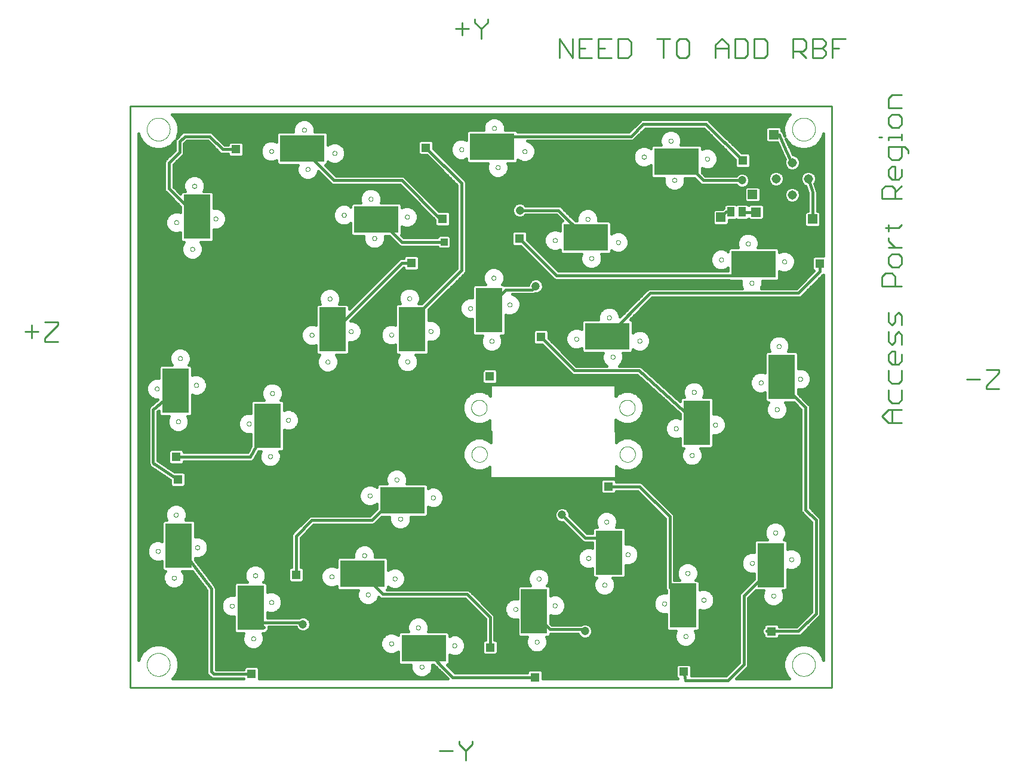
<source format=gtl>
G75*
%MOIN*%
%OFA0B0*%
%FSLAX25Y25*%
%IPPOS*%
%LPD*%
%AMOC8*
5,1,8,0,0,1.08239X$1,22.5*
%
%ADD10C,0.00000*%
%ADD11C,0.00900*%
%ADD12R,0.25000X0.15000*%
%ADD13R,0.04992X0.04992*%
%ADD14R,0.15000X0.25000*%
%ADD15C,0.05150*%
%ADD16R,0.03937X0.05709*%
%ADD17C,0.01600*%
%ADD18R,0.05315X0.05315*%
%ADD19C,0.04750*%
%ADD20R,0.03962X0.03962*%
%ADD21C,0.00984*%
D10*
X0063992Y0046276D02*
X0063992Y0371354D01*
X0455724Y0371354D01*
X0455724Y0046276D01*
X0063992Y0046276D01*
X0073323Y0059071D02*
X0073325Y0059231D01*
X0073331Y0059391D01*
X0073341Y0059551D01*
X0073355Y0059710D01*
X0073373Y0059869D01*
X0073395Y0060027D01*
X0073420Y0060185D01*
X0073450Y0060343D01*
X0073484Y0060499D01*
X0073521Y0060654D01*
X0073563Y0060809D01*
X0073608Y0060962D01*
X0073657Y0061115D01*
X0073710Y0061266D01*
X0073767Y0061415D01*
X0073827Y0061564D01*
X0073891Y0061710D01*
X0073958Y0061855D01*
X0074030Y0061999D01*
X0074104Y0062140D01*
X0074183Y0062280D01*
X0074264Y0062417D01*
X0074350Y0062553D01*
X0074438Y0062686D01*
X0074530Y0062817D01*
X0074625Y0062946D01*
X0074723Y0063072D01*
X0074824Y0063196D01*
X0074929Y0063317D01*
X0075036Y0063436D01*
X0075146Y0063552D01*
X0075259Y0063665D01*
X0075375Y0063775D01*
X0075494Y0063882D01*
X0075615Y0063987D01*
X0075739Y0064088D01*
X0075865Y0064186D01*
X0075994Y0064281D01*
X0076125Y0064373D01*
X0076258Y0064461D01*
X0076394Y0064547D01*
X0076532Y0064628D01*
X0076671Y0064707D01*
X0076812Y0064781D01*
X0076956Y0064853D01*
X0077101Y0064920D01*
X0077247Y0064984D01*
X0077396Y0065044D01*
X0077545Y0065101D01*
X0077696Y0065154D01*
X0077849Y0065203D01*
X0078002Y0065248D01*
X0078157Y0065290D01*
X0078312Y0065327D01*
X0078468Y0065361D01*
X0078626Y0065391D01*
X0078784Y0065416D01*
X0078942Y0065438D01*
X0079101Y0065456D01*
X0079260Y0065470D01*
X0079420Y0065480D01*
X0079580Y0065486D01*
X0079740Y0065488D01*
X0079900Y0065486D01*
X0080060Y0065480D01*
X0080220Y0065470D01*
X0080379Y0065456D01*
X0080538Y0065438D01*
X0080696Y0065416D01*
X0080854Y0065391D01*
X0081012Y0065361D01*
X0081168Y0065327D01*
X0081323Y0065290D01*
X0081478Y0065248D01*
X0081631Y0065203D01*
X0081784Y0065154D01*
X0081935Y0065101D01*
X0082084Y0065044D01*
X0082233Y0064984D01*
X0082379Y0064920D01*
X0082524Y0064853D01*
X0082668Y0064781D01*
X0082809Y0064707D01*
X0082949Y0064628D01*
X0083086Y0064547D01*
X0083222Y0064461D01*
X0083355Y0064373D01*
X0083486Y0064281D01*
X0083615Y0064186D01*
X0083741Y0064088D01*
X0083865Y0063987D01*
X0083986Y0063882D01*
X0084105Y0063775D01*
X0084221Y0063665D01*
X0084334Y0063552D01*
X0084444Y0063436D01*
X0084551Y0063317D01*
X0084656Y0063196D01*
X0084757Y0063072D01*
X0084855Y0062946D01*
X0084950Y0062817D01*
X0085042Y0062686D01*
X0085130Y0062553D01*
X0085216Y0062417D01*
X0085297Y0062279D01*
X0085376Y0062140D01*
X0085450Y0061999D01*
X0085522Y0061855D01*
X0085589Y0061710D01*
X0085653Y0061564D01*
X0085713Y0061415D01*
X0085770Y0061266D01*
X0085823Y0061115D01*
X0085872Y0060962D01*
X0085917Y0060809D01*
X0085959Y0060654D01*
X0085996Y0060499D01*
X0086030Y0060343D01*
X0086060Y0060185D01*
X0086085Y0060027D01*
X0086107Y0059869D01*
X0086125Y0059710D01*
X0086139Y0059551D01*
X0086149Y0059391D01*
X0086155Y0059231D01*
X0086157Y0059071D01*
X0086155Y0058911D01*
X0086149Y0058751D01*
X0086139Y0058591D01*
X0086125Y0058432D01*
X0086107Y0058273D01*
X0086085Y0058115D01*
X0086060Y0057957D01*
X0086030Y0057799D01*
X0085996Y0057643D01*
X0085959Y0057488D01*
X0085917Y0057333D01*
X0085872Y0057180D01*
X0085823Y0057027D01*
X0085770Y0056876D01*
X0085713Y0056727D01*
X0085653Y0056578D01*
X0085589Y0056432D01*
X0085522Y0056287D01*
X0085450Y0056143D01*
X0085376Y0056002D01*
X0085297Y0055862D01*
X0085216Y0055725D01*
X0085130Y0055589D01*
X0085042Y0055456D01*
X0084950Y0055325D01*
X0084855Y0055196D01*
X0084757Y0055070D01*
X0084656Y0054946D01*
X0084551Y0054825D01*
X0084444Y0054706D01*
X0084334Y0054590D01*
X0084221Y0054477D01*
X0084105Y0054367D01*
X0083986Y0054260D01*
X0083865Y0054155D01*
X0083741Y0054054D01*
X0083615Y0053956D01*
X0083486Y0053861D01*
X0083355Y0053769D01*
X0083222Y0053681D01*
X0083086Y0053595D01*
X0082948Y0053514D01*
X0082809Y0053435D01*
X0082668Y0053361D01*
X0082524Y0053289D01*
X0082379Y0053222D01*
X0082233Y0053158D01*
X0082084Y0053098D01*
X0081935Y0053041D01*
X0081784Y0052988D01*
X0081631Y0052939D01*
X0081478Y0052894D01*
X0081323Y0052852D01*
X0081168Y0052815D01*
X0081012Y0052781D01*
X0080854Y0052751D01*
X0080696Y0052726D01*
X0080538Y0052704D01*
X0080379Y0052686D01*
X0080220Y0052672D01*
X0080060Y0052662D01*
X0079900Y0052656D01*
X0079740Y0052654D01*
X0079580Y0052656D01*
X0079420Y0052662D01*
X0079260Y0052672D01*
X0079101Y0052686D01*
X0078942Y0052704D01*
X0078784Y0052726D01*
X0078626Y0052751D01*
X0078468Y0052781D01*
X0078312Y0052815D01*
X0078157Y0052852D01*
X0078002Y0052894D01*
X0077849Y0052939D01*
X0077696Y0052988D01*
X0077545Y0053041D01*
X0077396Y0053098D01*
X0077247Y0053158D01*
X0077101Y0053222D01*
X0076956Y0053289D01*
X0076812Y0053361D01*
X0076671Y0053435D01*
X0076531Y0053514D01*
X0076394Y0053595D01*
X0076258Y0053681D01*
X0076125Y0053769D01*
X0075994Y0053861D01*
X0075865Y0053956D01*
X0075739Y0054054D01*
X0075615Y0054155D01*
X0075494Y0054260D01*
X0075375Y0054367D01*
X0075259Y0054477D01*
X0075146Y0054590D01*
X0075036Y0054706D01*
X0074929Y0054825D01*
X0074824Y0054946D01*
X0074723Y0055070D01*
X0074625Y0055196D01*
X0074530Y0055325D01*
X0074438Y0055456D01*
X0074350Y0055589D01*
X0074264Y0055725D01*
X0074183Y0055863D01*
X0074104Y0056002D01*
X0074030Y0056143D01*
X0073958Y0056287D01*
X0073891Y0056432D01*
X0073827Y0056578D01*
X0073767Y0056727D01*
X0073710Y0056876D01*
X0073657Y0057027D01*
X0073608Y0057180D01*
X0073563Y0057333D01*
X0073521Y0057488D01*
X0073484Y0057643D01*
X0073450Y0057799D01*
X0073420Y0057957D01*
X0073395Y0058115D01*
X0073373Y0058273D01*
X0073355Y0058432D01*
X0073341Y0058591D01*
X0073331Y0058751D01*
X0073325Y0058911D01*
X0073323Y0059071D01*
X0119662Y0091866D02*
X0119664Y0091935D01*
X0119670Y0092003D01*
X0119680Y0092071D01*
X0119694Y0092138D01*
X0119712Y0092205D01*
X0119733Y0092270D01*
X0119759Y0092334D01*
X0119788Y0092396D01*
X0119820Y0092456D01*
X0119856Y0092515D01*
X0119896Y0092571D01*
X0119938Y0092625D01*
X0119984Y0092676D01*
X0120033Y0092725D01*
X0120084Y0092771D01*
X0120138Y0092813D01*
X0120194Y0092853D01*
X0120252Y0092889D01*
X0120313Y0092921D01*
X0120375Y0092950D01*
X0120439Y0092976D01*
X0120504Y0092997D01*
X0120571Y0093015D01*
X0120638Y0093029D01*
X0120706Y0093039D01*
X0120774Y0093045D01*
X0120843Y0093047D01*
X0120912Y0093045D01*
X0120980Y0093039D01*
X0121048Y0093029D01*
X0121115Y0093015D01*
X0121182Y0092997D01*
X0121247Y0092976D01*
X0121311Y0092950D01*
X0121373Y0092921D01*
X0121433Y0092889D01*
X0121492Y0092853D01*
X0121548Y0092813D01*
X0121602Y0092771D01*
X0121653Y0092725D01*
X0121702Y0092676D01*
X0121748Y0092625D01*
X0121790Y0092571D01*
X0121830Y0092515D01*
X0121866Y0092456D01*
X0121898Y0092396D01*
X0121927Y0092334D01*
X0121953Y0092270D01*
X0121974Y0092205D01*
X0121992Y0092138D01*
X0122006Y0092071D01*
X0122016Y0092003D01*
X0122022Y0091935D01*
X0122024Y0091866D01*
X0122022Y0091797D01*
X0122016Y0091729D01*
X0122006Y0091661D01*
X0121992Y0091594D01*
X0121974Y0091527D01*
X0121953Y0091462D01*
X0121927Y0091398D01*
X0121898Y0091336D01*
X0121866Y0091275D01*
X0121830Y0091217D01*
X0121790Y0091161D01*
X0121748Y0091107D01*
X0121702Y0091056D01*
X0121653Y0091007D01*
X0121602Y0090961D01*
X0121548Y0090919D01*
X0121492Y0090879D01*
X0121434Y0090843D01*
X0121373Y0090811D01*
X0121311Y0090782D01*
X0121247Y0090756D01*
X0121182Y0090735D01*
X0121115Y0090717D01*
X0121048Y0090703D01*
X0120980Y0090693D01*
X0120912Y0090687D01*
X0120843Y0090685D01*
X0120774Y0090687D01*
X0120706Y0090693D01*
X0120638Y0090703D01*
X0120571Y0090717D01*
X0120504Y0090735D01*
X0120439Y0090756D01*
X0120375Y0090782D01*
X0120313Y0090811D01*
X0120252Y0090843D01*
X0120194Y0090879D01*
X0120138Y0090919D01*
X0120084Y0090961D01*
X0120033Y0091007D01*
X0119984Y0091056D01*
X0119938Y0091107D01*
X0119896Y0091161D01*
X0119856Y0091217D01*
X0119820Y0091275D01*
X0119788Y0091336D01*
X0119759Y0091398D01*
X0119733Y0091462D01*
X0119712Y0091527D01*
X0119694Y0091594D01*
X0119680Y0091661D01*
X0119670Y0091729D01*
X0119664Y0091797D01*
X0119662Y0091866D01*
X0132654Y0108874D02*
X0132656Y0108943D01*
X0132662Y0109011D01*
X0132672Y0109079D01*
X0132686Y0109146D01*
X0132704Y0109213D01*
X0132725Y0109278D01*
X0132751Y0109342D01*
X0132780Y0109404D01*
X0132812Y0109464D01*
X0132848Y0109523D01*
X0132888Y0109579D01*
X0132930Y0109633D01*
X0132976Y0109684D01*
X0133025Y0109733D01*
X0133076Y0109779D01*
X0133130Y0109821D01*
X0133186Y0109861D01*
X0133244Y0109897D01*
X0133305Y0109929D01*
X0133367Y0109958D01*
X0133431Y0109984D01*
X0133496Y0110005D01*
X0133563Y0110023D01*
X0133630Y0110037D01*
X0133698Y0110047D01*
X0133766Y0110053D01*
X0133835Y0110055D01*
X0133904Y0110053D01*
X0133972Y0110047D01*
X0134040Y0110037D01*
X0134107Y0110023D01*
X0134174Y0110005D01*
X0134239Y0109984D01*
X0134303Y0109958D01*
X0134365Y0109929D01*
X0134425Y0109897D01*
X0134484Y0109861D01*
X0134540Y0109821D01*
X0134594Y0109779D01*
X0134645Y0109733D01*
X0134694Y0109684D01*
X0134740Y0109633D01*
X0134782Y0109579D01*
X0134822Y0109523D01*
X0134858Y0109464D01*
X0134890Y0109404D01*
X0134919Y0109342D01*
X0134945Y0109278D01*
X0134966Y0109213D01*
X0134984Y0109146D01*
X0134998Y0109079D01*
X0135008Y0109011D01*
X0135014Y0108943D01*
X0135016Y0108874D01*
X0135014Y0108805D01*
X0135008Y0108737D01*
X0134998Y0108669D01*
X0134984Y0108602D01*
X0134966Y0108535D01*
X0134945Y0108470D01*
X0134919Y0108406D01*
X0134890Y0108344D01*
X0134858Y0108283D01*
X0134822Y0108225D01*
X0134782Y0108169D01*
X0134740Y0108115D01*
X0134694Y0108064D01*
X0134645Y0108015D01*
X0134594Y0107969D01*
X0134540Y0107927D01*
X0134484Y0107887D01*
X0134426Y0107851D01*
X0134365Y0107819D01*
X0134303Y0107790D01*
X0134239Y0107764D01*
X0134174Y0107743D01*
X0134107Y0107725D01*
X0134040Y0107711D01*
X0133972Y0107701D01*
X0133904Y0107695D01*
X0133835Y0107693D01*
X0133766Y0107695D01*
X0133698Y0107701D01*
X0133630Y0107711D01*
X0133563Y0107725D01*
X0133496Y0107743D01*
X0133431Y0107764D01*
X0133367Y0107790D01*
X0133305Y0107819D01*
X0133244Y0107851D01*
X0133186Y0107887D01*
X0133130Y0107927D01*
X0133076Y0107969D01*
X0133025Y0108015D01*
X0132976Y0108064D01*
X0132930Y0108115D01*
X0132888Y0108169D01*
X0132848Y0108225D01*
X0132812Y0108283D01*
X0132780Y0108344D01*
X0132751Y0108406D01*
X0132725Y0108470D01*
X0132704Y0108535D01*
X0132686Y0108602D01*
X0132672Y0108669D01*
X0132662Y0108737D01*
X0132656Y0108805D01*
X0132654Y0108874D01*
X0141591Y0093913D02*
X0141593Y0093982D01*
X0141599Y0094050D01*
X0141609Y0094118D01*
X0141623Y0094185D01*
X0141641Y0094252D01*
X0141662Y0094317D01*
X0141688Y0094381D01*
X0141717Y0094443D01*
X0141749Y0094503D01*
X0141785Y0094562D01*
X0141825Y0094618D01*
X0141867Y0094672D01*
X0141913Y0094723D01*
X0141962Y0094772D01*
X0142013Y0094818D01*
X0142067Y0094860D01*
X0142123Y0094900D01*
X0142181Y0094936D01*
X0142242Y0094968D01*
X0142304Y0094997D01*
X0142368Y0095023D01*
X0142433Y0095044D01*
X0142500Y0095062D01*
X0142567Y0095076D01*
X0142635Y0095086D01*
X0142703Y0095092D01*
X0142772Y0095094D01*
X0142841Y0095092D01*
X0142909Y0095086D01*
X0142977Y0095076D01*
X0143044Y0095062D01*
X0143111Y0095044D01*
X0143176Y0095023D01*
X0143240Y0094997D01*
X0143302Y0094968D01*
X0143362Y0094936D01*
X0143421Y0094900D01*
X0143477Y0094860D01*
X0143531Y0094818D01*
X0143582Y0094772D01*
X0143631Y0094723D01*
X0143677Y0094672D01*
X0143719Y0094618D01*
X0143759Y0094562D01*
X0143795Y0094503D01*
X0143827Y0094443D01*
X0143856Y0094381D01*
X0143882Y0094317D01*
X0143903Y0094252D01*
X0143921Y0094185D01*
X0143935Y0094118D01*
X0143945Y0094050D01*
X0143951Y0093982D01*
X0143953Y0093913D01*
X0143951Y0093844D01*
X0143945Y0093776D01*
X0143935Y0093708D01*
X0143921Y0093641D01*
X0143903Y0093574D01*
X0143882Y0093509D01*
X0143856Y0093445D01*
X0143827Y0093383D01*
X0143795Y0093322D01*
X0143759Y0093264D01*
X0143719Y0093208D01*
X0143677Y0093154D01*
X0143631Y0093103D01*
X0143582Y0093054D01*
X0143531Y0093008D01*
X0143477Y0092966D01*
X0143421Y0092926D01*
X0143363Y0092890D01*
X0143302Y0092858D01*
X0143240Y0092829D01*
X0143176Y0092803D01*
X0143111Y0092782D01*
X0143044Y0092764D01*
X0142977Y0092750D01*
X0142909Y0092740D01*
X0142841Y0092734D01*
X0142772Y0092732D01*
X0142703Y0092734D01*
X0142635Y0092740D01*
X0142567Y0092750D01*
X0142500Y0092764D01*
X0142433Y0092782D01*
X0142368Y0092803D01*
X0142304Y0092829D01*
X0142242Y0092858D01*
X0142181Y0092890D01*
X0142123Y0092926D01*
X0142067Y0092966D01*
X0142013Y0093008D01*
X0141962Y0093054D01*
X0141913Y0093103D01*
X0141867Y0093154D01*
X0141825Y0093208D01*
X0141785Y0093264D01*
X0141749Y0093322D01*
X0141717Y0093383D01*
X0141688Y0093445D01*
X0141662Y0093509D01*
X0141641Y0093574D01*
X0141623Y0093641D01*
X0141609Y0093708D01*
X0141599Y0093776D01*
X0141593Y0093844D01*
X0141591Y0093913D01*
X0131551Y0073598D02*
X0131553Y0073667D01*
X0131559Y0073735D01*
X0131569Y0073803D01*
X0131583Y0073870D01*
X0131601Y0073937D01*
X0131622Y0074002D01*
X0131648Y0074066D01*
X0131677Y0074128D01*
X0131709Y0074188D01*
X0131745Y0074247D01*
X0131785Y0074303D01*
X0131827Y0074357D01*
X0131873Y0074408D01*
X0131922Y0074457D01*
X0131973Y0074503D01*
X0132027Y0074545D01*
X0132083Y0074585D01*
X0132141Y0074621D01*
X0132202Y0074653D01*
X0132264Y0074682D01*
X0132328Y0074708D01*
X0132393Y0074729D01*
X0132460Y0074747D01*
X0132527Y0074761D01*
X0132595Y0074771D01*
X0132663Y0074777D01*
X0132732Y0074779D01*
X0132801Y0074777D01*
X0132869Y0074771D01*
X0132937Y0074761D01*
X0133004Y0074747D01*
X0133071Y0074729D01*
X0133136Y0074708D01*
X0133200Y0074682D01*
X0133262Y0074653D01*
X0133322Y0074621D01*
X0133381Y0074585D01*
X0133437Y0074545D01*
X0133491Y0074503D01*
X0133542Y0074457D01*
X0133591Y0074408D01*
X0133637Y0074357D01*
X0133679Y0074303D01*
X0133719Y0074247D01*
X0133755Y0074188D01*
X0133787Y0074128D01*
X0133816Y0074066D01*
X0133842Y0074002D01*
X0133863Y0073937D01*
X0133881Y0073870D01*
X0133895Y0073803D01*
X0133905Y0073735D01*
X0133911Y0073667D01*
X0133913Y0073598D01*
X0133911Y0073529D01*
X0133905Y0073461D01*
X0133895Y0073393D01*
X0133881Y0073326D01*
X0133863Y0073259D01*
X0133842Y0073194D01*
X0133816Y0073130D01*
X0133787Y0073068D01*
X0133755Y0073007D01*
X0133719Y0072949D01*
X0133679Y0072893D01*
X0133637Y0072839D01*
X0133591Y0072788D01*
X0133542Y0072739D01*
X0133491Y0072693D01*
X0133437Y0072651D01*
X0133381Y0072611D01*
X0133323Y0072575D01*
X0133262Y0072543D01*
X0133200Y0072514D01*
X0133136Y0072488D01*
X0133071Y0072467D01*
X0133004Y0072449D01*
X0132937Y0072435D01*
X0132869Y0072425D01*
X0132801Y0072419D01*
X0132732Y0072417D01*
X0132663Y0072419D01*
X0132595Y0072425D01*
X0132527Y0072435D01*
X0132460Y0072449D01*
X0132393Y0072467D01*
X0132328Y0072488D01*
X0132264Y0072514D01*
X0132202Y0072543D01*
X0132141Y0072575D01*
X0132083Y0072611D01*
X0132027Y0072651D01*
X0131973Y0072693D01*
X0131922Y0072739D01*
X0131873Y0072788D01*
X0131827Y0072839D01*
X0131785Y0072893D01*
X0131745Y0072949D01*
X0131709Y0073007D01*
X0131677Y0073068D01*
X0131648Y0073130D01*
X0131622Y0073194D01*
X0131601Y0073259D01*
X0131583Y0073326D01*
X0131569Y0073393D01*
X0131559Y0073461D01*
X0131553Y0073529D01*
X0131551Y0073598D01*
X0087260Y0107535D02*
X0087262Y0107604D01*
X0087268Y0107672D01*
X0087278Y0107740D01*
X0087292Y0107807D01*
X0087310Y0107874D01*
X0087331Y0107939D01*
X0087357Y0108003D01*
X0087386Y0108065D01*
X0087418Y0108125D01*
X0087454Y0108184D01*
X0087494Y0108240D01*
X0087536Y0108294D01*
X0087582Y0108345D01*
X0087631Y0108394D01*
X0087682Y0108440D01*
X0087736Y0108482D01*
X0087792Y0108522D01*
X0087850Y0108558D01*
X0087911Y0108590D01*
X0087973Y0108619D01*
X0088037Y0108645D01*
X0088102Y0108666D01*
X0088169Y0108684D01*
X0088236Y0108698D01*
X0088304Y0108708D01*
X0088372Y0108714D01*
X0088441Y0108716D01*
X0088510Y0108714D01*
X0088578Y0108708D01*
X0088646Y0108698D01*
X0088713Y0108684D01*
X0088780Y0108666D01*
X0088845Y0108645D01*
X0088909Y0108619D01*
X0088971Y0108590D01*
X0089031Y0108558D01*
X0089090Y0108522D01*
X0089146Y0108482D01*
X0089200Y0108440D01*
X0089251Y0108394D01*
X0089300Y0108345D01*
X0089346Y0108294D01*
X0089388Y0108240D01*
X0089428Y0108184D01*
X0089464Y0108125D01*
X0089496Y0108065D01*
X0089525Y0108003D01*
X0089551Y0107939D01*
X0089572Y0107874D01*
X0089590Y0107807D01*
X0089604Y0107740D01*
X0089614Y0107672D01*
X0089620Y0107604D01*
X0089622Y0107535D01*
X0089620Y0107466D01*
X0089614Y0107398D01*
X0089604Y0107330D01*
X0089590Y0107263D01*
X0089572Y0107196D01*
X0089551Y0107131D01*
X0089525Y0107067D01*
X0089496Y0107005D01*
X0089464Y0106944D01*
X0089428Y0106886D01*
X0089388Y0106830D01*
X0089346Y0106776D01*
X0089300Y0106725D01*
X0089251Y0106676D01*
X0089200Y0106630D01*
X0089146Y0106588D01*
X0089090Y0106548D01*
X0089032Y0106512D01*
X0088971Y0106480D01*
X0088909Y0106451D01*
X0088845Y0106425D01*
X0088780Y0106404D01*
X0088713Y0106386D01*
X0088646Y0106372D01*
X0088578Y0106362D01*
X0088510Y0106356D01*
X0088441Y0106354D01*
X0088372Y0106356D01*
X0088304Y0106362D01*
X0088236Y0106372D01*
X0088169Y0106386D01*
X0088102Y0106404D01*
X0088037Y0106425D01*
X0087973Y0106451D01*
X0087911Y0106480D01*
X0087850Y0106512D01*
X0087792Y0106548D01*
X0087736Y0106588D01*
X0087682Y0106630D01*
X0087631Y0106676D01*
X0087582Y0106725D01*
X0087536Y0106776D01*
X0087494Y0106830D01*
X0087454Y0106886D01*
X0087418Y0106944D01*
X0087386Y0107005D01*
X0087357Y0107067D01*
X0087331Y0107131D01*
X0087310Y0107196D01*
X0087292Y0107263D01*
X0087278Y0107330D01*
X0087268Y0107398D01*
X0087262Y0107466D01*
X0087260Y0107535D01*
X0078323Y0122496D02*
X0078325Y0122565D01*
X0078331Y0122633D01*
X0078341Y0122701D01*
X0078355Y0122768D01*
X0078373Y0122835D01*
X0078394Y0122900D01*
X0078420Y0122964D01*
X0078449Y0123026D01*
X0078481Y0123086D01*
X0078517Y0123145D01*
X0078557Y0123201D01*
X0078599Y0123255D01*
X0078645Y0123306D01*
X0078694Y0123355D01*
X0078745Y0123401D01*
X0078799Y0123443D01*
X0078855Y0123483D01*
X0078913Y0123519D01*
X0078974Y0123551D01*
X0079036Y0123580D01*
X0079100Y0123606D01*
X0079165Y0123627D01*
X0079232Y0123645D01*
X0079299Y0123659D01*
X0079367Y0123669D01*
X0079435Y0123675D01*
X0079504Y0123677D01*
X0079573Y0123675D01*
X0079641Y0123669D01*
X0079709Y0123659D01*
X0079776Y0123645D01*
X0079843Y0123627D01*
X0079908Y0123606D01*
X0079972Y0123580D01*
X0080034Y0123551D01*
X0080094Y0123519D01*
X0080153Y0123483D01*
X0080209Y0123443D01*
X0080263Y0123401D01*
X0080314Y0123355D01*
X0080363Y0123306D01*
X0080409Y0123255D01*
X0080451Y0123201D01*
X0080491Y0123145D01*
X0080527Y0123086D01*
X0080559Y0123026D01*
X0080588Y0122964D01*
X0080614Y0122900D01*
X0080635Y0122835D01*
X0080653Y0122768D01*
X0080667Y0122701D01*
X0080677Y0122633D01*
X0080683Y0122565D01*
X0080685Y0122496D01*
X0080683Y0122427D01*
X0080677Y0122359D01*
X0080667Y0122291D01*
X0080653Y0122224D01*
X0080635Y0122157D01*
X0080614Y0122092D01*
X0080588Y0122028D01*
X0080559Y0121966D01*
X0080527Y0121905D01*
X0080491Y0121847D01*
X0080451Y0121791D01*
X0080409Y0121737D01*
X0080363Y0121686D01*
X0080314Y0121637D01*
X0080263Y0121591D01*
X0080209Y0121549D01*
X0080153Y0121509D01*
X0080095Y0121473D01*
X0080034Y0121441D01*
X0079972Y0121412D01*
X0079908Y0121386D01*
X0079843Y0121365D01*
X0079776Y0121347D01*
X0079709Y0121333D01*
X0079641Y0121323D01*
X0079573Y0121317D01*
X0079504Y0121315D01*
X0079435Y0121317D01*
X0079367Y0121323D01*
X0079299Y0121333D01*
X0079232Y0121347D01*
X0079165Y0121365D01*
X0079100Y0121386D01*
X0079036Y0121412D01*
X0078974Y0121441D01*
X0078913Y0121473D01*
X0078855Y0121509D01*
X0078799Y0121549D01*
X0078745Y0121591D01*
X0078694Y0121637D01*
X0078645Y0121686D01*
X0078599Y0121737D01*
X0078557Y0121791D01*
X0078517Y0121847D01*
X0078481Y0121905D01*
X0078449Y0121966D01*
X0078420Y0122028D01*
X0078394Y0122092D01*
X0078373Y0122157D01*
X0078355Y0122224D01*
X0078341Y0122291D01*
X0078331Y0122359D01*
X0078325Y0122427D01*
X0078323Y0122496D01*
X0100252Y0124543D02*
X0100254Y0124612D01*
X0100260Y0124680D01*
X0100270Y0124748D01*
X0100284Y0124815D01*
X0100302Y0124882D01*
X0100323Y0124947D01*
X0100349Y0125011D01*
X0100378Y0125073D01*
X0100410Y0125133D01*
X0100446Y0125192D01*
X0100486Y0125248D01*
X0100528Y0125302D01*
X0100574Y0125353D01*
X0100623Y0125402D01*
X0100674Y0125448D01*
X0100728Y0125490D01*
X0100784Y0125530D01*
X0100842Y0125566D01*
X0100903Y0125598D01*
X0100965Y0125627D01*
X0101029Y0125653D01*
X0101094Y0125674D01*
X0101161Y0125692D01*
X0101228Y0125706D01*
X0101296Y0125716D01*
X0101364Y0125722D01*
X0101433Y0125724D01*
X0101502Y0125722D01*
X0101570Y0125716D01*
X0101638Y0125706D01*
X0101705Y0125692D01*
X0101772Y0125674D01*
X0101837Y0125653D01*
X0101901Y0125627D01*
X0101963Y0125598D01*
X0102023Y0125566D01*
X0102082Y0125530D01*
X0102138Y0125490D01*
X0102192Y0125448D01*
X0102243Y0125402D01*
X0102292Y0125353D01*
X0102338Y0125302D01*
X0102380Y0125248D01*
X0102420Y0125192D01*
X0102456Y0125133D01*
X0102488Y0125073D01*
X0102517Y0125011D01*
X0102543Y0124947D01*
X0102564Y0124882D01*
X0102582Y0124815D01*
X0102596Y0124748D01*
X0102606Y0124680D01*
X0102612Y0124612D01*
X0102614Y0124543D01*
X0102612Y0124474D01*
X0102606Y0124406D01*
X0102596Y0124338D01*
X0102582Y0124271D01*
X0102564Y0124204D01*
X0102543Y0124139D01*
X0102517Y0124075D01*
X0102488Y0124013D01*
X0102456Y0123952D01*
X0102420Y0123894D01*
X0102380Y0123838D01*
X0102338Y0123784D01*
X0102292Y0123733D01*
X0102243Y0123684D01*
X0102192Y0123638D01*
X0102138Y0123596D01*
X0102082Y0123556D01*
X0102024Y0123520D01*
X0101963Y0123488D01*
X0101901Y0123459D01*
X0101837Y0123433D01*
X0101772Y0123412D01*
X0101705Y0123394D01*
X0101638Y0123380D01*
X0101570Y0123370D01*
X0101502Y0123364D01*
X0101433Y0123362D01*
X0101364Y0123364D01*
X0101296Y0123370D01*
X0101228Y0123380D01*
X0101161Y0123394D01*
X0101094Y0123412D01*
X0101029Y0123433D01*
X0100965Y0123459D01*
X0100903Y0123488D01*
X0100842Y0123520D01*
X0100784Y0123556D01*
X0100728Y0123596D01*
X0100674Y0123638D01*
X0100623Y0123684D01*
X0100574Y0123733D01*
X0100528Y0123784D01*
X0100486Y0123838D01*
X0100446Y0123894D01*
X0100410Y0123952D01*
X0100378Y0124013D01*
X0100349Y0124075D01*
X0100323Y0124139D01*
X0100302Y0124204D01*
X0100284Y0124271D01*
X0100270Y0124338D01*
X0100260Y0124406D01*
X0100254Y0124474D01*
X0100252Y0124543D01*
X0088362Y0142811D02*
X0088364Y0142880D01*
X0088370Y0142948D01*
X0088380Y0143016D01*
X0088394Y0143083D01*
X0088412Y0143150D01*
X0088433Y0143215D01*
X0088459Y0143279D01*
X0088488Y0143341D01*
X0088520Y0143401D01*
X0088556Y0143460D01*
X0088596Y0143516D01*
X0088638Y0143570D01*
X0088684Y0143621D01*
X0088733Y0143670D01*
X0088784Y0143716D01*
X0088838Y0143758D01*
X0088894Y0143798D01*
X0088952Y0143834D01*
X0089013Y0143866D01*
X0089075Y0143895D01*
X0089139Y0143921D01*
X0089204Y0143942D01*
X0089271Y0143960D01*
X0089338Y0143974D01*
X0089406Y0143984D01*
X0089474Y0143990D01*
X0089543Y0143992D01*
X0089612Y0143990D01*
X0089680Y0143984D01*
X0089748Y0143974D01*
X0089815Y0143960D01*
X0089882Y0143942D01*
X0089947Y0143921D01*
X0090011Y0143895D01*
X0090073Y0143866D01*
X0090133Y0143834D01*
X0090192Y0143798D01*
X0090248Y0143758D01*
X0090302Y0143716D01*
X0090353Y0143670D01*
X0090402Y0143621D01*
X0090448Y0143570D01*
X0090490Y0143516D01*
X0090530Y0143460D01*
X0090566Y0143401D01*
X0090598Y0143341D01*
X0090627Y0143279D01*
X0090653Y0143215D01*
X0090674Y0143150D01*
X0090692Y0143083D01*
X0090706Y0143016D01*
X0090716Y0142948D01*
X0090722Y0142880D01*
X0090724Y0142811D01*
X0090722Y0142742D01*
X0090716Y0142674D01*
X0090706Y0142606D01*
X0090692Y0142539D01*
X0090674Y0142472D01*
X0090653Y0142407D01*
X0090627Y0142343D01*
X0090598Y0142281D01*
X0090566Y0142220D01*
X0090530Y0142162D01*
X0090490Y0142106D01*
X0090448Y0142052D01*
X0090402Y0142001D01*
X0090353Y0141952D01*
X0090302Y0141906D01*
X0090248Y0141864D01*
X0090192Y0141824D01*
X0090134Y0141788D01*
X0090073Y0141756D01*
X0090011Y0141727D01*
X0089947Y0141701D01*
X0089882Y0141680D01*
X0089815Y0141662D01*
X0089748Y0141648D01*
X0089680Y0141638D01*
X0089612Y0141632D01*
X0089543Y0141630D01*
X0089474Y0141632D01*
X0089406Y0141638D01*
X0089338Y0141648D01*
X0089271Y0141662D01*
X0089204Y0141680D01*
X0089139Y0141701D01*
X0089075Y0141727D01*
X0089013Y0141756D01*
X0088952Y0141788D01*
X0088894Y0141824D01*
X0088838Y0141864D01*
X0088784Y0141906D01*
X0088733Y0141952D01*
X0088684Y0142001D01*
X0088638Y0142052D01*
X0088596Y0142106D01*
X0088556Y0142162D01*
X0088520Y0142220D01*
X0088488Y0142281D01*
X0088459Y0142343D01*
X0088433Y0142407D01*
X0088412Y0142472D01*
X0088394Y0142539D01*
X0088380Y0142606D01*
X0088370Y0142674D01*
X0088364Y0142742D01*
X0088362Y0142811D01*
X0141000Y0175449D02*
X0141002Y0175518D01*
X0141008Y0175586D01*
X0141018Y0175654D01*
X0141032Y0175721D01*
X0141050Y0175788D01*
X0141071Y0175853D01*
X0141097Y0175917D01*
X0141126Y0175979D01*
X0141158Y0176039D01*
X0141194Y0176098D01*
X0141234Y0176154D01*
X0141276Y0176208D01*
X0141322Y0176259D01*
X0141371Y0176308D01*
X0141422Y0176354D01*
X0141476Y0176396D01*
X0141532Y0176436D01*
X0141590Y0176472D01*
X0141651Y0176504D01*
X0141713Y0176533D01*
X0141777Y0176559D01*
X0141842Y0176580D01*
X0141909Y0176598D01*
X0141976Y0176612D01*
X0142044Y0176622D01*
X0142112Y0176628D01*
X0142181Y0176630D01*
X0142250Y0176628D01*
X0142318Y0176622D01*
X0142386Y0176612D01*
X0142453Y0176598D01*
X0142520Y0176580D01*
X0142585Y0176559D01*
X0142649Y0176533D01*
X0142711Y0176504D01*
X0142771Y0176472D01*
X0142830Y0176436D01*
X0142886Y0176396D01*
X0142940Y0176354D01*
X0142991Y0176308D01*
X0143040Y0176259D01*
X0143086Y0176208D01*
X0143128Y0176154D01*
X0143168Y0176098D01*
X0143204Y0176039D01*
X0143236Y0175979D01*
X0143265Y0175917D01*
X0143291Y0175853D01*
X0143312Y0175788D01*
X0143330Y0175721D01*
X0143344Y0175654D01*
X0143354Y0175586D01*
X0143360Y0175518D01*
X0143362Y0175449D01*
X0143360Y0175380D01*
X0143354Y0175312D01*
X0143344Y0175244D01*
X0143330Y0175177D01*
X0143312Y0175110D01*
X0143291Y0175045D01*
X0143265Y0174981D01*
X0143236Y0174919D01*
X0143204Y0174858D01*
X0143168Y0174800D01*
X0143128Y0174744D01*
X0143086Y0174690D01*
X0143040Y0174639D01*
X0142991Y0174590D01*
X0142940Y0174544D01*
X0142886Y0174502D01*
X0142830Y0174462D01*
X0142772Y0174426D01*
X0142711Y0174394D01*
X0142649Y0174365D01*
X0142585Y0174339D01*
X0142520Y0174318D01*
X0142453Y0174300D01*
X0142386Y0174286D01*
X0142318Y0174276D01*
X0142250Y0174270D01*
X0142181Y0174268D01*
X0142112Y0174270D01*
X0142044Y0174276D01*
X0141976Y0174286D01*
X0141909Y0174300D01*
X0141842Y0174318D01*
X0141777Y0174339D01*
X0141713Y0174365D01*
X0141651Y0174394D01*
X0141590Y0174426D01*
X0141532Y0174462D01*
X0141476Y0174502D01*
X0141422Y0174544D01*
X0141371Y0174590D01*
X0141322Y0174639D01*
X0141276Y0174690D01*
X0141234Y0174744D01*
X0141194Y0174800D01*
X0141158Y0174858D01*
X0141126Y0174919D01*
X0141097Y0174981D01*
X0141071Y0175045D01*
X0141050Y0175110D01*
X0141032Y0175177D01*
X0141018Y0175244D01*
X0141008Y0175312D01*
X0141002Y0175380D01*
X0141000Y0175449D01*
X0129110Y0193717D02*
X0129112Y0193786D01*
X0129118Y0193854D01*
X0129128Y0193922D01*
X0129142Y0193989D01*
X0129160Y0194056D01*
X0129181Y0194121D01*
X0129207Y0194185D01*
X0129236Y0194247D01*
X0129268Y0194307D01*
X0129304Y0194366D01*
X0129344Y0194422D01*
X0129386Y0194476D01*
X0129432Y0194527D01*
X0129481Y0194576D01*
X0129532Y0194622D01*
X0129586Y0194664D01*
X0129642Y0194704D01*
X0129700Y0194740D01*
X0129761Y0194772D01*
X0129823Y0194801D01*
X0129887Y0194827D01*
X0129952Y0194848D01*
X0130019Y0194866D01*
X0130086Y0194880D01*
X0130154Y0194890D01*
X0130222Y0194896D01*
X0130291Y0194898D01*
X0130360Y0194896D01*
X0130428Y0194890D01*
X0130496Y0194880D01*
X0130563Y0194866D01*
X0130630Y0194848D01*
X0130695Y0194827D01*
X0130759Y0194801D01*
X0130821Y0194772D01*
X0130881Y0194740D01*
X0130940Y0194704D01*
X0130996Y0194664D01*
X0131050Y0194622D01*
X0131101Y0194576D01*
X0131150Y0194527D01*
X0131196Y0194476D01*
X0131238Y0194422D01*
X0131278Y0194366D01*
X0131314Y0194307D01*
X0131346Y0194247D01*
X0131375Y0194185D01*
X0131401Y0194121D01*
X0131422Y0194056D01*
X0131440Y0193989D01*
X0131454Y0193922D01*
X0131464Y0193854D01*
X0131470Y0193786D01*
X0131472Y0193717D01*
X0131470Y0193648D01*
X0131464Y0193580D01*
X0131454Y0193512D01*
X0131440Y0193445D01*
X0131422Y0193378D01*
X0131401Y0193313D01*
X0131375Y0193249D01*
X0131346Y0193187D01*
X0131314Y0193126D01*
X0131278Y0193068D01*
X0131238Y0193012D01*
X0131196Y0192958D01*
X0131150Y0192907D01*
X0131101Y0192858D01*
X0131050Y0192812D01*
X0130996Y0192770D01*
X0130940Y0192730D01*
X0130882Y0192694D01*
X0130821Y0192662D01*
X0130759Y0192633D01*
X0130695Y0192607D01*
X0130630Y0192586D01*
X0130563Y0192568D01*
X0130496Y0192554D01*
X0130428Y0192544D01*
X0130360Y0192538D01*
X0130291Y0192536D01*
X0130222Y0192538D01*
X0130154Y0192544D01*
X0130086Y0192554D01*
X0130019Y0192568D01*
X0129952Y0192586D01*
X0129887Y0192607D01*
X0129823Y0192633D01*
X0129761Y0192662D01*
X0129700Y0192694D01*
X0129642Y0192730D01*
X0129586Y0192770D01*
X0129532Y0192812D01*
X0129481Y0192858D01*
X0129432Y0192907D01*
X0129386Y0192958D01*
X0129344Y0193012D01*
X0129304Y0193068D01*
X0129268Y0193126D01*
X0129236Y0193187D01*
X0129207Y0193249D01*
X0129181Y0193313D01*
X0129160Y0193378D01*
X0129142Y0193445D01*
X0129128Y0193512D01*
X0129118Y0193580D01*
X0129112Y0193648D01*
X0129110Y0193717D01*
X0142102Y0210724D02*
X0142104Y0210793D01*
X0142110Y0210861D01*
X0142120Y0210929D01*
X0142134Y0210996D01*
X0142152Y0211063D01*
X0142173Y0211128D01*
X0142199Y0211192D01*
X0142228Y0211254D01*
X0142260Y0211314D01*
X0142296Y0211373D01*
X0142336Y0211429D01*
X0142378Y0211483D01*
X0142424Y0211534D01*
X0142473Y0211583D01*
X0142524Y0211629D01*
X0142578Y0211671D01*
X0142634Y0211711D01*
X0142692Y0211747D01*
X0142753Y0211779D01*
X0142815Y0211808D01*
X0142879Y0211834D01*
X0142944Y0211855D01*
X0143011Y0211873D01*
X0143078Y0211887D01*
X0143146Y0211897D01*
X0143214Y0211903D01*
X0143283Y0211905D01*
X0143352Y0211903D01*
X0143420Y0211897D01*
X0143488Y0211887D01*
X0143555Y0211873D01*
X0143622Y0211855D01*
X0143687Y0211834D01*
X0143751Y0211808D01*
X0143813Y0211779D01*
X0143873Y0211747D01*
X0143932Y0211711D01*
X0143988Y0211671D01*
X0144042Y0211629D01*
X0144093Y0211583D01*
X0144142Y0211534D01*
X0144188Y0211483D01*
X0144230Y0211429D01*
X0144270Y0211373D01*
X0144306Y0211314D01*
X0144338Y0211254D01*
X0144367Y0211192D01*
X0144393Y0211128D01*
X0144414Y0211063D01*
X0144432Y0210996D01*
X0144446Y0210929D01*
X0144456Y0210861D01*
X0144462Y0210793D01*
X0144464Y0210724D01*
X0144462Y0210655D01*
X0144456Y0210587D01*
X0144446Y0210519D01*
X0144432Y0210452D01*
X0144414Y0210385D01*
X0144393Y0210320D01*
X0144367Y0210256D01*
X0144338Y0210194D01*
X0144306Y0210133D01*
X0144270Y0210075D01*
X0144230Y0210019D01*
X0144188Y0209965D01*
X0144142Y0209914D01*
X0144093Y0209865D01*
X0144042Y0209819D01*
X0143988Y0209777D01*
X0143932Y0209737D01*
X0143874Y0209701D01*
X0143813Y0209669D01*
X0143751Y0209640D01*
X0143687Y0209614D01*
X0143622Y0209593D01*
X0143555Y0209575D01*
X0143488Y0209561D01*
X0143420Y0209551D01*
X0143352Y0209545D01*
X0143283Y0209543D01*
X0143214Y0209545D01*
X0143146Y0209551D01*
X0143078Y0209561D01*
X0143011Y0209575D01*
X0142944Y0209593D01*
X0142879Y0209614D01*
X0142815Y0209640D01*
X0142753Y0209669D01*
X0142692Y0209701D01*
X0142634Y0209737D01*
X0142578Y0209777D01*
X0142524Y0209819D01*
X0142473Y0209865D01*
X0142424Y0209914D01*
X0142378Y0209965D01*
X0142336Y0210019D01*
X0142296Y0210075D01*
X0142260Y0210133D01*
X0142228Y0210194D01*
X0142199Y0210256D01*
X0142173Y0210320D01*
X0142152Y0210385D01*
X0142134Y0210452D01*
X0142120Y0210519D01*
X0142110Y0210587D01*
X0142104Y0210655D01*
X0142102Y0210724D01*
X0151039Y0195764D02*
X0151041Y0195833D01*
X0151047Y0195901D01*
X0151057Y0195969D01*
X0151071Y0196036D01*
X0151089Y0196103D01*
X0151110Y0196168D01*
X0151136Y0196232D01*
X0151165Y0196294D01*
X0151197Y0196354D01*
X0151233Y0196413D01*
X0151273Y0196469D01*
X0151315Y0196523D01*
X0151361Y0196574D01*
X0151410Y0196623D01*
X0151461Y0196669D01*
X0151515Y0196711D01*
X0151571Y0196751D01*
X0151629Y0196787D01*
X0151690Y0196819D01*
X0151752Y0196848D01*
X0151816Y0196874D01*
X0151881Y0196895D01*
X0151948Y0196913D01*
X0152015Y0196927D01*
X0152083Y0196937D01*
X0152151Y0196943D01*
X0152220Y0196945D01*
X0152289Y0196943D01*
X0152357Y0196937D01*
X0152425Y0196927D01*
X0152492Y0196913D01*
X0152559Y0196895D01*
X0152624Y0196874D01*
X0152688Y0196848D01*
X0152750Y0196819D01*
X0152810Y0196787D01*
X0152869Y0196751D01*
X0152925Y0196711D01*
X0152979Y0196669D01*
X0153030Y0196623D01*
X0153079Y0196574D01*
X0153125Y0196523D01*
X0153167Y0196469D01*
X0153207Y0196413D01*
X0153243Y0196354D01*
X0153275Y0196294D01*
X0153304Y0196232D01*
X0153330Y0196168D01*
X0153351Y0196103D01*
X0153369Y0196036D01*
X0153383Y0195969D01*
X0153393Y0195901D01*
X0153399Y0195833D01*
X0153401Y0195764D01*
X0153399Y0195695D01*
X0153393Y0195627D01*
X0153383Y0195559D01*
X0153369Y0195492D01*
X0153351Y0195425D01*
X0153330Y0195360D01*
X0153304Y0195296D01*
X0153275Y0195234D01*
X0153243Y0195173D01*
X0153207Y0195115D01*
X0153167Y0195059D01*
X0153125Y0195005D01*
X0153079Y0194954D01*
X0153030Y0194905D01*
X0152979Y0194859D01*
X0152925Y0194817D01*
X0152869Y0194777D01*
X0152811Y0194741D01*
X0152750Y0194709D01*
X0152688Y0194680D01*
X0152624Y0194654D01*
X0152559Y0194633D01*
X0152492Y0194615D01*
X0152425Y0194601D01*
X0152357Y0194591D01*
X0152289Y0194585D01*
X0152220Y0194583D01*
X0152151Y0194585D01*
X0152083Y0194591D01*
X0152015Y0194601D01*
X0151948Y0194615D01*
X0151881Y0194633D01*
X0151816Y0194654D01*
X0151752Y0194680D01*
X0151690Y0194709D01*
X0151629Y0194741D01*
X0151571Y0194777D01*
X0151515Y0194817D01*
X0151461Y0194859D01*
X0151410Y0194905D01*
X0151361Y0194954D01*
X0151315Y0195005D01*
X0151273Y0195059D01*
X0151233Y0195115D01*
X0151197Y0195173D01*
X0151165Y0195234D01*
X0151136Y0195296D01*
X0151110Y0195360D01*
X0151089Y0195425D01*
X0151071Y0195492D01*
X0151057Y0195559D01*
X0151047Y0195627D01*
X0151041Y0195695D01*
X0151039Y0195764D01*
X0173087Y0228283D02*
X0173089Y0228352D01*
X0173095Y0228420D01*
X0173105Y0228488D01*
X0173119Y0228555D01*
X0173137Y0228622D01*
X0173158Y0228687D01*
X0173184Y0228751D01*
X0173213Y0228813D01*
X0173245Y0228873D01*
X0173281Y0228932D01*
X0173321Y0228988D01*
X0173363Y0229042D01*
X0173409Y0229093D01*
X0173458Y0229142D01*
X0173509Y0229188D01*
X0173563Y0229230D01*
X0173619Y0229270D01*
X0173677Y0229306D01*
X0173738Y0229338D01*
X0173800Y0229367D01*
X0173864Y0229393D01*
X0173929Y0229414D01*
X0173996Y0229432D01*
X0174063Y0229446D01*
X0174131Y0229456D01*
X0174199Y0229462D01*
X0174268Y0229464D01*
X0174337Y0229462D01*
X0174405Y0229456D01*
X0174473Y0229446D01*
X0174540Y0229432D01*
X0174607Y0229414D01*
X0174672Y0229393D01*
X0174736Y0229367D01*
X0174798Y0229338D01*
X0174858Y0229306D01*
X0174917Y0229270D01*
X0174973Y0229230D01*
X0175027Y0229188D01*
X0175078Y0229142D01*
X0175127Y0229093D01*
X0175173Y0229042D01*
X0175215Y0228988D01*
X0175255Y0228932D01*
X0175291Y0228873D01*
X0175323Y0228813D01*
X0175352Y0228751D01*
X0175378Y0228687D01*
X0175399Y0228622D01*
X0175417Y0228555D01*
X0175431Y0228488D01*
X0175441Y0228420D01*
X0175447Y0228352D01*
X0175449Y0228283D01*
X0175447Y0228214D01*
X0175441Y0228146D01*
X0175431Y0228078D01*
X0175417Y0228011D01*
X0175399Y0227944D01*
X0175378Y0227879D01*
X0175352Y0227815D01*
X0175323Y0227753D01*
X0175291Y0227692D01*
X0175255Y0227634D01*
X0175215Y0227578D01*
X0175173Y0227524D01*
X0175127Y0227473D01*
X0175078Y0227424D01*
X0175027Y0227378D01*
X0174973Y0227336D01*
X0174917Y0227296D01*
X0174859Y0227260D01*
X0174798Y0227228D01*
X0174736Y0227199D01*
X0174672Y0227173D01*
X0174607Y0227152D01*
X0174540Y0227134D01*
X0174473Y0227120D01*
X0174405Y0227110D01*
X0174337Y0227104D01*
X0174268Y0227102D01*
X0174199Y0227104D01*
X0174131Y0227110D01*
X0174063Y0227120D01*
X0173996Y0227134D01*
X0173929Y0227152D01*
X0173864Y0227173D01*
X0173800Y0227199D01*
X0173738Y0227228D01*
X0173677Y0227260D01*
X0173619Y0227296D01*
X0173563Y0227336D01*
X0173509Y0227378D01*
X0173458Y0227424D01*
X0173409Y0227473D01*
X0173363Y0227524D01*
X0173321Y0227578D01*
X0173281Y0227634D01*
X0173245Y0227692D01*
X0173213Y0227753D01*
X0173184Y0227815D01*
X0173158Y0227879D01*
X0173137Y0227944D01*
X0173119Y0228011D01*
X0173105Y0228078D01*
X0173095Y0228146D01*
X0173089Y0228214D01*
X0173087Y0228283D01*
X0164150Y0243244D02*
X0164152Y0243313D01*
X0164158Y0243381D01*
X0164168Y0243449D01*
X0164182Y0243516D01*
X0164200Y0243583D01*
X0164221Y0243648D01*
X0164247Y0243712D01*
X0164276Y0243774D01*
X0164308Y0243834D01*
X0164344Y0243893D01*
X0164384Y0243949D01*
X0164426Y0244003D01*
X0164472Y0244054D01*
X0164521Y0244103D01*
X0164572Y0244149D01*
X0164626Y0244191D01*
X0164682Y0244231D01*
X0164740Y0244267D01*
X0164801Y0244299D01*
X0164863Y0244328D01*
X0164927Y0244354D01*
X0164992Y0244375D01*
X0165059Y0244393D01*
X0165126Y0244407D01*
X0165194Y0244417D01*
X0165262Y0244423D01*
X0165331Y0244425D01*
X0165400Y0244423D01*
X0165468Y0244417D01*
X0165536Y0244407D01*
X0165603Y0244393D01*
X0165670Y0244375D01*
X0165735Y0244354D01*
X0165799Y0244328D01*
X0165861Y0244299D01*
X0165921Y0244267D01*
X0165980Y0244231D01*
X0166036Y0244191D01*
X0166090Y0244149D01*
X0166141Y0244103D01*
X0166190Y0244054D01*
X0166236Y0244003D01*
X0166278Y0243949D01*
X0166318Y0243893D01*
X0166354Y0243834D01*
X0166386Y0243774D01*
X0166415Y0243712D01*
X0166441Y0243648D01*
X0166462Y0243583D01*
X0166480Y0243516D01*
X0166494Y0243449D01*
X0166504Y0243381D01*
X0166510Y0243313D01*
X0166512Y0243244D01*
X0166510Y0243175D01*
X0166504Y0243107D01*
X0166494Y0243039D01*
X0166480Y0242972D01*
X0166462Y0242905D01*
X0166441Y0242840D01*
X0166415Y0242776D01*
X0166386Y0242714D01*
X0166354Y0242653D01*
X0166318Y0242595D01*
X0166278Y0242539D01*
X0166236Y0242485D01*
X0166190Y0242434D01*
X0166141Y0242385D01*
X0166090Y0242339D01*
X0166036Y0242297D01*
X0165980Y0242257D01*
X0165922Y0242221D01*
X0165861Y0242189D01*
X0165799Y0242160D01*
X0165735Y0242134D01*
X0165670Y0242113D01*
X0165603Y0242095D01*
X0165536Y0242081D01*
X0165468Y0242071D01*
X0165400Y0242065D01*
X0165331Y0242063D01*
X0165262Y0242065D01*
X0165194Y0242071D01*
X0165126Y0242081D01*
X0165059Y0242095D01*
X0164992Y0242113D01*
X0164927Y0242134D01*
X0164863Y0242160D01*
X0164801Y0242189D01*
X0164740Y0242221D01*
X0164682Y0242257D01*
X0164626Y0242297D01*
X0164572Y0242339D01*
X0164521Y0242385D01*
X0164472Y0242434D01*
X0164426Y0242485D01*
X0164384Y0242539D01*
X0164344Y0242595D01*
X0164308Y0242653D01*
X0164276Y0242714D01*
X0164247Y0242776D01*
X0164221Y0242840D01*
X0164200Y0242905D01*
X0164182Y0242972D01*
X0164168Y0243039D01*
X0164158Y0243107D01*
X0164152Y0243175D01*
X0164150Y0243244D01*
X0186079Y0245291D02*
X0186081Y0245360D01*
X0186087Y0245428D01*
X0186097Y0245496D01*
X0186111Y0245563D01*
X0186129Y0245630D01*
X0186150Y0245695D01*
X0186176Y0245759D01*
X0186205Y0245821D01*
X0186237Y0245881D01*
X0186273Y0245940D01*
X0186313Y0245996D01*
X0186355Y0246050D01*
X0186401Y0246101D01*
X0186450Y0246150D01*
X0186501Y0246196D01*
X0186555Y0246238D01*
X0186611Y0246278D01*
X0186669Y0246314D01*
X0186730Y0246346D01*
X0186792Y0246375D01*
X0186856Y0246401D01*
X0186921Y0246422D01*
X0186988Y0246440D01*
X0187055Y0246454D01*
X0187123Y0246464D01*
X0187191Y0246470D01*
X0187260Y0246472D01*
X0187329Y0246470D01*
X0187397Y0246464D01*
X0187465Y0246454D01*
X0187532Y0246440D01*
X0187599Y0246422D01*
X0187664Y0246401D01*
X0187728Y0246375D01*
X0187790Y0246346D01*
X0187850Y0246314D01*
X0187909Y0246278D01*
X0187965Y0246238D01*
X0188019Y0246196D01*
X0188070Y0246150D01*
X0188119Y0246101D01*
X0188165Y0246050D01*
X0188207Y0245996D01*
X0188247Y0245940D01*
X0188283Y0245881D01*
X0188315Y0245821D01*
X0188344Y0245759D01*
X0188370Y0245695D01*
X0188391Y0245630D01*
X0188409Y0245563D01*
X0188423Y0245496D01*
X0188433Y0245428D01*
X0188439Y0245360D01*
X0188441Y0245291D01*
X0188439Y0245222D01*
X0188433Y0245154D01*
X0188423Y0245086D01*
X0188409Y0245019D01*
X0188391Y0244952D01*
X0188370Y0244887D01*
X0188344Y0244823D01*
X0188315Y0244761D01*
X0188283Y0244700D01*
X0188247Y0244642D01*
X0188207Y0244586D01*
X0188165Y0244532D01*
X0188119Y0244481D01*
X0188070Y0244432D01*
X0188019Y0244386D01*
X0187965Y0244344D01*
X0187909Y0244304D01*
X0187851Y0244268D01*
X0187790Y0244236D01*
X0187728Y0244207D01*
X0187664Y0244181D01*
X0187599Y0244160D01*
X0187532Y0244142D01*
X0187465Y0244128D01*
X0187397Y0244118D01*
X0187329Y0244112D01*
X0187260Y0244110D01*
X0187191Y0244112D01*
X0187123Y0244118D01*
X0187055Y0244128D01*
X0186988Y0244142D01*
X0186921Y0244160D01*
X0186856Y0244181D01*
X0186792Y0244207D01*
X0186730Y0244236D01*
X0186669Y0244268D01*
X0186611Y0244304D01*
X0186555Y0244344D01*
X0186501Y0244386D01*
X0186450Y0244432D01*
X0186401Y0244481D01*
X0186355Y0244532D01*
X0186313Y0244586D01*
X0186273Y0244642D01*
X0186237Y0244700D01*
X0186205Y0244761D01*
X0186176Y0244823D01*
X0186150Y0244887D01*
X0186129Y0244952D01*
X0186111Y0245019D01*
X0186097Y0245086D01*
X0186087Y0245154D01*
X0186081Y0245222D01*
X0186079Y0245291D01*
X0174189Y0263559D02*
X0174191Y0263628D01*
X0174197Y0263696D01*
X0174207Y0263764D01*
X0174221Y0263831D01*
X0174239Y0263898D01*
X0174260Y0263963D01*
X0174286Y0264027D01*
X0174315Y0264089D01*
X0174347Y0264149D01*
X0174383Y0264208D01*
X0174423Y0264264D01*
X0174465Y0264318D01*
X0174511Y0264369D01*
X0174560Y0264418D01*
X0174611Y0264464D01*
X0174665Y0264506D01*
X0174721Y0264546D01*
X0174779Y0264582D01*
X0174840Y0264614D01*
X0174902Y0264643D01*
X0174966Y0264669D01*
X0175031Y0264690D01*
X0175098Y0264708D01*
X0175165Y0264722D01*
X0175233Y0264732D01*
X0175301Y0264738D01*
X0175370Y0264740D01*
X0175439Y0264738D01*
X0175507Y0264732D01*
X0175575Y0264722D01*
X0175642Y0264708D01*
X0175709Y0264690D01*
X0175774Y0264669D01*
X0175838Y0264643D01*
X0175900Y0264614D01*
X0175960Y0264582D01*
X0176019Y0264546D01*
X0176075Y0264506D01*
X0176129Y0264464D01*
X0176180Y0264418D01*
X0176229Y0264369D01*
X0176275Y0264318D01*
X0176317Y0264264D01*
X0176357Y0264208D01*
X0176393Y0264149D01*
X0176425Y0264089D01*
X0176454Y0264027D01*
X0176480Y0263963D01*
X0176501Y0263898D01*
X0176519Y0263831D01*
X0176533Y0263764D01*
X0176543Y0263696D01*
X0176549Y0263628D01*
X0176551Y0263559D01*
X0176549Y0263490D01*
X0176543Y0263422D01*
X0176533Y0263354D01*
X0176519Y0263287D01*
X0176501Y0263220D01*
X0176480Y0263155D01*
X0176454Y0263091D01*
X0176425Y0263029D01*
X0176393Y0262968D01*
X0176357Y0262910D01*
X0176317Y0262854D01*
X0176275Y0262800D01*
X0176229Y0262749D01*
X0176180Y0262700D01*
X0176129Y0262654D01*
X0176075Y0262612D01*
X0176019Y0262572D01*
X0175961Y0262536D01*
X0175900Y0262504D01*
X0175838Y0262475D01*
X0175774Y0262449D01*
X0175709Y0262428D01*
X0175642Y0262410D01*
X0175575Y0262396D01*
X0175507Y0262386D01*
X0175439Y0262380D01*
X0175370Y0262378D01*
X0175301Y0262380D01*
X0175233Y0262386D01*
X0175165Y0262396D01*
X0175098Y0262410D01*
X0175031Y0262428D01*
X0174966Y0262449D01*
X0174902Y0262475D01*
X0174840Y0262504D01*
X0174779Y0262536D01*
X0174721Y0262572D01*
X0174665Y0262612D01*
X0174611Y0262654D01*
X0174560Y0262700D01*
X0174511Y0262749D01*
X0174465Y0262800D01*
X0174423Y0262854D01*
X0174383Y0262910D01*
X0174347Y0262968D01*
X0174315Y0263029D01*
X0174286Y0263091D01*
X0174260Y0263155D01*
X0174239Y0263220D01*
X0174221Y0263287D01*
X0174207Y0263354D01*
X0174197Y0263422D01*
X0174191Y0263490D01*
X0174189Y0263559D01*
X0208638Y0243402D02*
X0208640Y0243471D01*
X0208646Y0243539D01*
X0208656Y0243607D01*
X0208670Y0243674D01*
X0208688Y0243741D01*
X0208709Y0243806D01*
X0208735Y0243870D01*
X0208764Y0243932D01*
X0208796Y0243992D01*
X0208832Y0244051D01*
X0208872Y0244107D01*
X0208914Y0244161D01*
X0208960Y0244212D01*
X0209009Y0244261D01*
X0209060Y0244307D01*
X0209114Y0244349D01*
X0209170Y0244389D01*
X0209228Y0244425D01*
X0209289Y0244457D01*
X0209351Y0244486D01*
X0209415Y0244512D01*
X0209480Y0244533D01*
X0209547Y0244551D01*
X0209614Y0244565D01*
X0209682Y0244575D01*
X0209750Y0244581D01*
X0209819Y0244583D01*
X0209888Y0244581D01*
X0209956Y0244575D01*
X0210024Y0244565D01*
X0210091Y0244551D01*
X0210158Y0244533D01*
X0210223Y0244512D01*
X0210287Y0244486D01*
X0210349Y0244457D01*
X0210409Y0244425D01*
X0210468Y0244389D01*
X0210524Y0244349D01*
X0210578Y0244307D01*
X0210629Y0244261D01*
X0210678Y0244212D01*
X0210724Y0244161D01*
X0210766Y0244107D01*
X0210806Y0244051D01*
X0210842Y0243992D01*
X0210874Y0243932D01*
X0210903Y0243870D01*
X0210929Y0243806D01*
X0210950Y0243741D01*
X0210968Y0243674D01*
X0210982Y0243607D01*
X0210992Y0243539D01*
X0210998Y0243471D01*
X0211000Y0243402D01*
X0210998Y0243333D01*
X0210992Y0243265D01*
X0210982Y0243197D01*
X0210968Y0243130D01*
X0210950Y0243063D01*
X0210929Y0242998D01*
X0210903Y0242934D01*
X0210874Y0242872D01*
X0210842Y0242811D01*
X0210806Y0242753D01*
X0210766Y0242697D01*
X0210724Y0242643D01*
X0210678Y0242592D01*
X0210629Y0242543D01*
X0210578Y0242497D01*
X0210524Y0242455D01*
X0210468Y0242415D01*
X0210410Y0242379D01*
X0210349Y0242347D01*
X0210287Y0242318D01*
X0210223Y0242292D01*
X0210158Y0242271D01*
X0210091Y0242253D01*
X0210024Y0242239D01*
X0209956Y0242229D01*
X0209888Y0242223D01*
X0209819Y0242221D01*
X0209750Y0242223D01*
X0209682Y0242229D01*
X0209614Y0242239D01*
X0209547Y0242253D01*
X0209480Y0242271D01*
X0209415Y0242292D01*
X0209351Y0242318D01*
X0209289Y0242347D01*
X0209228Y0242379D01*
X0209170Y0242415D01*
X0209114Y0242455D01*
X0209060Y0242497D01*
X0209009Y0242543D01*
X0208960Y0242592D01*
X0208914Y0242643D01*
X0208872Y0242697D01*
X0208832Y0242753D01*
X0208796Y0242811D01*
X0208764Y0242872D01*
X0208735Y0242934D01*
X0208709Y0242998D01*
X0208688Y0243063D01*
X0208670Y0243130D01*
X0208656Y0243197D01*
X0208646Y0243265D01*
X0208640Y0243333D01*
X0208638Y0243402D01*
X0217575Y0228441D02*
X0217577Y0228510D01*
X0217583Y0228578D01*
X0217593Y0228646D01*
X0217607Y0228713D01*
X0217625Y0228780D01*
X0217646Y0228845D01*
X0217672Y0228909D01*
X0217701Y0228971D01*
X0217733Y0229031D01*
X0217769Y0229090D01*
X0217809Y0229146D01*
X0217851Y0229200D01*
X0217897Y0229251D01*
X0217946Y0229300D01*
X0217997Y0229346D01*
X0218051Y0229388D01*
X0218107Y0229428D01*
X0218165Y0229464D01*
X0218226Y0229496D01*
X0218288Y0229525D01*
X0218352Y0229551D01*
X0218417Y0229572D01*
X0218484Y0229590D01*
X0218551Y0229604D01*
X0218619Y0229614D01*
X0218687Y0229620D01*
X0218756Y0229622D01*
X0218825Y0229620D01*
X0218893Y0229614D01*
X0218961Y0229604D01*
X0219028Y0229590D01*
X0219095Y0229572D01*
X0219160Y0229551D01*
X0219224Y0229525D01*
X0219286Y0229496D01*
X0219346Y0229464D01*
X0219405Y0229428D01*
X0219461Y0229388D01*
X0219515Y0229346D01*
X0219566Y0229300D01*
X0219615Y0229251D01*
X0219661Y0229200D01*
X0219703Y0229146D01*
X0219743Y0229090D01*
X0219779Y0229031D01*
X0219811Y0228971D01*
X0219840Y0228909D01*
X0219866Y0228845D01*
X0219887Y0228780D01*
X0219905Y0228713D01*
X0219919Y0228646D01*
X0219929Y0228578D01*
X0219935Y0228510D01*
X0219937Y0228441D01*
X0219935Y0228372D01*
X0219929Y0228304D01*
X0219919Y0228236D01*
X0219905Y0228169D01*
X0219887Y0228102D01*
X0219866Y0228037D01*
X0219840Y0227973D01*
X0219811Y0227911D01*
X0219779Y0227850D01*
X0219743Y0227792D01*
X0219703Y0227736D01*
X0219661Y0227682D01*
X0219615Y0227631D01*
X0219566Y0227582D01*
X0219515Y0227536D01*
X0219461Y0227494D01*
X0219405Y0227454D01*
X0219347Y0227418D01*
X0219286Y0227386D01*
X0219224Y0227357D01*
X0219160Y0227331D01*
X0219095Y0227310D01*
X0219028Y0227292D01*
X0218961Y0227278D01*
X0218893Y0227268D01*
X0218825Y0227262D01*
X0218756Y0227260D01*
X0218687Y0227262D01*
X0218619Y0227268D01*
X0218551Y0227278D01*
X0218484Y0227292D01*
X0218417Y0227310D01*
X0218352Y0227331D01*
X0218288Y0227357D01*
X0218226Y0227386D01*
X0218165Y0227418D01*
X0218107Y0227454D01*
X0218051Y0227494D01*
X0217997Y0227536D01*
X0217946Y0227582D01*
X0217897Y0227631D01*
X0217851Y0227682D01*
X0217809Y0227736D01*
X0217769Y0227792D01*
X0217733Y0227850D01*
X0217701Y0227911D01*
X0217672Y0227973D01*
X0217646Y0228037D01*
X0217625Y0228102D01*
X0217607Y0228169D01*
X0217593Y0228236D01*
X0217583Y0228304D01*
X0217577Y0228372D01*
X0217575Y0228441D01*
X0230567Y0245449D02*
X0230569Y0245518D01*
X0230575Y0245586D01*
X0230585Y0245654D01*
X0230599Y0245721D01*
X0230617Y0245788D01*
X0230638Y0245853D01*
X0230664Y0245917D01*
X0230693Y0245979D01*
X0230725Y0246039D01*
X0230761Y0246098D01*
X0230801Y0246154D01*
X0230843Y0246208D01*
X0230889Y0246259D01*
X0230938Y0246308D01*
X0230989Y0246354D01*
X0231043Y0246396D01*
X0231099Y0246436D01*
X0231157Y0246472D01*
X0231218Y0246504D01*
X0231280Y0246533D01*
X0231344Y0246559D01*
X0231409Y0246580D01*
X0231476Y0246598D01*
X0231543Y0246612D01*
X0231611Y0246622D01*
X0231679Y0246628D01*
X0231748Y0246630D01*
X0231817Y0246628D01*
X0231885Y0246622D01*
X0231953Y0246612D01*
X0232020Y0246598D01*
X0232087Y0246580D01*
X0232152Y0246559D01*
X0232216Y0246533D01*
X0232278Y0246504D01*
X0232338Y0246472D01*
X0232397Y0246436D01*
X0232453Y0246396D01*
X0232507Y0246354D01*
X0232558Y0246308D01*
X0232607Y0246259D01*
X0232653Y0246208D01*
X0232695Y0246154D01*
X0232735Y0246098D01*
X0232771Y0246039D01*
X0232803Y0245979D01*
X0232832Y0245917D01*
X0232858Y0245853D01*
X0232879Y0245788D01*
X0232897Y0245721D01*
X0232911Y0245654D01*
X0232921Y0245586D01*
X0232927Y0245518D01*
X0232929Y0245449D01*
X0232927Y0245380D01*
X0232921Y0245312D01*
X0232911Y0245244D01*
X0232897Y0245177D01*
X0232879Y0245110D01*
X0232858Y0245045D01*
X0232832Y0244981D01*
X0232803Y0244919D01*
X0232771Y0244858D01*
X0232735Y0244800D01*
X0232695Y0244744D01*
X0232653Y0244690D01*
X0232607Y0244639D01*
X0232558Y0244590D01*
X0232507Y0244544D01*
X0232453Y0244502D01*
X0232397Y0244462D01*
X0232339Y0244426D01*
X0232278Y0244394D01*
X0232216Y0244365D01*
X0232152Y0244339D01*
X0232087Y0244318D01*
X0232020Y0244300D01*
X0231953Y0244286D01*
X0231885Y0244276D01*
X0231817Y0244270D01*
X0231748Y0244268D01*
X0231679Y0244270D01*
X0231611Y0244276D01*
X0231543Y0244286D01*
X0231476Y0244300D01*
X0231409Y0244318D01*
X0231344Y0244339D01*
X0231280Y0244365D01*
X0231218Y0244394D01*
X0231157Y0244426D01*
X0231099Y0244462D01*
X0231043Y0244502D01*
X0230989Y0244544D01*
X0230938Y0244590D01*
X0230889Y0244639D01*
X0230843Y0244690D01*
X0230801Y0244744D01*
X0230761Y0244800D01*
X0230725Y0244858D01*
X0230693Y0244919D01*
X0230664Y0244981D01*
X0230638Y0245045D01*
X0230617Y0245110D01*
X0230599Y0245177D01*
X0230585Y0245244D01*
X0230575Y0245312D01*
X0230569Y0245380D01*
X0230567Y0245449D01*
X0218677Y0263717D02*
X0218679Y0263786D01*
X0218685Y0263854D01*
X0218695Y0263922D01*
X0218709Y0263989D01*
X0218727Y0264056D01*
X0218748Y0264121D01*
X0218774Y0264185D01*
X0218803Y0264247D01*
X0218835Y0264307D01*
X0218871Y0264366D01*
X0218911Y0264422D01*
X0218953Y0264476D01*
X0218999Y0264527D01*
X0219048Y0264576D01*
X0219099Y0264622D01*
X0219153Y0264664D01*
X0219209Y0264704D01*
X0219267Y0264740D01*
X0219328Y0264772D01*
X0219390Y0264801D01*
X0219454Y0264827D01*
X0219519Y0264848D01*
X0219586Y0264866D01*
X0219653Y0264880D01*
X0219721Y0264890D01*
X0219789Y0264896D01*
X0219858Y0264898D01*
X0219927Y0264896D01*
X0219995Y0264890D01*
X0220063Y0264880D01*
X0220130Y0264866D01*
X0220197Y0264848D01*
X0220262Y0264827D01*
X0220326Y0264801D01*
X0220388Y0264772D01*
X0220448Y0264740D01*
X0220507Y0264704D01*
X0220563Y0264664D01*
X0220617Y0264622D01*
X0220668Y0264576D01*
X0220717Y0264527D01*
X0220763Y0264476D01*
X0220805Y0264422D01*
X0220845Y0264366D01*
X0220881Y0264307D01*
X0220913Y0264247D01*
X0220942Y0264185D01*
X0220968Y0264121D01*
X0220989Y0264056D01*
X0221007Y0263989D01*
X0221021Y0263922D01*
X0221031Y0263854D01*
X0221037Y0263786D01*
X0221039Y0263717D01*
X0221037Y0263648D01*
X0221031Y0263580D01*
X0221021Y0263512D01*
X0221007Y0263445D01*
X0220989Y0263378D01*
X0220968Y0263313D01*
X0220942Y0263249D01*
X0220913Y0263187D01*
X0220881Y0263126D01*
X0220845Y0263068D01*
X0220805Y0263012D01*
X0220763Y0262958D01*
X0220717Y0262907D01*
X0220668Y0262858D01*
X0220617Y0262812D01*
X0220563Y0262770D01*
X0220507Y0262730D01*
X0220449Y0262694D01*
X0220388Y0262662D01*
X0220326Y0262633D01*
X0220262Y0262607D01*
X0220197Y0262586D01*
X0220130Y0262568D01*
X0220063Y0262554D01*
X0219995Y0262544D01*
X0219927Y0262538D01*
X0219858Y0262536D01*
X0219789Y0262538D01*
X0219721Y0262544D01*
X0219653Y0262554D01*
X0219586Y0262568D01*
X0219519Y0262586D01*
X0219454Y0262607D01*
X0219390Y0262633D01*
X0219328Y0262662D01*
X0219267Y0262694D01*
X0219209Y0262730D01*
X0219153Y0262770D01*
X0219099Y0262812D01*
X0219048Y0262858D01*
X0218999Y0262907D01*
X0218953Y0262958D01*
X0218911Y0263012D01*
X0218871Y0263068D01*
X0218835Y0263126D01*
X0218803Y0263187D01*
X0218774Y0263249D01*
X0218748Y0263313D01*
X0218727Y0263378D01*
X0218709Y0263445D01*
X0218695Y0263512D01*
X0218685Y0263580D01*
X0218679Y0263648D01*
X0218677Y0263717D01*
X0252732Y0258205D02*
X0252734Y0258274D01*
X0252740Y0258342D01*
X0252750Y0258410D01*
X0252764Y0258477D01*
X0252782Y0258544D01*
X0252803Y0258609D01*
X0252829Y0258673D01*
X0252858Y0258735D01*
X0252890Y0258795D01*
X0252926Y0258854D01*
X0252966Y0258910D01*
X0253008Y0258964D01*
X0253054Y0259015D01*
X0253103Y0259064D01*
X0253154Y0259110D01*
X0253208Y0259152D01*
X0253264Y0259192D01*
X0253322Y0259228D01*
X0253383Y0259260D01*
X0253445Y0259289D01*
X0253509Y0259315D01*
X0253574Y0259336D01*
X0253641Y0259354D01*
X0253708Y0259368D01*
X0253776Y0259378D01*
X0253844Y0259384D01*
X0253913Y0259386D01*
X0253982Y0259384D01*
X0254050Y0259378D01*
X0254118Y0259368D01*
X0254185Y0259354D01*
X0254252Y0259336D01*
X0254317Y0259315D01*
X0254381Y0259289D01*
X0254443Y0259260D01*
X0254503Y0259228D01*
X0254562Y0259192D01*
X0254618Y0259152D01*
X0254672Y0259110D01*
X0254723Y0259064D01*
X0254772Y0259015D01*
X0254818Y0258964D01*
X0254860Y0258910D01*
X0254900Y0258854D01*
X0254936Y0258795D01*
X0254968Y0258735D01*
X0254997Y0258673D01*
X0255023Y0258609D01*
X0255044Y0258544D01*
X0255062Y0258477D01*
X0255076Y0258410D01*
X0255086Y0258342D01*
X0255092Y0258274D01*
X0255094Y0258205D01*
X0255092Y0258136D01*
X0255086Y0258068D01*
X0255076Y0258000D01*
X0255062Y0257933D01*
X0255044Y0257866D01*
X0255023Y0257801D01*
X0254997Y0257737D01*
X0254968Y0257675D01*
X0254936Y0257614D01*
X0254900Y0257556D01*
X0254860Y0257500D01*
X0254818Y0257446D01*
X0254772Y0257395D01*
X0254723Y0257346D01*
X0254672Y0257300D01*
X0254618Y0257258D01*
X0254562Y0257218D01*
X0254504Y0257182D01*
X0254443Y0257150D01*
X0254381Y0257121D01*
X0254317Y0257095D01*
X0254252Y0257074D01*
X0254185Y0257056D01*
X0254118Y0257042D01*
X0254050Y0257032D01*
X0253982Y0257026D01*
X0253913Y0257024D01*
X0253844Y0257026D01*
X0253776Y0257032D01*
X0253708Y0257042D01*
X0253641Y0257056D01*
X0253574Y0257074D01*
X0253509Y0257095D01*
X0253445Y0257121D01*
X0253383Y0257150D01*
X0253322Y0257182D01*
X0253264Y0257218D01*
X0253208Y0257258D01*
X0253154Y0257300D01*
X0253103Y0257346D01*
X0253054Y0257395D01*
X0253008Y0257446D01*
X0252966Y0257500D01*
X0252926Y0257556D01*
X0252890Y0257614D01*
X0252858Y0257675D01*
X0252829Y0257737D01*
X0252803Y0257801D01*
X0252782Y0257866D01*
X0252764Y0257933D01*
X0252750Y0258000D01*
X0252740Y0258068D01*
X0252734Y0258136D01*
X0252732Y0258205D01*
X0265725Y0275213D02*
X0265727Y0275282D01*
X0265733Y0275350D01*
X0265743Y0275418D01*
X0265757Y0275485D01*
X0265775Y0275552D01*
X0265796Y0275617D01*
X0265822Y0275681D01*
X0265851Y0275743D01*
X0265883Y0275803D01*
X0265919Y0275862D01*
X0265959Y0275918D01*
X0266001Y0275972D01*
X0266047Y0276023D01*
X0266096Y0276072D01*
X0266147Y0276118D01*
X0266201Y0276160D01*
X0266257Y0276200D01*
X0266315Y0276236D01*
X0266376Y0276268D01*
X0266438Y0276297D01*
X0266502Y0276323D01*
X0266567Y0276344D01*
X0266634Y0276362D01*
X0266701Y0276376D01*
X0266769Y0276386D01*
X0266837Y0276392D01*
X0266906Y0276394D01*
X0266975Y0276392D01*
X0267043Y0276386D01*
X0267111Y0276376D01*
X0267178Y0276362D01*
X0267245Y0276344D01*
X0267310Y0276323D01*
X0267374Y0276297D01*
X0267436Y0276268D01*
X0267496Y0276236D01*
X0267555Y0276200D01*
X0267611Y0276160D01*
X0267665Y0276118D01*
X0267716Y0276072D01*
X0267765Y0276023D01*
X0267811Y0275972D01*
X0267853Y0275918D01*
X0267893Y0275862D01*
X0267929Y0275803D01*
X0267961Y0275743D01*
X0267990Y0275681D01*
X0268016Y0275617D01*
X0268037Y0275552D01*
X0268055Y0275485D01*
X0268069Y0275418D01*
X0268079Y0275350D01*
X0268085Y0275282D01*
X0268087Y0275213D01*
X0268085Y0275144D01*
X0268079Y0275076D01*
X0268069Y0275008D01*
X0268055Y0274941D01*
X0268037Y0274874D01*
X0268016Y0274809D01*
X0267990Y0274745D01*
X0267961Y0274683D01*
X0267929Y0274622D01*
X0267893Y0274564D01*
X0267853Y0274508D01*
X0267811Y0274454D01*
X0267765Y0274403D01*
X0267716Y0274354D01*
X0267665Y0274308D01*
X0267611Y0274266D01*
X0267555Y0274226D01*
X0267497Y0274190D01*
X0267436Y0274158D01*
X0267374Y0274129D01*
X0267310Y0274103D01*
X0267245Y0274082D01*
X0267178Y0274064D01*
X0267111Y0274050D01*
X0267043Y0274040D01*
X0266975Y0274034D01*
X0266906Y0274032D01*
X0266837Y0274034D01*
X0266769Y0274040D01*
X0266701Y0274050D01*
X0266634Y0274064D01*
X0266567Y0274082D01*
X0266502Y0274103D01*
X0266438Y0274129D01*
X0266376Y0274158D01*
X0266315Y0274190D01*
X0266257Y0274226D01*
X0266201Y0274266D01*
X0266147Y0274308D01*
X0266096Y0274354D01*
X0266047Y0274403D01*
X0266001Y0274454D01*
X0265959Y0274508D01*
X0265919Y0274564D01*
X0265883Y0274622D01*
X0265851Y0274683D01*
X0265822Y0274745D01*
X0265796Y0274809D01*
X0265775Y0274874D01*
X0265757Y0274941D01*
X0265743Y0275008D01*
X0265733Y0275076D01*
X0265727Y0275144D01*
X0265725Y0275213D01*
X0274662Y0260252D02*
X0274664Y0260321D01*
X0274670Y0260389D01*
X0274680Y0260457D01*
X0274694Y0260524D01*
X0274712Y0260591D01*
X0274733Y0260656D01*
X0274759Y0260720D01*
X0274788Y0260782D01*
X0274820Y0260842D01*
X0274856Y0260901D01*
X0274896Y0260957D01*
X0274938Y0261011D01*
X0274984Y0261062D01*
X0275033Y0261111D01*
X0275084Y0261157D01*
X0275138Y0261199D01*
X0275194Y0261239D01*
X0275252Y0261275D01*
X0275313Y0261307D01*
X0275375Y0261336D01*
X0275439Y0261362D01*
X0275504Y0261383D01*
X0275571Y0261401D01*
X0275638Y0261415D01*
X0275706Y0261425D01*
X0275774Y0261431D01*
X0275843Y0261433D01*
X0275912Y0261431D01*
X0275980Y0261425D01*
X0276048Y0261415D01*
X0276115Y0261401D01*
X0276182Y0261383D01*
X0276247Y0261362D01*
X0276311Y0261336D01*
X0276373Y0261307D01*
X0276433Y0261275D01*
X0276492Y0261239D01*
X0276548Y0261199D01*
X0276602Y0261157D01*
X0276653Y0261111D01*
X0276702Y0261062D01*
X0276748Y0261011D01*
X0276790Y0260957D01*
X0276830Y0260901D01*
X0276866Y0260842D01*
X0276898Y0260782D01*
X0276927Y0260720D01*
X0276953Y0260656D01*
X0276974Y0260591D01*
X0276992Y0260524D01*
X0277006Y0260457D01*
X0277016Y0260389D01*
X0277022Y0260321D01*
X0277024Y0260252D01*
X0277022Y0260183D01*
X0277016Y0260115D01*
X0277006Y0260047D01*
X0276992Y0259980D01*
X0276974Y0259913D01*
X0276953Y0259848D01*
X0276927Y0259784D01*
X0276898Y0259722D01*
X0276866Y0259661D01*
X0276830Y0259603D01*
X0276790Y0259547D01*
X0276748Y0259493D01*
X0276702Y0259442D01*
X0276653Y0259393D01*
X0276602Y0259347D01*
X0276548Y0259305D01*
X0276492Y0259265D01*
X0276434Y0259229D01*
X0276373Y0259197D01*
X0276311Y0259168D01*
X0276247Y0259142D01*
X0276182Y0259121D01*
X0276115Y0259103D01*
X0276048Y0259089D01*
X0275980Y0259079D01*
X0275912Y0259073D01*
X0275843Y0259071D01*
X0275774Y0259073D01*
X0275706Y0259079D01*
X0275638Y0259089D01*
X0275571Y0259103D01*
X0275504Y0259121D01*
X0275439Y0259142D01*
X0275375Y0259168D01*
X0275313Y0259197D01*
X0275252Y0259229D01*
X0275194Y0259265D01*
X0275138Y0259305D01*
X0275084Y0259347D01*
X0275033Y0259393D01*
X0274984Y0259442D01*
X0274938Y0259493D01*
X0274896Y0259547D01*
X0274856Y0259603D01*
X0274820Y0259661D01*
X0274788Y0259722D01*
X0274759Y0259784D01*
X0274733Y0259848D01*
X0274712Y0259913D01*
X0274694Y0259980D01*
X0274680Y0260047D01*
X0274670Y0260115D01*
X0274664Y0260183D01*
X0274662Y0260252D01*
X0264622Y0239937D02*
X0264624Y0240006D01*
X0264630Y0240074D01*
X0264640Y0240142D01*
X0264654Y0240209D01*
X0264672Y0240276D01*
X0264693Y0240341D01*
X0264719Y0240405D01*
X0264748Y0240467D01*
X0264780Y0240527D01*
X0264816Y0240586D01*
X0264856Y0240642D01*
X0264898Y0240696D01*
X0264944Y0240747D01*
X0264993Y0240796D01*
X0265044Y0240842D01*
X0265098Y0240884D01*
X0265154Y0240924D01*
X0265212Y0240960D01*
X0265273Y0240992D01*
X0265335Y0241021D01*
X0265399Y0241047D01*
X0265464Y0241068D01*
X0265531Y0241086D01*
X0265598Y0241100D01*
X0265666Y0241110D01*
X0265734Y0241116D01*
X0265803Y0241118D01*
X0265872Y0241116D01*
X0265940Y0241110D01*
X0266008Y0241100D01*
X0266075Y0241086D01*
X0266142Y0241068D01*
X0266207Y0241047D01*
X0266271Y0241021D01*
X0266333Y0240992D01*
X0266393Y0240960D01*
X0266452Y0240924D01*
X0266508Y0240884D01*
X0266562Y0240842D01*
X0266613Y0240796D01*
X0266662Y0240747D01*
X0266708Y0240696D01*
X0266750Y0240642D01*
X0266790Y0240586D01*
X0266826Y0240527D01*
X0266858Y0240467D01*
X0266887Y0240405D01*
X0266913Y0240341D01*
X0266934Y0240276D01*
X0266952Y0240209D01*
X0266966Y0240142D01*
X0266976Y0240074D01*
X0266982Y0240006D01*
X0266984Y0239937D01*
X0266982Y0239868D01*
X0266976Y0239800D01*
X0266966Y0239732D01*
X0266952Y0239665D01*
X0266934Y0239598D01*
X0266913Y0239533D01*
X0266887Y0239469D01*
X0266858Y0239407D01*
X0266826Y0239346D01*
X0266790Y0239288D01*
X0266750Y0239232D01*
X0266708Y0239178D01*
X0266662Y0239127D01*
X0266613Y0239078D01*
X0266562Y0239032D01*
X0266508Y0238990D01*
X0266452Y0238950D01*
X0266394Y0238914D01*
X0266333Y0238882D01*
X0266271Y0238853D01*
X0266207Y0238827D01*
X0266142Y0238806D01*
X0266075Y0238788D01*
X0266008Y0238774D01*
X0265940Y0238764D01*
X0265872Y0238758D01*
X0265803Y0238756D01*
X0265734Y0238758D01*
X0265666Y0238764D01*
X0265598Y0238774D01*
X0265531Y0238788D01*
X0265464Y0238806D01*
X0265399Y0238827D01*
X0265335Y0238853D01*
X0265273Y0238882D01*
X0265212Y0238914D01*
X0265154Y0238950D01*
X0265098Y0238990D01*
X0265044Y0239032D01*
X0264993Y0239078D01*
X0264944Y0239127D01*
X0264898Y0239178D01*
X0264856Y0239232D01*
X0264816Y0239288D01*
X0264780Y0239346D01*
X0264748Y0239407D01*
X0264719Y0239469D01*
X0264693Y0239533D01*
X0264672Y0239598D01*
X0264654Y0239665D01*
X0264640Y0239732D01*
X0264630Y0239800D01*
X0264624Y0239868D01*
X0264622Y0239937D01*
X0254425Y0202654D02*
X0254427Y0202785D01*
X0254433Y0202917D01*
X0254443Y0203048D01*
X0254457Y0203179D01*
X0254475Y0203309D01*
X0254497Y0203438D01*
X0254522Y0203567D01*
X0254552Y0203695D01*
X0254586Y0203822D01*
X0254623Y0203949D01*
X0254664Y0204073D01*
X0254709Y0204197D01*
X0254758Y0204319D01*
X0254810Y0204440D01*
X0254866Y0204558D01*
X0254926Y0204676D01*
X0254989Y0204791D01*
X0255056Y0204904D01*
X0255126Y0205016D01*
X0255199Y0205125D01*
X0255275Y0205231D01*
X0255355Y0205336D01*
X0255438Y0205438D01*
X0255524Y0205537D01*
X0255613Y0205634D01*
X0255705Y0205728D01*
X0255800Y0205819D01*
X0255897Y0205908D01*
X0255997Y0205993D01*
X0256100Y0206075D01*
X0256205Y0206154D01*
X0256312Y0206230D01*
X0256422Y0206302D01*
X0256534Y0206371D01*
X0256648Y0206437D01*
X0256763Y0206499D01*
X0256881Y0206558D01*
X0257000Y0206613D01*
X0257121Y0206665D01*
X0257244Y0206712D01*
X0257368Y0206756D01*
X0257493Y0206797D01*
X0257619Y0206833D01*
X0257747Y0206866D01*
X0257875Y0206894D01*
X0258004Y0206919D01*
X0258134Y0206940D01*
X0258264Y0206957D01*
X0258395Y0206970D01*
X0258526Y0206979D01*
X0258657Y0206984D01*
X0258789Y0206985D01*
X0258920Y0206982D01*
X0259052Y0206975D01*
X0259183Y0206964D01*
X0259313Y0206949D01*
X0259443Y0206930D01*
X0259573Y0206907D01*
X0259701Y0206881D01*
X0259829Y0206850D01*
X0259956Y0206815D01*
X0260082Y0206777D01*
X0260206Y0206735D01*
X0260330Y0206689D01*
X0260451Y0206639D01*
X0260571Y0206586D01*
X0260690Y0206529D01*
X0260807Y0206469D01*
X0260921Y0206405D01*
X0261034Y0206337D01*
X0261145Y0206266D01*
X0261254Y0206192D01*
X0261360Y0206115D01*
X0261464Y0206034D01*
X0261565Y0205951D01*
X0261664Y0205864D01*
X0261760Y0205774D01*
X0261853Y0205681D01*
X0261944Y0205586D01*
X0262031Y0205488D01*
X0262116Y0205387D01*
X0262197Y0205284D01*
X0262275Y0205178D01*
X0262350Y0205070D01*
X0262422Y0204960D01*
X0262490Y0204848D01*
X0262555Y0204734D01*
X0262616Y0204617D01*
X0262674Y0204499D01*
X0262728Y0204379D01*
X0262779Y0204258D01*
X0262826Y0204135D01*
X0262869Y0204011D01*
X0262908Y0203886D01*
X0262944Y0203759D01*
X0262975Y0203631D01*
X0263003Y0203503D01*
X0263027Y0203374D01*
X0263047Y0203244D01*
X0263063Y0203113D01*
X0263075Y0202982D01*
X0263083Y0202851D01*
X0263087Y0202720D01*
X0263087Y0202588D01*
X0263083Y0202457D01*
X0263075Y0202326D01*
X0263063Y0202195D01*
X0263047Y0202064D01*
X0263027Y0201934D01*
X0263003Y0201805D01*
X0262975Y0201677D01*
X0262944Y0201549D01*
X0262908Y0201422D01*
X0262869Y0201297D01*
X0262826Y0201173D01*
X0262779Y0201050D01*
X0262728Y0200929D01*
X0262674Y0200809D01*
X0262616Y0200691D01*
X0262555Y0200574D01*
X0262490Y0200460D01*
X0262422Y0200348D01*
X0262350Y0200238D01*
X0262275Y0200130D01*
X0262197Y0200024D01*
X0262116Y0199921D01*
X0262031Y0199820D01*
X0261944Y0199722D01*
X0261853Y0199627D01*
X0261760Y0199534D01*
X0261664Y0199444D01*
X0261565Y0199357D01*
X0261464Y0199274D01*
X0261360Y0199193D01*
X0261254Y0199116D01*
X0261145Y0199042D01*
X0261034Y0198971D01*
X0260922Y0198903D01*
X0260807Y0198839D01*
X0260690Y0198779D01*
X0260571Y0198722D01*
X0260451Y0198669D01*
X0260330Y0198619D01*
X0260206Y0198573D01*
X0260082Y0198531D01*
X0259956Y0198493D01*
X0259829Y0198458D01*
X0259701Y0198427D01*
X0259573Y0198401D01*
X0259443Y0198378D01*
X0259313Y0198359D01*
X0259183Y0198344D01*
X0259052Y0198333D01*
X0258920Y0198326D01*
X0258789Y0198323D01*
X0258657Y0198324D01*
X0258526Y0198329D01*
X0258395Y0198338D01*
X0258264Y0198351D01*
X0258134Y0198368D01*
X0258004Y0198389D01*
X0257875Y0198414D01*
X0257747Y0198442D01*
X0257619Y0198475D01*
X0257493Y0198511D01*
X0257368Y0198552D01*
X0257244Y0198596D01*
X0257121Y0198643D01*
X0257000Y0198695D01*
X0256881Y0198750D01*
X0256763Y0198809D01*
X0256648Y0198871D01*
X0256534Y0198937D01*
X0256422Y0199006D01*
X0256312Y0199078D01*
X0256205Y0199154D01*
X0256100Y0199233D01*
X0255997Y0199315D01*
X0255897Y0199400D01*
X0255800Y0199489D01*
X0255705Y0199580D01*
X0255613Y0199674D01*
X0255524Y0199771D01*
X0255438Y0199870D01*
X0255355Y0199972D01*
X0255275Y0200077D01*
X0255199Y0200183D01*
X0255126Y0200292D01*
X0255056Y0200404D01*
X0254989Y0200517D01*
X0254926Y0200632D01*
X0254866Y0200750D01*
X0254810Y0200868D01*
X0254758Y0200989D01*
X0254709Y0201111D01*
X0254664Y0201235D01*
X0254623Y0201359D01*
X0254586Y0201486D01*
X0254552Y0201613D01*
X0254522Y0201741D01*
X0254497Y0201870D01*
X0254475Y0201999D01*
X0254457Y0202129D01*
X0254443Y0202260D01*
X0254433Y0202391D01*
X0254427Y0202523D01*
X0254425Y0202654D01*
X0254582Y0176630D02*
X0254584Y0176761D01*
X0254590Y0176893D01*
X0254600Y0177024D01*
X0254614Y0177155D01*
X0254632Y0177285D01*
X0254654Y0177414D01*
X0254679Y0177543D01*
X0254709Y0177671D01*
X0254743Y0177798D01*
X0254780Y0177925D01*
X0254821Y0178049D01*
X0254866Y0178173D01*
X0254915Y0178295D01*
X0254967Y0178416D01*
X0255023Y0178534D01*
X0255083Y0178652D01*
X0255146Y0178767D01*
X0255213Y0178880D01*
X0255283Y0178992D01*
X0255356Y0179101D01*
X0255432Y0179207D01*
X0255512Y0179312D01*
X0255595Y0179414D01*
X0255681Y0179513D01*
X0255770Y0179610D01*
X0255862Y0179704D01*
X0255957Y0179795D01*
X0256054Y0179884D01*
X0256154Y0179969D01*
X0256257Y0180051D01*
X0256362Y0180130D01*
X0256469Y0180206D01*
X0256579Y0180278D01*
X0256691Y0180347D01*
X0256805Y0180413D01*
X0256920Y0180475D01*
X0257038Y0180534D01*
X0257157Y0180589D01*
X0257278Y0180641D01*
X0257401Y0180688D01*
X0257525Y0180732D01*
X0257650Y0180773D01*
X0257776Y0180809D01*
X0257904Y0180842D01*
X0258032Y0180870D01*
X0258161Y0180895D01*
X0258291Y0180916D01*
X0258421Y0180933D01*
X0258552Y0180946D01*
X0258683Y0180955D01*
X0258814Y0180960D01*
X0258946Y0180961D01*
X0259077Y0180958D01*
X0259209Y0180951D01*
X0259340Y0180940D01*
X0259470Y0180925D01*
X0259600Y0180906D01*
X0259730Y0180883D01*
X0259858Y0180857D01*
X0259986Y0180826D01*
X0260113Y0180791D01*
X0260239Y0180753D01*
X0260363Y0180711D01*
X0260487Y0180665D01*
X0260608Y0180615D01*
X0260728Y0180562D01*
X0260847Y0180505D01*
X0260964Y0180445D01*
X0261078Y0180381D01*
X0261191Y0180313D01*
X0261302Y0180242D01*
X0261411Y0180168D01*
X0261517Y0180091D01*
X0261621Y0180010D01*
X0261722Y0179927D01*
X0261821Y0179840D01*
X0261917Y0179750D01*
X0262010Y0179657D01*
X0262101Y0179562D01*
X0262188Y0179464D01*
X0262273Y0179363D01*
X0262354Y0179260D01*
X0262432Y0179154D01*
X0262507Y0179046D01*
X0262579Y0178936D01*
X0262647Y0178824D01*
X0262712Y0178710D01*
X0262773Y0178593D01*
X0262831Y0178475D01*
X0262885Y0178355D01*
X0262936Y0178234D01*
X0262983Y0178111D01*
X0263026Y0177987D01*
X0263065Y0177862D01*
X0263101Y0177735D01*
X0263132Y0177607D01*
X0263160Y0177479D01*
X0263184Y0177350D01*
X0263204Y0177220D01*
X0263220Y0177089D01*
X0263232Y0176958D01*
X0263240Y0176827D01*
X0263244Y0176696D01*
X0263244Y0176564D01*
X0263240Y0176433D01*
X0263232Y0176302D01*
X0263220Y0176171D01*
X0263204Y0176040D01*
X0263184Y0175910D01*
X0263160Y0175781D01*
X0263132Y0175653D01*
X0263101Y0175525D01*
X0263065Y0175398D01*
X0263026Y0175273D01*
X0262983Y0175149D01*
X0262936Y0175026D01*
X0262885Y0174905D01*
X0262831Y0174785D01*
X0262773Y0174667D01*
X0262712Y0174550D01*
X0262647Y0174436D01*
X0262579Y0174324D01*
X0262507Y0174214D01*
X0262432Y0174106D01*
X0262354Y0174000D01*
X0262273Y0173897D01*
X0262188Y0173796D01*
X0262101Y0173698D01*
X0262010Y0173603D01*
X0261917Y0173510D01*
X0261821Y0173420D01*
X0261722Y0173333D01*
X0261621Y0173250D01*
X0261517Y0173169D01*
X0261411Y0173092D01*
X0261302Y0173018D01*
X0261191Y0172947D01*
X0261079Y0172879D01*
X0260964Y0172815D01*
X0260847Y0172755D01*
X0260728Y0172698D01*
X0260608Y0172645D01*
X0260487Y0172595D01*
X0260363Y0172549D01*
X0260239Y0172507D01*
X0260113Y0172469D01*
X0259986Y0172434D01*
X0259858Y0172403D01*
X0259730Y0172377D01*
X0259600Y0172354D01*
X0259470Y0172335D01*
X0259340Y0172320D01*
X0259209Y0172309D01*
X0259077Y0172302D01*
X0258946Y0172299D01*
X0258814Y0172300D01*
X0258683Y0172305D01*
X0258552Y0172314D01*
X0258421Y0172327D01*
X0258291Y0172344D01*
X0258161Y0172365D01*
X0258032Y0172390D01*
X0257904Y0172418D01*
X0257776Y0172451D01*
X0257650Y0172487D01*
X0257525Y0172528D01*
X0257401Y0172572D01*
X0257278Y0172619D01*
X0257157Y0172671D01*
X0257038Y0172726D01*
X0256920Y0172785D01*
X0256805Y0172847D01*
X0256691Y0172913D01*
X0256579Y0172982D01*
X0256469Y0173054D01*
X0256362Y0173130D01*
X0256257Y0173209D01*
X0256154Y0173291D01*
X0256054Y0173376D01*
X0255957Y0173465D01*
X0255862Y0173556D01*
X0255770Y0173650D01*
X0255681Y0173747D01*
X0255595Y0173846D01*
X0255512Y0173948D01*
X0255432Y0174053D01*
X0255356Y0174159D01*
X0255283Y0174268D01*
X0255213Y0174380D01*
X0255146Y0174493D01*
X0255083Y0174608D01*
X0255023Y0174726D01*
X0254967Y0174844D01*
X0254915Y0174965D01*
X0254866Y0175087D01*
X0254821Y0175211D01*
X0254780Y0175335D01*
X0254743Y0175462D01*
X0254709Y0175589D01*
X0254679Y0175717D01*
X0254654Y0175846D01*
X0254632Y0175975D01*
X0254614Y0176105D01*
X0254600Y0176236D01*
X0254590Y0176367D01*
X0254584Y0176499D01*
X0254582Y0176630D01*
X0231866Y0152417D02*
X0231868Y0152486D01*
X0231874Y0152554D01*
X0231884Y0152622D01*
X0231898Y0152689D01*
X0231916Y0152756D01*
X0231937Y0152821D01*
X0231963Y0152885D01*
X0231992Y0152947D01*
X0232024Y0153007D01*
X0232060Y0153066D01*
X0232100Y0153122D01*
X0232142Y0153176D01*
X0232188Y0153227D01*
X0232237Y0153276D01*
X0232288Y0153322D01*
X0232342Y0153364D01*
X0232398Y0153404D01*
X0232456Y0153440D01*
X0232517Y0153472D01*
X0232579Y0153501D01*
X0232643Y0153527D01*
X0232708Y0153548D01*
X0232775Y0153566D01*
X0232842Y0153580D01*
X0232910Y0153590D01*
X0232978Y0153596D01*
X0233047Y0153598D01*
X0233116Y0153596D01*
X0233184Y0153590D01*
X0233252Y0153580D01*
X0233319Y0153566D01*
X0233386Y0153548D01*
X0233451Y0153527D01*
X0233515Y0153501D01*
X0233577Y0153472D01*
X0233637Y0153440D01*
X0233696Y0153404D01*
X0233752Y0153364D01*
X0233806Y0153322D01*
X0233857Y0153276D01*
X0233906Y0153227D01*
X0233952Y0153176D01*
X0233994Y0153122D01*
X0234034Y0153066D01*
X0234070Y0153007D01*
X0234102Y0152947D01*
X0234131Y0152885D01*
X0234157Y0152821D01*
X0234178Y0152756D01*
X0234196Y0152689D01*
X0234210Y0152622D01*
X0234220Y0152554D01*
X0234226Y0152486D01*
X0234228Y0152417D01*
X0234226Y0152348D01*
X0234220Y0152280D01*
X0234210Y0152212D01*
X0234196Y0152145D01*
X0234178Y0152078D01*
X0234157Y0152013D01*
X0234131Y0151949D01*
X0234102Y0151887D01*
X0234070Y0151826D01*
X0234034Y0151768D01*
X0233994Y0151712D01*
X0233952Y0151658D01*
X0233906Y0151607D01*
X0233857Y0151558D01*
X0233806Y0151512D01*
X0233752Y0151470D01*
X0233696Y0151430D01*
X0233638Y0151394D01*
X0233577Y0151362D01*
X0233515Y0151333D01*
X0233451Y0151307D01*
X0233386Y0151286D01*
X0233319Y0151268D01*
X0233252Y0151254D01*
X0233184Y0151244D01*
X0233116Y0151238D01*
X0233047Y0151236D01*
X0232978Y0151238D01*
X0232910Y0151244D01*
X0232842Y0151254D01*
X0232775Y0151268D01*
X0232708Y0151286D01*
X0232643Y0151307D01*
X0232579Y0151333D01*
X0232517Y0151362D01*
X0232456Y0151394D01*
X0232398Y0151430D01*
X0232342Y0151470D01*
X0232288Y0151512D01*
X0232237Y0151558D01*
X0232188Y0151607D01*
X0232142Y0151658D01*
X0232100Y0151712D01*
X0232060Y0151768D01*
X0232024Y0151826D01*
X0231992Y0151887D01*
X0231963Y0151949D01*
X0231937Y0152013D01*
X0231916Y0152078D01*
X0231898Y0152145D01*
X0231884Y0152212D01*
X0231874Y0152280D01*
X0231868Y0152348D01*
X0231866Y0152417D01*
X0213599Y0140528D02*
X0213601Y0140597D01*
X0213607Y0140665D01*
X0213617Y0140733D01*
X0213631Y0140800D01*
X0213649Y0140867D01*
X0213670Y0140932D01*
X0213696Y0140996D01*
X0213725Y0141058D01*
X0213757Y0141118D01*
X0213793Y0141177D01*
X0213833Y0141233D01*
X0213875Y0141287D01*
X0213921Y0141338D01*
X0213970Y0141387D01*
X0214021Y0141433D01*
X0214075Y0141475D01*
X0214131Y0141515D01*
X0214189Y0141551D01*
X0214250Y0141583D01*
X0214312Y0141612D01*
X0214376Y0141638D01*
X0214441Y0141659D01*
X0214508Y0141677D01*
X0214575Y0141691D01*
X0214643Y0141701D01*
X0214711Y0141707D01*
X0214780Y0141709D01*
X0214849Y0141707D01*
X0214917Y0141701D01*
X0214985Y0141691D01*
X0215052Y0141677D01*
X0215119Y0141659D01*
X0215184Y0141638D01*
X0215248Y0141612D01*
X0215310Y0141583D01*
X0215370Y0141551D01*
X0215429Y0141515D01*
X0215485Y0141475D01*
X0215539Y0141433D01*
X0215590Y0141387D01*
X0215639Y0141338D01*
X0215685Y0141287D01*
X0215727Y0141233D01*
X0215767Y0141177D01*
X0215803Y0141118D01*
X0215835Y0141058D01*
X0215864Y0140996D01*
X0215890Y0140932D01*
X0215911Y0140867D01*
X0215929Y0140800D01*
X0215943Y0140733D01*
X0215953Y0140665D01*
X0215959Y0140597D01*
X0215961Y0140528D01*
X0215959Y0140459D01*
X0215953Y0140391D01*
X0215943Y0140323D01*
X0215929Y0140256D01*
X0215911Y0140189D01*
X0215890Y0140124D01*
X0215864Y0140060D01*
X0215835Y0139998D01*
X0215803Y0139937D01*
X0215767Y0139879D01*
X0215727Y0139823D01*
X0215685Y0139769D01*
X0215639Y0139718D01*
X0215590Y0139669D01*
X0215539Y0139623D01*
X0215485Y0139581D01*
X0215429Y0139541D01*
X0215371Y0139505D01*
X0215310Y0139473D01*
X0215248Y0139444D01*
X0215184Y0139418D01*
X0215119Y0139397D01*
X0215052Y0139379D01*
X0214985Y0139365D01*
X0214917Y0139355D01*
X0214849Y0139349D01*
X0214780Y0139347D01*
X0214711Y0139349D01*
X0214643Y0139355D01*
X0214575Y0139365D01*
X0214508Y0139379D01*
X0214441Y0139397D01*
X0214376Y0139418D01*
X0214312Y0139444D01*
X0214250Y0139473D01*
X0214189Y0139505D01*
X0214131Y0139541D01*
X0214075Y0139581D01*
X0214021Y0139623D01*
X0213970Y0139669D01*
X0213921Y0139718D01*
X0213875Y0139769D01*
X0213833Y0139823D01*
X0213793Y0139879D01*
X0213757Y0139937D01*
X0213725Y0139998D01*
X0213696Y0140060D01*
X0213670Y0140124D01*
X0213649Y0140189D01*
X0213631Y0140256D01*
X0213617Y0140323D01*
X0213607Y0140391D01*
X0213601Y0140459D01*
X0213599Y0140528D01*
X0196591Y0153520D02*
X0196593Y0153589D01*
X0196599Y0153657D01*
X0196609Y0153725D01*
X0196623Y0153792D01*
X0196641Y0153859D01*
X0196662Y0153924D01*
X0196688Y0153988D01*
X0196717Y0154050D01*
X0196749Y0154110D01*
X0196785Y0154169D01*
X0196825Y0154225D01*
X0196867Y0154279D01*
X0196913Y0154330D01*
X0196962Y0154379D01*
X0197013Y0154425D01*
X0197067Y0154467D01*
X0197123Y0154507D01*
X0197181Y0154543D01*
X0197242Y0154575D01*
X0197304Y0154604D01*
X0197368Y0154630D01*
X0197433Y0154651D01*
X0197500Y0154669D01*
X0197567Y0154683D01*
X0197635Y0154693D01*
X0197703Y0154699D01*
X0197772Y0154701D01*
X0197841Y0154699D01*
X0197909Y0154693D01*
X0197977Y0154683D01*
X0198044Y0154669D01*
X0198111Y0154651D01*
X0198176Y0154630D01*
X0198240Y0154604D01*
X0198302Y0154575D01*
X0198362Y0154543D01*
X0198421Y0154507D01*
X0198477Y0154467D01*
X0198531Y0154425D01*
X0198582Y0154379D01*
X0198631Y0154330D01*
X0198677Y0154279D01*
X0198719Y0154225D01*
X0198759Y0154169D01*
X0198795Y0154110D01*
X0198827Y0154050D01*
X0198856Y0153988D01*
X0198882Y0153924D01*
X0198903Y0153859D01*
X0198921Y0153792D01*
X0198935Y0153725D01*
X0198945Y0153657D01*
X0198951Y0153589D01*
X0198953Y0153520D01*
X0198951Y0153451D01*
X0198945Y0153383D01*
X0198935Y0153315D01*
X0198921Y0153248D01*
X0198903Y0153181D01*
X0198882Y0153116D01*
X0198856Y0153052D01*
X0198827Y0152990D01*
X0198795Y0152929D01*
X0198759Y0152871D01*
X0198719Y0152815D01*
X0198677Y0152761D01*
X0198631Y0152710D01*
X0198582Y0152661D01*
X0198531Y0152615D01*
X0198477Y0152573D01*
X0198421Y0152533D01*
X0198363Y0152497D01*
X0198302Y0152465D01*
X0198240Y0152436D01*
X0198176Y0152410D01*
X0198111Y0152389D01*
X0198044Y0152371D01*
X0197977Y0152357D01*
X0197909Y0152347D01*
X0197841Y0152341D01*
X0197772Y0152339D01*
X0197703Y0152341D01*
X0197635Y0152347D01*
X0197567Y0152357D01*
X0197500Y0152371D01*
X0197433Y0152389D01*
X0197368Y0152410D01*
X0197304Y0152436D01*
X0197242Y0152465D01*
X0197181Y0152497D01*
X0197123Y0152533D01*
X0197067Y0152573D01*
X0197013Y0152615D01*
X0196962Y0152661D01*
X0196913Y0152710D01*
X0196867Y0152761D01*
X0196825Y0152815D01*
X0196785Y0152871D01*
X0196749Y0152929D01*
X0196717Y0152990D01*
X0196688Y0153052D01*
X0196662Y0153116D01*
X0196641Y0153181D01*
X0196623Y0153248D01*
X0196609Y0153315D01*
X0196599Y0153383D01*
X0196593Y0153451D01*
X0196591Y0153520D01*
X0211551Y0162457D02*
X0211553Y0162526D01*
X0211559Y0162594D01*
X0211569Y0162662D01*
X0211583Y0162729D01*
X0211601Y0162796D01*
X0211622Y0162861D01*
X0211648Y0162925D01*
X0211677Y0162987D01*
X0211709Y0163047D01*
X0211745Y0163106D01*
X0211785Y0163162D01*
X0211827Y0163216D01*
X0211873Y0163267D01*
X0211922Y0163316D01*
X0211973Y0163362D01*
X0212027Y0163404D01*
X0212083Y0163444D01*
X0212141Y0163480D01*
X0212202Y0163512D01*
X0212264Y0163541D01*
X0212328Y0163567D01*
X0212393Y0163588D01*
X0212460Y0163606D01*
X0212527Y0163620D01*
X0212595Y0163630D01*
X0212663Y0163636D01*
X0212732Y0163638D01*
X0212801Y0163636D01*
X0212869Y0163630D01*
X0212937Y0163620D01*
X0213004Y0163606D01*
X0213071Y0163588D01*
X0213136Y0163567D01*
X0213200Y0163541D01*
X0213262Y0163512D01*
X0213322Y0163480D01*
X0213381Y0163444D01*
X0213437Y0163404D01*
X0213491Y0163362D01*
X0213542Y0163316D01*
X0213591Y0163267D01*
X0213637Y0163216D01*
X0213679Y0163162D01*
X0213719Y0163106D01*
X0213755Y0163047D01*
X0213787Y0162987D01*
X0213816Y0162925D01*
X0213842Y0162861D01*
X0213863Y0162796D01*
X0213881Y0162729D01*
X0213895Y0162662D01*
X0213905Y0162594D01*
X0213911Y0162526D01*
X0213913Y0162457D01*
X0213911Y0162388D01*
X0213905Y0162320D01*
X0213895Y0162252D01*
X0213881Y0162185D01*
X0213863Y0162118D01*
X0213842Y0162053D01*
X0213816Y0161989D01*
X0213787Y0161927D01*
X0213755Y0161866D01*
X0213719Y0161808D01*
X0213679Y0161752D01*
X0213637Y0161698D01*
X0213591Y0161647D01*
X0213542Y0161598D01*
X0213491Y0161552D01*
X0213437Y0161510D01*
X0213381Y0161470D01*
X0213323Y0161434D01*
X0213262Y0161402D01*
X0213200Y0161373D01*
X0213136Y0161347D01*
X0213071Y0161326D01*
X0213004Y0161308D01*
X0212937Y0161294D01*
X0212869Y0161284D01*
X0212801Y0161278D01*
X0212732Y0161276D01*
X0212663Y0161278D01*
X0212595Y0161284D01*
X0212527Y0161294D01*
X0212460Y0161308D01*
X0212393Y0161326D01*
X0212328Y0161347D01*
X0212264Y0161373D01*
X0212202Y0161402D01*
X0212141Y0161434D01*
X0212083Y0161470D01*
X0212027Y0161510D01*
X0211973Y0161552D01*
X0211922Y0161598D01*
X0211873Y0161647D01*
X0211827Y0161698D01*
X0211785Y0161752D01*
X0211745Y0161808D01*
X0211709Y0161866D01*
X0211677Y0161927D01*
X0211648Y0161989D01*
X0211622Y0162053D01*
X0211601Y0162118D01*
X0211583Y0162185D01*
X0211569Y0162252D01*
X0211559Y0162320D01*
X0211553Y0162388D01*
X0211551Y0162457D01*
X0193520Y0120134D02*
X0193522Y0120203D01*
X0193528Y0120271D01*
X0193538Y0120339D01*
X0193552Y0120406D01*
X0193570Y0120473D01*
X0193591Y0120538D01*
X0193617Y0120602D01*
X0193646Y0120664D01*
X0193678Y0120724D01*
X0193714Y0120783D01*
X0193754Y0120839D01*
X0193796Y0120893D01*
X0193842Y0120944D01*
X0193891Y0120993D01*
X0193942Y0121039D01*
X0193996Y0121081D01*
X0194052Y0121121D01*
X0194110Y0121157D01*
X0194171Y0121189D01*
X0194233Y0121218D01*
X0194297Y0121244D01*
X0194362Y0121265D01*
X0194429Y0121283D01*
X0194496Y0121297D01*
X0194564Y0121307D01*
X0194632Y0121313D01*
X0194701Y0121315D01*
X0194770Y0121313D01*
X0194838Y0121307D01*
X0194906Y0121297D01*
X0194973Y0121283D01*
X0195040Y0121265D01*
X0195105Y0121244D01*
X0195169Y0121218D01*
X0195231Y0121189D01*
X0195291Y0121157D01*
X0195350Y0121121D01*
X0195406Y0121081D01*
X0195460Y0121039D01*
X0195511Y0120993D01*
X0195560Y0120944D01*
X0195606Y0120893D01*
X0195648Y0120839D01*
X0195688Y0120783D01*
X0195724Y0120724D01*
X0195756Y0120664D01*
X0195785Y0120602D01*
X0195811Y0120538D01*
X0195832Y0120473D01*
X0195850Y0120406D01*
X0195864Y0120339D01*
X0195874Y0120271D01*
X0195880Y0120203D01*
X0195882Y0120134D01*
X0195880Y0120065D01*
X0195874Y0119997D01*
X0195864Y0119929D01*
X0195850Y0119862D01*
X0195832Y0119795D01*
X0195811Y0119730D01*
X0195785Y0119666D01*
X0195756Y0119604D01*
X0195724Y0119543D01*
X0195688Y0119485D01*
X0195648Y0119429D01*
X0195606Y0119375D01*
X0195560Y0119324D01*
X0195511Y0119275D01*
X0195460Y0119229D01*
X0195406Y0119187D01*
X0195350Y0119147D01*
X0195292Y0119111D01*
X0195231Y0119079D01*
X0195169Y0119050D01*
X0195105Y0119024D01*
X0195040Y0119003D01*
X0194973Y0118985D01*
X0194906Y0118971D01*
X0194838Y0118961D01*
X0194770Y0118955D01*
X0194701Y0118953D01*
X0194632Y0118955D01*
X0194564Y0118961D01*
X0194496Y0118971D01*
X0194429Y0118985D01*
X0194362Y0119003D01*
X0194297Y0119024D01*
X0194233Y0119050D01*
X0194171Y0119079D01*
X0194110Y0119111D01*
X0194052Y0119147D01*
X0193996Y0119187D01*
X0193942Y0119229D01*
X0193891Y0119275D01*
X0193842Y0119324D01*
X0193796Y0119375D01*
X0193754Y0119429D01*
X0193714Y0119485D01*
X0193678Y0119543D01*
X0193646Y0119604D01*
X0193617Y0119666D01*
X0193591Y0119730D01*
X0193570Y0119795D01*
X0193552Y0119862D01*
X0193538Y0119929D01*
X0193528Y0119997D01*
X0193522Y0120065D01*
X0193520Y0120134D01*
X0210528Y0107142D02*
X0210530Y0107211D01*
X0210536Y0107279D01*
X0210546Y0107347D01*
X0210560Y0107414D01*
X0210578Y0107481D01*
X0210599Y0107546D01*
X0210625Y0107610D01*
X0210654Y0107672D01*
X0210686Y0107732D01*
X0210722Y0107791D01*
X0210762Y0107847D01*
X0210804Y0107901D01*
X0210850Y0107952D01*
X0210899Y0108001D01*
X0210950Y0108047D01*
X0211004Y0108089D01*
X0211060Y0108129D01*
X0211118Y0108165D01*
X0211179Y0108197D01*
X0211241Y0108226D01*
X0211305Y0108252D01*
X0211370Y0108273D01*
X0211437Y0108291D01*
X0211504Y0108305D01*
X0211572Y0108315D01*
X0211640Y0108321D01*
X0211709Y0108323D01*
X0211778Y0108321D01*
X0211846Y0108315D01*
X0211914Y0108305D01*
X0211981Y0108291D01*
X0212048Y0108273D01*
X0212113Y0108252D01*
X0212177Y0108226D01*
X0212239Y0108197D01*
X0212299Y0108165D01*
X0212358Y0108129D01*
X0212414Y0108089D01*
X0212468Y0108047D01*
X0212519Y0108001D01*
X0212568Y0107952D01*
X0212614Y0107901D01*
X0212656Y0107847D01*
X0212696Y0107791D01*
X0212732Y0107732D01*
X0212764Y0107672D01*
X0212793Y0107610D01*
X0212819Y0107546D01*
X0212840Y0107481D01*
X0212858Y0107414D01*
X0212872Y0107347D01*
X0212882Y0107279D01*
X0212888Y0107211D01*
X0212890Y0107142D01*
X0212888Y0107073D01*
X0212882Y0107005D01*
X0212872Y0106937D01*
X0212858Y0106870D01*
X0212840Y0106803D01*
X0212819Y0106738D01*
X0212793Y0106674D01*
X0212764Y0106612D01*
X0212732Y0106551D01*
X0212696Y0106493D01*
X0212656Y0106437D01*
X0212614Y0106383D01*
X0212568Y0106332D01*
X0212519Y0106283D01*
X0212468Y0106237D01*
X0212414Y0106195D01*
X0212358Y0106155D01*
X0212300Y0106119D01*
X0212239Y0106087D01*
X0212177Y0106058D01*
X0212113Y0106032D01*
X0212048Y0106011D01*
X0211981Y0105993D01*
X0211914Y0105979D01*
X0211846Y0105969D01*
X0211778Y0105963D01*
X0211709Y0105961D01*
X0211640Y0105963D01*
X0211572Y0105969D01*
X0211504Y0105979D01*
X0211437Y0105993D01*
X0211370Y0106011D01*
X0211305Y0106032D01*
X0211241Y0106058D01*
X0211179Y0106087D01*
X0211118Y0106119D01*
X0211060Y0106155D01*
X0211004Y0106195D01*
X0210950Y0106237D01*
X0210899Y0106283D01*
X0210850Y0106332D01*
X0210804Y0106383D01*
X0210762Y0106437D01*
X0210722Y0106493D01*
X0210686Y0106551D01*
X0210654Y0106612D01*
X0210625Y0106674D01*
X0210599Y0106738D01*
X0210578Y0106803D01*
X0210560Y0106870D01*
X0210546Y0106937D01*
X0210536Y0107005D01*
X0210530Y0107073D01*
X0210528Y0107142D01*
X0195567Y0098205D02*
X0195569Y0098274D01*
X0195575Y0098342D01*
X0195585Y0098410D01*
X0195599Y0098477D01*
X0195617Y0098544D01*
X0195638Y0098609D01*
X0195664Y0098673D01*
X0195693Y0098735D01*
X0195725Y0098795D01*
X0195761Y0098854D01*
X0195801Y0098910D01*
X0195843Y0098964D01*
X0195889Y0099015D01*
X0195938Y0099064D01*
X0195989Y0099110D01*
X0196043Y0099152D01*
X0196099Y0099192D01*
X0196157Y0099228D01*
X0196218Y0099260D01*
X0196280Y0099289D01*
X0196344Y0099315D01*
X0196409Y0099336D01*
X0196476Y0099354D01*
X0196543Y0099368D01*
X0196611Y0099378D01*
X0196679Y0099384D01*
X0196748Y0099386D01*
X0196817Y0099384D01*
X0196885Y0099378D01*
X0196953Y0099368D01*
X0197020Y0099354D01*
X0197087Y0099336D01*
X0197152Y0099315D01*
X0197216Y0099289D01*
X0197278Y0099260D01*
X0197338Y0099228D01*
X0197397Y0099192D01*
X0197453Y0099152D01*
X0197507Y0099110D01*
X0197558Y0099064D01*
X0197607Y0099015D01*
X0197653Y0098964D01*
X0197695Y0098910D01*
X0197735Y0098854D01*
X0197771Y0098795D01*
X0197803Y0098735D01*
X0197832Y0098673D01*
X0197858Y0098609D01*
X0197879Y0098544D01*
X0197897Y0098477D01*
X0197911Y0098410D01*
X0197921Y0098342D01*
X0197927Y0098274D01*
X0197929Y0098205D01*
X0197927Y0098136D01*
X0197921Y0098068D01*
X0197911Y0098000D01*
X0197897Y0097933D01*
X0197879Y0097866D01*
X0197858Y0097801D01*
X0197832Y0097737D01*
X0197803Y0097675D01*
X0197771Y0097614D01*
X0197735Y0097556D01*
X0197695Y0097500D01*
X0197653Y0097446D01*
X0197607Y0097395D01*
X0197558Y0097346D01*
X0197507Y0097300D01*
X0197453Y0097258D01*
X0197397Y0097218D01*
X0197339Y0097182D01*
X0197278Y0097150D01*
X0197216Y0097121D01*
X0197152Y0097095D01*
X0197087Y0097074D01*
X0197020Y0097056D01*
X0196953Y0097042D01*
X0196885Y0097032D01*
X0196817Y0097026D01*
X0196748Y0097024D01*
X0196679Y0097026D01*
X0196611Y0097032D01*
X0196543Y0097042D01*
X0196476Y0097056D01*
X0196409Y0097074D01*
X0196344Y0097095D01*
X0196280Y0097121D01*
X0196218Y0097150D01*
X0196157Y0097182D01*
X0196099Y0097218D01*
X0196043Y0097258D01*
X0195989Y0097300D01*
X0195938Y0097346D01*
X0195889Y0097395D01*
X0195843Y0097446D01*
X0195801Y0097500D01*
X0195761Y0097556D01*
X0195725Y0097614D01*
X0195693Y0097675D01*
X0195664Y0097737D01*
X0195638Y0097801D01*
X0195617Y0097866D01*
X0195599Y0097933D01*
X0195585Y0098000D01*
X0195575Y0098068D01*
X0195569Y0098136D01*
X0195567Y0098205D01*
X0175252Y0108244D02*
X0175254Y0108313D01*
X0175260Y0108381D01*
X0175270Y0108449D01*
X0175284Y0108516D01*
X0175302Y0108583D01*
X0175323Y0108648D01*
X0175349Y0108712D01*
X0175378Y0108774D01*
X0175410Y0108834D01*
X0175446Y0108893D01*
X0175486Y0108949D01*
X0175528Y0109003D01*
X0175574Y0109054D01*
X0175623Y0109103D01*
X0175674Y0109149D01*
X0175728Y0109191D01*
X0175784Y0109231D01*
X0175842Y0109267D01*
X0175903Y0109299D01*
X0175965Y0109328D01*
X0176029Y0109354D01*
X0176094Y0109375D01*
X0176161Y0109393D01*
X0176228Y0109407D01*
X0176296Y0109417D01*
X0176364Y0109423D01*
X0176433Y0109425D01*
X0176502Y0109423D01*
X0176570Y0109417D01*
X0176638Y0109407D01*
X0176705Y0109393D01*
X0176772Y0109375D01*
X0176837Y0109354D01*
X0176901Y0109328D01*
X0176963Y0109299D01*
X0177023Y0109267D01*
X0177082Y0109231D01*
X0177138Y0109191D01*
X0177192Y0109149D01*
X0177243Y0109103D01*
X0177292Y0109054D01*
X0177338Y0109003D01*
X0177380Y0108949D01*
X0177420Y0108893D01*
X0177456Y0108834D01*
X0177488Y0108774D01*
X0177517Y0108712D01*
X0177543Y0108648D01*
X0177564Y0108583D01*
X0177582Y0108516D01*
X0177596Y0108449D01*
X0177606Y0108381D01*
X0177612Y0108313D01*
X0177614Y0108244D01*
X0177612Y0108175D01*
X0177606Y0108107D01*
X0177596Y0108039D01*
X0177582Y0107972D01*
X0177564Y0107905D01*
X0177543Y0107840D01*
X0177517Y0107776D01*
X0177488Y0107714D01*
X0177456Y0107653D01*
X0177420Y0107595D01*
X0177380Y0107539D01*
X0177338Y0107485D01*
X0177292Y0107434D01*
X0177243Y0107385D01*
X0177192Y0107339D01*
X0177138Y0107297D01*
X0177082Y0107257D01*
X0177024Y0107221D01*
X0176963Y0107189D01*
X0176901Y0107160D01*
X0176837Y0107134D01*
X0176772Y0107113D01*
X0176705Y0107095D01*
X0176638Y0107081D01*
X0176570Y0107071D01*
X0176502Y0107065D01*
X0176433Y0107063D01*
X0176364Y0107065D01*
X0176296Y0107071D01*
X0176228Y0107081D01*
X0176161Y0107095D01*
X0176094Y0107113D01*
X0176029Y0107134D01*
X0175965Y0107160D01*
X0175903Y0107189D01*
X0175842Y0107221D01*
X0175784Y0107257D01*
X0175728Y0107297D01*
X0175674Y0107339D01*
X0175623Y0107385D01*
X0175574Y0107434D01*
X0175528Y0107485D01*
X0175486Y0107539D01*
X0175446Y0107595D01*
X0175410Y0107653D01*
X0175378Y0107714D01*
X0175349Y0107776D01*
X0175323Y0107840D01*
X0175302Y0107905D01*
X0175284Y0107972D01*
X0175270Y0108039D01*
X0175260Y0108107D01*
X0175254Y0108175D01*
X0175252Y0108244D01*
X0208559Y0070843D02*
X0208561Y0070912D01*
X0208567Y0070980D01*
X0208577Y0071048D01*
X0208591Y0071115D01*
X0208609Y0071182D01*
X0208630Y0071247D01*
X0208656Y0071311D01*
X0208685Y0071373D01*
X0208717Y0071433D01*
X0208753Y0071492D01*
X0208793Y0071548D01*
X0208835Y0071602D01*
X0208881Y0071653D01*
X0208930Y0071702D01*
X0208981Y0071748D01*
X0209035Y0071790D01*
X0209091Y0071830D01*
X0209149Y0071866D01*
X0209210Y0071898D01*
X0209272Y0071927D01*
X0209336Y0071953D01*
X0209401Y0071974D01*
X0209468Y0071992D01*
X0209535Y0072006D01*
X0209603Y0072016D01*
X0209671Y0072022D01*
X0209740Y0072024D01*
X0209809Y0072022D01*
X0209877Y0072016D01*
X0209945Y0072006D01*
X0210012Y0071992D01*
X0210079Y0071974D01*
X0210144Y0071953D01*
X0210208Y0071927D01*
X0210270Y0071898D01*
X0210330Y0071866D01*
X0210389Y0071830D01*
X0210445Y0071790D01*
X0210499Y0071748D01*
X0210550Y0071702D01*
X0210599Y0071653D01*
X0210645Y0071602D01*
X0210687Y0071548D01*
X0210727Y0071492D01*
X0210763Y0071433D01*
X0210795Y0071373D01*
X0210824Y0071311D01*
X0210850Y0071247D01*
X0210871Y0071182D01*
X0210889Y0071115D01*
X0210903Y0071048D01*
X0210913Y0070980D01*
X0210919Y0070912D01*
X0210921Y0070843D01*
X0210919Y0070774D01*
X0210913Y0070706D01*
X0210903Y0070638D01*
X0210889Y0070571D01*
X0210871Y0070504D01*
X0210850Y0070439D01*
X0210824Y0070375D01*
X0210795Y0070313D01*
X0210763Y0070252D01*
X0210727Y0070194D01*
X0210687Y0070138D01*
X0210645Y0070084D01*
X0210599Y0070033D01*
X0210550Y0069984D01*
X0210499Y0069938D01*
X0210445Y0069896D01*
X0210389Y0069856D01*
X0210331Y0069820D01*
X0210270Y0069788D01*
X0210208Y0069759D01*
X0210144Y0069733D01*
X0210079Y0069712D01*
X0210012Y0069694D01*
X0209945Y0069680D01*
X0209877Y0069670D01*
X0209809Y0069664D01*
X0209740Y0069662D01*
X0209671Y0069664D01*
X0209603Y0069670D01*
X0209535Y0069680D01*
X0209468Y0069694D01*
X0209401Y0069712D01*
X0209336Y0069733D01*
X0209272Y0069759D01*
X0209210Y0069788D01*
X0209149Y0069820D01*
X0209091Y0069856D01*
X0209035Y0069896D01*
X0208981Y0069938D01*
X0208930Y0069984D01*
X0208881Y0070033D01*
X0208835Y0070084D01*
X0208793Y0070138D01*
X0208753Y0070194D01*
X0208717Y0070252D01*
X0208685Y0070313D01*
X0208656Y0070375D01*
X0208630Y0070439D01*
X0208609Y0070504D01*
X0208591Y0070571D01*
X0208577Y0070638D01*
X0208567Y0070706D01*
X0208561Y0070774D01*
X0208559Y0070843D01*
X0223520Y0079780D02*
X0223522Y0079849D01*
X0223528Y0079917D01*
X0223538Y0079985D01*
X0223552Y0080052D01*
X0223570Y0080119D01*
X0223591Y0080184D01*
X0223617Y0080248D01*
X0223646Y0080310D01*
X0223678Y0080370D01*
X0223714Y0080429D01*
X0223754Y0080485D01*
X0223796Y0080539D01*
X0223842Y0080590D01*
X0223891Y0080639D01*
X0223942Y0080685D01*
X0223996Y0080727D01*
X0224052Y0080767D01*
X0224110Y0080803D01*
X0224171Y0080835D01*
X0224233Y0080864D01*
X0224297Y0080890D01*
X0224362Y0080911D01*
X0224429Y0080929D01*
X0224496Y0080943D01*
X0224564Y0080953D01*
X0224632Y0080959D01*
X0224701Y0080961D01*
X0224770Y0080959D01*
X0224838Y0080953D01*
X0224906Y0080943D01*
X0224973Y0080929D01*
X0225040Y0080911D01*
X0225105Y0080890D01*
X0225169Y0080864D01*
X0225231Y0080835D01*
X0225291Y0080803D01*
X0225350Y0080767D01*
X0225406Y0080727D01*
X0225460Y0080685D01*
X0225511Y0080639D01*
X0225560Y0080590D01*
X0225606Y0080539D01*
X0225648Y0080485D01*
X0225688Y0080429D01*
X0225724Y0080370D01*
X0225756Y0080310D01*
X0225785Y0080248D01*
X0225811Y0080184D01*
X0225832Y0080119D01*
X0225850Y0080052D01*
X0225864Y0079985D01*
X0225874Y0079917D01*
X0225880Y0079849D01*
X0225882Y0079780D01*
X0225880Y0079711D01*
X0225874Y0079643D01*
X0225864Y0079575D01*
X0225850Y0079508D01*
X0225832Y0079441D01*
X0225811Y0079376D01*
X0225785Y0079312D01*
X0225756Y0079250D01*
X0225724Y0079189D01*
X0225688Y0079131D01*
X0225648Y0079075D01*
X0225606Y0079021D01*
X0225560Y0078970D01*
X0225511Y0078921D01*
X0225460Y0078875D01*
X0225406Y0078833D01*
X0225350Y0078793D01*
X0225292Y0078757D01*
X0225231Y0078725D01*
X0225169Y0078696D01*
X0225105Y0078670D01*
X0225040Y0078649D01*
X0224973Y0078631D01*
X0224906Y0078617D01*
X0224838Y0078607D01*
X0224770Y0078601D01*
X0224701Y0078599D01*
X0224632Y0078601D01*
X0224564Y0078607D01*
X0224496Y0078617D01*
X0224429Y0078631D01*
X0224362Y0078649D01*
X0224297Y0078670D01*
X0224233Y0078696D01*
X0224171Y0078725D01*
X0224110Y0078757D01*
X0224052Y0078793D01*
X0223996Y0078833D01*
X0223942Y0078875D01*
X0223891Y0078921D01*
X0223842Y0078970D01*
X0223796Y0079021D01*
X0223754Y0079075D01*
X0223714Y0079131D01*
X0223678Y0079189D01*
X0223646Y0079250D01*
X0223617Y0079312D01*
X0223591Y0079376D01*
X0223570Y0079441D01*
X0223552Y0079508D01*
X0223538Y0079575D01*
X0223528Y0079643D01*
X0223522Y0079711D01*
X0223520Y0079780D01*
X0243835Y0069740D02*
X0243837Y0069809D01*
X0243843Y0069877D01*
X0243853Y0069945D01*
X0243867Y0070012D01*
X0243885Y0070079D01*
X0243906Y0070144D01*
X0243932Y0070208D01*
X0243961Y0070270D01*
X0243993Y0070330D01*
X0244029Y0070389D01*
X0244069Y0070445D01*
X0244111Y0070499D01*
X0244157Y0070550D01*
X0244206Y0070599D01*
X0244257Y0070645D01*
X0244311Y0070687D01*
X0244367Y0070727D01*
X0244425Y0070763D01*
X0244486Y0070795D01*
X0244548Y0070824D01*
X0244612Y0070850D01*
X0244677Y0070871D01*
X0244744Y0070889D01*
X0244811Y0070903D01*
X0244879Y0070913D01*
X0244947Y0070919D01*
X0245016Y0070921D01*
X0245085Y0070919D01*
X0245153Y0070913D01*
X0245221Y0070903D01*
X0245288Y0070889D01*
X0245355Y0070871D01*
X0245420Y0070850D01*
X0245484Y0070824D01*
X0245546Y0070795D01*
X0245606Y0070763D01*
X0245665Y0070727D01*
X0245721Y0070687D01*
X0245775Y0070645D01*
X0245826Y0070599D01*
X0245875Y0070550D01*
X0245921Y0070499D01*
X0245963Y0070445D01*
X0246003Y0070389D01*
X0246039Y0070330D01*
X0246071Y0070270D01*
X0246100Y0070208D01*
X0246126Y0070144D01*
X0246147Y0070079D01*
X0246165Y0070012D01*
X0246179Y0069945D01*
X0246189Y0069877D01*
X0246195Y0069809D01*
X0246197Y0069740D01*
X0246195Y0069671D01*
X0246189Y0069603D01*
X0246179Y0069535D01*
X0246165Y0069468D01*
X0246147Y0069401D01*
X0246126Y0069336D01*
X0246100Y0069272D01*
X0246071Y0069210D01*
X0246039Y0069149D01*
X0246003Y0069091D01*
X0245963Y0069035D01*
X0245921Y0068981D01*
X0245875Y0068930D01*
X0245826Y0068881D01*
X0245775Y0068835D01*
X0245721Y0068793D01*
X0245665Y0068753D01*
X0245607Y0068717D01*
X0245546Y0068685D01*
X0245484Y0068656D01*
X0245420Y0068630D01*
X0245355Y0068609D01*
X0245288Y0068591D01*
X0245221Y0068577D01*
X0245153Y0068567D01*
X0245085Y0068561D01*
X0245016Y0068559D01*
X0244947Y0068561D01*
X0244879Y0068567D01*
X0244811Y0068577D01*
X0244744Y0068591D01*
X0244677Y0068609D01*
X0244612Y0068630D01*
X0244548Y0068656D01*
X0244486Y0068685D01*
X0244425Y0068717D01*
X0244367Y0068753D01*
X0244311Y0068793D01*
X0244257Y0068835D01*
X0244206Y0068881D01*
X0244157Y0068930D01*
X0244111Y0068981D01*
X0244069Y0069035D01*
X0244029Y0069091D01*
X0243993Y0069149D01*
X0243961Y0069210D01*
X0243932Y0069272D01*
X0243906Y0069336D01*
X0243885Y0069401D01*
X0243867Y0069468D01*
X0243853Y0069535D01*
X0243843Y0069603D01*
X0243837Y0069671D01*
X0243835Y0069740D01*
X0225567Y0057850D02*
X0225569Y0057919D01*
X0225575Y0057987D01*
X0225585Y0058055D01*
X0225599Y0058122D01*
X0225617Y0058189D01*
X0225638Y0058254D01*
X0225664Y0058318D01*
X0225693Y0058380D01*
X0225725Y0058440D01*
X0225761Y0058499D01*
X0225801Y0058555D01*
X0225843Y0058609D01*
X0225889Y0058660D01*
X0225938Y0058709D01*
X0225989Y0058755D01*
X0226043Y0058797D01*
X0226099Y0058837D01*
X0226157Y0058873D01*
X0226218Y0058905D01*
X0226280Y0058934D01*
X0226344Y0058960D01*
X0226409Y0058981D01*
X0226476Y0058999D01*
X0226543Y0059013D01*
X0226611Y0059023D01*
X0226679Y0059029D01*
X0226748Y0059031D01*
X0226817Y0059029D01*
X0226885Y0059023D01*
X0226953Y0059013D01*
X0227020Y0058999D01*
X0227087Y0058981D01*
X0227152Y0058960D01*
X0227216Y0058934D01*
X0227278Y0058905D01*
X0227338Y0058873D01*
X0227397Y0058837D01*
X0227453Y0058797D01*
X0227507Y0058755D01*
X0227558Y0058709D01*
X0227607Y0058660D01*
X0227653Y0058609D01*
X0227695Y0058555D01*
X0227735Y0058499D01*
X0227771Y0058440D01*
X0227803Y0058380D01*
X0227832Y0058318D01*
X0227858Y0058254D01*
X0227879Y0058189D01*
X0227897Y0058122D01*
X0227911Y0058055D01*
X0227921Y0057987D01*
X0227927Y0057919D01*
X0227929Y0057850D01*
X0227927Y0057781D01*
X0227921Y0057713D01*
X0227911Y0057645D01*
X0227897Y0057578D01*
X0227879Y0057511D01*
X0227858Y0057446D01*
X0227832Y0057382D01*
X0227803Y0057320D01*
X0227771Y0057259D01*
X0227735Y0057201D01*
X0227695Y0057145D01*
X0227653Y0057091D01*
X0227607Y0057040D01*
X0227558Y0056991D01*
X0227507Y0056945D01*
X0227453Y0056903D01*
X0227397Y0056863D01*
X0227339Y0056827D01*
X0227278Y0056795D01*
X0227216Y0056766D01*
X0227152Y0056740D01*
X0227087Y0056719D01*
X0227020Y0056701D01*
X0226953Y0056687D01*
X0226885Y0056677D01*
X0226817Y0056671D01*
X0226748Y0056669D01*
X0226679Y0056671D01*
X0226611Y0056677D01*
X0226543Y0056687D01*
X0226476Y0056701D01*
X0226409Y0056719D01*
X0226344Y0056740D01*
X0226280Y0056766D01*
X0226218Y0056795D01*
X0226157Y0056827D01*
X0226099Y0056863D01*
X0226043Y0056903D01*
X0225989Y0056945D01*
X0225938Y0056991D01*
X0225889Y0057040D01*
X0225843Y0057091D01*
X0225801Y0057145D01*
X0225761Y0057201D01*
X0225725Y0057259D01*
X0225693Y0057320D01*
X0225664Y0057382D01*
X0225638Y0057446D01*
X0225617Y0057511D01*
X0225599Y0057578D01*
X0225585Y0057645D01*
X0225575Y0057713D01*
X0225569Y0057781D01*
X0225567Y0057850D01*
X0277929Y0090055D02*
X0277931Y0090124D01*
X0277937Y0090192D01*
X0277947Y0090260D01*
X0277961Y0090327D01*
X0277979Y0090394D01*
X0278000Y0090459D01*
X0278026Y0090523D01*
X0278055Y0090585D01*
X0278087Y0090645D01*
X0278123Y0090704D01*
X0278163Y0090760D01*
X0278205Y0090814D01*
X0278251Y0090865D01*
X0278300Y0090914D01*
X0278351Y0090960D01*
X0278405Y0091002D01*
X0278461Y0091042D01*
X0278519Y0091078D01*
X0278580Y0091110D01*
X0278642Y0091139D01*
X0278706Y0091165D01*
X0278771Y0091186D01*
X0278838Y0091204D01*
X0278905Y0091218D01*
X0278973Y0091228D01*
X0279041Y0091234D01*
X0279110Y0091236D01*
X0279179Y0091234D01*
X0279247Y0091228D01*
X0279315Y0091218D01*
X0279382Y0091204D01*
X0279449Y0091186D01*
X0279514Y0091165D01*
X0279578Y0091139D01*
X0279640Y0091110D01*
X0279700Y0091078D01*
X0279759Y0091042D01*
X0279815Y0091002D01*
X0279869Y0090960D01*
X0279920Y0090914D01*
X0279969Y0090865D01*
X0280015Y0090814D01*
X0280057Y0090760D01*
X0280097Y0090704D01*
X0280133Y0090645D01*
X0280165Y0090585D01*
X0280194Y0090523D01*
X0280220Y0090459D01*
X0280241Y0090394D01*
X0280259Y0090327D01*
X0280273Y0090260D01*
X0280283Y0090192D01*
X0280289Y0090124D01*
X0280291Y0090055D01*
X0280289Y0089986D01*
X0280283Y0089918D01*
X0280273Y0089850D01*
X0280259Y0089783D01*
X0280241Y0089716D01*
X0280220Y0089651D01*
X0280194Y0089587D01*
X0280165Y0089525D01*
X0280133Y0089464D01*
X0280097Y0089406D01*
X0280057Y0089350D01*
X0280015Y0089296D01*
X0279969Y0089245D01*
X0279920Y0089196D01*
X0279869Y0089150D01*
X0279815Y0089108D01*
X0279759Y0089068D01*
X0279701Y0089032D01*
X0279640Y0089000D01*
X0279578Y0088971D01*
X0279514Y0088945D01*
X0279449Y0088924D01*
X0279382Y0088906D01*
X0279315Y0088892D01*
X0279247Y0088882D01*
X0279179Y0088876D01*
X0279110Y0088874D01*
X0279041Y0088876D01*
X0278973Y0088882D01*
X0278905Y0088892D01*
X0278838Y0088906D01*
X0278771Y0088924D01*
X0278706Y0088945D01*
X0278642Y0088971D01*
X0278580Y0089000D01*
X0278519Y0089032D01*
X0278461Y0089068D01*
X0278405Y0089108D01*
X0278351Y0089150D01*
X0278300Y0089196D01*
X0278251Y0089245D01*
X0278205Y0089296D01*
X0278163Y0089350D01*
X0278123Y0089406D01*
X0278087Y0089464D01*
X0278055Y0089525D01*
X0278026Y0089587D01*
X0278000Y0089651D01*
X0277979Y0089716D01*
X0277961Y0089783D01*
X0277947Y0089850D01*
X0277937Y0089918D01*
X0277931Y0089986D01*
X0277929Y0090055D01*
X0290921Y0107063D02*
X0290923Y0107132D01*
X0290929Y0107200D01*
X0290939Y0107268D01*
X0290953Y0107335D01*
X0290971Y0107402D01*
X0290992Y0107467D01*
X0291018Y0107531D01*
X0291047Y0107593D01*
X0291079Y0107653D01*
X0291115Y0107712D01*
X0291155Y0107768D01*
X0291197Y0107822D01*
X0291243Y0107873D01*
X0291292Y0107922D01*
X0291343Y0107968D01*
X0291397Y0108010D01*
X0291453Y0108050D01*
X0291511Y0108086D01*
X0291572Y0108118D01*
X0291634Y0108147D01*
X0291698Y0108173D01*
X0291763Y0108194D01*
X0291830Y0108212D01*
X0291897Y0108226D01*
X0291965Y0108236D01*
X0292033Y0108242D01*
X0292102Y0108244D01*
X0292171Y0108242D01*
X0292239Y0108236D01*
X0292307Y0108226D01*
X0292374Y0108212D01*
X0292441Y0108194D01*
X0292506Y0108173D01*
X0292570Y0108147D01*
X0292632Y0108118D01*
X0292692Y0108086D01*
X0292751Y0108050D01*
X0292807Y0108010D01*
X0292861Y0107968D01*
X0292912Y0107922D01*
X0292961Y0107873D01*
X0293007Y0107822D01*
X0293049Y0107768D01*
X0293089Y0107712D01*
X0293125Y0107653D01*
X0293157Y0107593D01*
X0293186Y0107531D01*
X0293212Y0107467D01*
X0293233Y0107402D01*
X0293251Y0107335D01*
X0293265Y0107268D01*
X0293275Y0107200D01*
X0293281Y0107132D01*
X0293283Y0107063D01*
X0293281Y0106994D01*
X0293275Y0106926D01*
X0293265Y0106858D01*
X0293251Y0106791D01*
X0293233Y0106724D01*
X0293212Y0106659D01*
X0293186Y0106595D01*
X0293157Y0106533D01*
X0293125Y0106472D01*
X0293089Y0106414D01*
X0293049Y0106358D01*
X0293007Y0106304D01*
X0292961Y0106253D01*
X0292912Y0106204D01*
X0292861Y0106158D01*
X0292807Y0106116D01*
X0292751Y0106076D01*
X0292693Y0106040D01*
X0292632Y0106008D01*
X0292570Y0105979D01*
X0292506Y0105953D01*
X0292441Y0105932D01*
X0292374Y0105914D01*
X0292307Y0105900D01*
X0292239Y0105890D01*
X0292171Y0105884D01*
X0292102Y0105882D01*
X0292033Y0105884D01*
X0291965Y0105890D01*
X0291897Y0105900D01*
X0291830Y0105914D01*
X0291763Y0105932D01*
X0291698Y0105953D01*
X0291634Y0105979D01*
X0291572Y0106008D01*
X0291511Y0106040D01*
X0291453Y0106076D01*
X0291397Y0106116D01*
X0291343Y0106158D01*
X0291292Y0106204D01*
X0291243Y0106253D01*
X0291197Y0106304D01*
X0291155Y0106358D01*
X0291115Y0106414D01*
X0291079Y0106472D01*
X0291047Y0106533D01*
X0291018Y0106595D01*
X0290992Y0106659D01*
X0290971Y0106724D01*
X0290953Y0106791D01*
X0290939Y0106858D01*
X0290929Y0106926D01*
X0290923Y0106994D01*
X0290921Y0107063D01*
X0299858Y0092102D02*
X0299860Y0092171D01*
X0299866Y0092239D01*
X0299876Y0092307D01*
X0299890Y0092374D01*
X0299908Y0092441D01*
X0299929Y0092506D01*
X0299955Y0092570D01*
X0299984Y0092632D01*
X0300016Y0092692D01*
X0300052Y0092751D01*
X0300092Y0092807D01*
X0300134Y0092861D01*
X0300180Y0092912D01*
X0300229Y0092961D01*
X0300280Y0093007D01*
X0300334Y0093049D01*
X0300390Y0093089D01*
X0300448Y0093125D01*
X0300509Y0093157D01*
X0300571Y0093186D01*
X0300635Y0093212D01*
X0300700Y0093233D01*
X0300767Y0093251D01*
X0300834Y0093265D01*
X0300902Y0093275D01*
X0300970Y0093281D01*
X0301039Y0093283D01*
X0301108Y0093281D01*
X0301176Y0093275D01*
X0301244Y0093265D01*
X0301311Y0093251D01*
X0301378Y0093233D01*
X0301443Y0093212D01*
X0301507Y0093186D01*
X0301569Y0093157D01*
X0301629Y0093125D01*
X0301688Y0093089D01*
X0301744Y0093049D01*
X0301798Y0093007D01*
X0301849Y0092961D01*
X0301898Y0092912D01*
X0301944Y0092861D01*
X0301986Y0092807D01*
X0302026Y0092751D01*
X0302062Y0092692D01*
X0302094Y0092632D01*
X0302123Y0092570D01*
X0302149Y0092506D01*
X0302170Y0092441D01*
X0302188Y0092374D01*
X0302202Y0092307D01*
X0302212Y0092239D01*
X0302218Y0092171D01*
X0302220Y0092102D01*
X0302218Y0092033D01*
X0302212Y0091965D01*
X0302202Y0091897D01*
X0302188Y0091830D01*
X0302170Y0091763D01*
X0302149Y0091698D01*
X0302123Y0091634D01*
X0302094Y0091572D01*
X0302062Y0091511D01*
X0302026Y0091453D01*
X0301986Y0091397D01*
X0301944Y0091343D01*
X0301898Y0091292D01*
X0301849Y0091243D01*
X0301798Y0091197D01*
X0301744Y0091155D01*
X0301688Y0091115D01*
X0301630Y0091079D01*
X0301569Y0091047D01*
X0301507Y0091018D01*
X0301443Y0090992D01*
X0301378Y0090971D01*
X0301311Y0090953D01*
X0301244Y0090939D01*
X0301176Y0090929D01*
X0301108Y0090923D01*
X0301039Y0090921D01*
X0300970Y0090923D01*
X0300902Y0090929D01*
X0300834Y0090939D01*
X0300767Y0090953D01*
X0300700Y0090971D01*
X0300635Y0090992D01*
X0300571Y0091018D01*
X0300509Y0091047D01*
X0300448Y0091079D01*
X0300390Y0091115D01*
X0300334Y0091155D01*
X0300280Y0091197D01*
X0300229Y0091243D01*
X0300180Y0091292D01*
X0300134Y0091343D01*
X0300092Y0091397D01*
X0300052Y0091453D01*
X0300016Y0091511D01*
X0299984Y0091572D01*
X0299955Y0091634D01*
X0299929Y0091698D01*
X0299908Y0091763D01*
X0299890Y0091830D01*
X0299876Y0091897D01*
X0299866Y0091965D01*
X0299860Y0092033D01*
X0299858Y0092102D01*
X0289819Y0071787D02*
X0289821Y0071856D01*
X0289827Y0071924D01*
X0289837Y0071992D01*
X0289851Y0072059D01*
X0289869Y0072126D01*
X0289890Y0072191D01*
X0289916Y0072255D01*
X0289945Y0072317D01*
X0289977Y0072377D01*
X0290013Y0072436D01*
X0290053Y0072492D01*
X0290095Y0072546D01*
X0290141Y0072597D01*
X0290190Y0072646D01*
X0290241Y0072692D01*
X0290295Y0072734D01*
X0290351Y0072774D01*
X0290409Y0072810D01*
X0290470Y0072842D01*
X0290532Y0072871D01*
X0290596Y0072897D01*
X0290661Y0072918D01*
X0290728Y0072936D01*
X0290795Y0072950D01*
X0290863Y0072960D01*
X0290931Y0072966D01*
X0291000Y0072968D01*
X0291069Y0072966D01*
X0291137Y0072960D01*
X0291205Y0072950D01*
X0291272Y0072936D01*
X0291339Y0072918D01*
X0291404Y0072897D01*
X0291468Y0072871D01*
X0291530Y0072842D01*
X0291590Y0072810D01*
X0291649Y0072774D01*
X0291705Y0072734D01*
X0291759Y0072692D01*
X0291810Y0072646D01*
X0291859Y0072597D01*
X0291905Y0072546D01*
X0291947Y0072492D01*
X0291987Y0072436D01*
X0292023Y0072377D01*
X0292055Y0072317D01*
X0292084Y0072255D01*
X0292110Y0072191D01*
X0292131Y0072126D01*
X0292149Y0072059D01*
X0292163Y0071992D01*
X0292173Y0071924D01*
X0292179Y0071856D01*
X0292181Y0071787D01*
X0292179Y0071718D01*
X0292173Y0071650D01*
X0292163Y0071582D01*
X0292149Y0071515D01*
X0292131Y0071448D01*
X0292110Y0071383D01*
X0292084Y0071319D01*
X0292055Y0071257D01*
X0292023Y0071196D01*
X0291987Y0071138D01*
X0291947Y0071082D01*
X0291905Y0071028D01*
X0291859Y0070977D01*
X0291810Y0070928D01*
X0291759Y0070882D01*
X0291705Y0070840D01*
X0291649Y0070800D01*
X0291591Y0070764D01*
X0291530Y0070732D01*
X0291468Y0070703D01*
X0291404Y0070677D01*
X0291339Y0070656D01*
X0291272Y0070638D01*
X0291205Y0070624D01*
X0291137Y0070614D01*
X0291069Y0070608D01*
X0291000Y0070606D01*
X0290931Y0070608D01*
X0290863Y0070614D01*
X0290795Y0070624D01*
X0290728Y0070638D01*
X0290661Y0070656D01*
X0290596Y0070677D01*
X0290532Y0070703D01*
X0290470Y0070732D01*
X0290409Y0070764D01*
X0290351Y0070800D01*
X0290295Y0070840D01*
X0290241Y0070882D01*
X0290190Y0070928D01*
X0290141Y0070977D01*
X0290095Y0071028D01*
X0290053Y0071082D01*
X0290013Y0071138D01*
X0289977Y0071196D01*
X0289945Y0071257D01*
X0289916Y0071319D01*
X0289890Y0071383D01*
X0289869Y0071448D01*
X0289851Y0071515D01*
X0289837Y0071582D01*
X0289827Y0071650D01*
X0289821Y0071718D01*
X0289819Y0071787D01*
X0327614Y0103598D02*
X0327616Y0103667D01*
X0327622Y0103735D01*
X0327632Y0103803D01*
X0327646Y0103870D01*
X0327664Y0103937D01*
X0327685Y0104002D01*
X0327711Y0104066D01*
X0327740Y0104128D01*
X0327772Y0104188D01*
X0327808Y0104247D01*
X0327848Y0104303D01*
X0327890Y0104357D01*
X0327936Y0104408D01*
X0327985Y0104457D01*
X0328036Y0104503D01*
X0328090Y0104545D01*
X0328146Y0104585D01*
X0328204Y0104621D01*
X0328265Y0104653D01*
X0328327Y0104682D01*
X0328391Y0104708D01*
X0328456Y0104729D01*
X0328523Y0104747D01*
X0328590Y0104761D01*
X0328658Y0104771D01*
X0328726Y0104777D01*
X0328795Y0104779D01*
X0328864Y0104777D01*
X0328932Y0104771D01*
X0329000Y0104761D01*
X0329067Y0104747D01*
X0329134Y0104729D01*
X0329199Y0104708D01*
X0329263Y0104682D01*
X0329325Y0104653D01*
X0329385Y0104621D01*
X0329444Y0104585D01*
X0329500Y0104545D01*
X0329554Y0104503D01*
X0329605Y0104457D01*
X0329654Y0104408D01*
X0329700Y0104357D01*
X0329742Y0104303D01*
X0329782Y0104247D01*
X0329818Y0104188D01*
X0329850Y0104128D01*
X0329879Y0104066D01*
X0329905Y0104002D01*
X0329926Y0103937D01*
X0329944Y0103870D01*
X0329958Y0103803D01*
X0329968Y0103735D01*
X0329974Y0103667D01*
X0329976Y0103598D01*
X0329974Y0103529D01*
X0329968Y0103461D01*
X0329958Y0103393D01*
X0329944Y0103326D01*
X0329926Y0103259D01*
X0329905Y0103194D01*
X0329879Y0103130D01*
X0329850Y0103068D01*
X0329818Y0103007D01*
X0329782Y0102949D01*
X0329742Y0102893D01*
X0329700Y0102839D01*
X0329654Y0102788D01*
X0329605Y0102739D01*
X0329554Y0102693D01*
X0329500Y0102651D01*
X0329444Y0102611D01*
X0329386Y0102575D01*
X0329325Y0102543D01*
X0329263Y0102514D01*
X0329199Y0102488D01*
X0329134Y0102467D01*
X0329067Y0102449D01*
X0329000Y0102435D01*
X0328932Y0102425D01*
X0328864Y0102419D01*
X0328795Y0102417D01*
X0328726Y0102419D01*
X0328658Y0102425D01*
X0328590Y0102435D01*
X0328523Y0102449D01*
X0328456Y0102467D01*
X0328391Y0102488D01*
X0328327Y0102514D01*
X0328265Y0102543D01*
X0328204Y0102575D01*
X0328146Y0102611D01*
X0328090Y0102651D01*
X0328036Y0102693D01*
X0327985Y0102739D01*
X0327936Y0102788D01*
X0327890Y0102839D01*
X0327848Y0102893D01*
X0327808Y0102949D01*
X0327772Y0103007D01*
X0327740Y0103068D01*
X0327711Y0103130D01*
X0327685Y0103194D01*
X0327664Y0103259D01*
X0327646Y0103326D01*
X0327632Y0103393D01*
X0327622Y0103461D01*
X0327616Y0103529D01*
X0327614Y0103598D01*
X0318677Y0118559D02*
X0318679Y0118628D01*
X0318685Y0118696D01*
X0318695Y0118764D01*
X0318709Y0118831D01*
X0318727Y0118898D01*
X0318748Y0118963D01*
X0318774Y0119027D01*
X0318803Y0119089D01*
X0318835Y0119149D01*
X0318871Y0119208D01*
X0318911Y0119264D01*
X0318953Y0119318D01*
X0318999Y0119369D01*
X0319048Y0119418D01*
X0319099Y0119464D01*
X0319153Y0119506D01*
X0319209Y0119546D01*
X0319267Y0119582D01*
X0319328Y0119614D01*
X0319390Y0119643D01*
X0319454Y0119669D01*
X0319519Y0119690D01*
X0319586Y0119708D01*
X0319653Y0119722D01*
X0319721Y0119732D01*
X0319789Y0119738D01*
X0319858Y0119740D01*
X0319927Y0119738D01*
X0319995Y0119732D01*
X0320063Y0119722D01*
X0320130Y0119708D01*
X0320197Y0119690D01*
X0320262Y0119669D01*
X0320326Y0119643D01*
X0320388Y0119614D01*
X0320448Y0119582D01*
X0320507Y0119546D01*
X0320563Y0119506D01*
X0320617Y0119464D01*
X0320668Y0119418D01*
X0320717Y0119369D01*
X0320763Y0119318D01*
X0320805Y0119264D01*
X0320845Y0119208D01*
X0320881Y0119149D01*
X0320913Y0119089D01*
X0320942Y0119027D01*
X0320968Y0118963D01*
X0320989Y0118898D01*
X0321007Y0118831D01*
X0321021Y0118764D01*
X0321031Y0118696D01*
X0321037Y0118628D01*
X0321039Y0118559D01*
X0321037Y0118490D01*
X0321031Y0118422D01*
X0321021Y0118354D01*
X0321007Y0118287D01*
X0320989Y0118220D01*
X0320968Y0118155D01*
X0320942Y0118091D01*
X0320913Y0118029D01*
X0320881Y0117968D01*
X0320845Y0117910D01*
X0320805Y0117854D01*
X0320763Y0117800D01*
X0320717Y0117749D01*
X0320668Y0117700D01*
X0320617Y0117654D01*
X0320563Y0117612D01*
X0320507Y0117572D01*
X0320449Y0117536D01*
X0320388Y0117504D01*
X0320326Y0117475D01*
X0320262Y0117449D01*
X0320197Y0117428D01*
X0320130Y0117410D01*
X0320063Y0117396D01*
X0319995Y0117386D01*
X0319927Y0117380D01*
X0319858Y0117378D01*
X0319789Y0117380D01*
X0319721Y0117386D01*
X0319653Y0117396D01*
X0319586Y0117410D01*
X0319519Y0117428D01*
X0319454Y0117449D01*
X0319390Y0117475D01*
X0319328Y0117504D01*
X0319267Y0117536D01*
X0319209Y0117572D01*
X0319153Y0117612D01*
X0319099Y0117654D01*
X0319048Y0117700D01*
X0318999Y0117749D01*
X0318953Y0117800D01*
X0318911Y0117854D01*
X0318871Y0117910D01*
X0318835Y0117968D01*
X0318803Y0118029D01*
X0318774Y0118091D01*
X0318748Y0118155D01*
X0318727Y0118220D01*
X0318709Y0118287D01*
X0318695Y0118354D01*
X0318685Y0118422D01*
X0318679Y0118490D01*
X0318677Y0118559D01*
X0340606Y0120606D02*
X0340608Y0120675D01*
X0340614Y0120743D01*
X0340624Y0120811D01*
X0340638Y0120878D01*
X0340656Y0120945D01*
X0340677Y0121010D01*
X0340703Y0121074D01*
X0340732Y0121136D01*
X0340764Y0121196D01*
X0340800Y0121255D01*
X0340840Y0121311D01*
X0340882Y0121365D01*
X0340928Y0121416D01*
X0340977Y0121465D01*
X0341028Y0121511D01*
X0341082Y0121553D01*
X0341138Y0121593D01*
X0341196Y0121629D01*
X0341257Y0121661D01*
X0341319Y0121690D01*
X0341383Y0121716D01*
X0341448Y0121737D01*
X0341515Y0121755D01*
X0341582Y0121769D01*
X0341650Y0121779D01*
X0341718Y0121785D01*
X0341787Y0121787D01*
X0341856Y0121785D01*
X0341924Y0121779D01*
X0341992Y0121769D01*
X0342059Y0121755D01*
X0342126Y0121737D01*
X0342191Y0121716D01*
X0342255Y0121690D01*
X0342317Y0121661D01*
X0342377Y0121629D01*
X0342436Y0121593D01*
X0342492Y0121553D01*
X0342546Y0121511D01*
X0342597Y0121465D01*
X0342646Y0121416D01*
X0342692Y0121365D01*
X0342734Y0121311D01*
X0342774Y0121255D01*
X0342810Y0121196D01*
X0342842Y0121136D01*
X0342871Y0121074D01*
X0342897Y0121010D01*
X0342918Y0120945D01*
X0342936Y0120878D01*
X0342950Y0120811D01*
X0342960Y0120743D01*
X0342966Y0120675D01*
X0342968Y0120606D01*
X0342966Y0120537D01*
X0342960Y0120469D01*
X0342950Y0120401D01*
X0342936Y0120334D01*
X0342918Y0120267D01*
X0342897Y0120202D01*
X0342871Y0120138D01*
X0342842Y0120076D01*
X0342810Y0120015D01*
X0342774Y0119957D01*
X0342734Y0119901D01*
X0342692Y0119847D01*
X0342646Y0119796D01*
X0342597Y0119747D01*
X0342546Y0119701D01*
X0342492Y0119659D01*
X0342436Y0119619D01*
X0342378Y0119583D01*
X0342317Y0119551D01*
X0342255Y0119522D01*
X0342191Y0119496D01*
X0342126Y0119475D01*
X0342059Y0119457D01*
X0341992Y0119443D01*
X0341924Y0119433D01*
X0341856Y0119427D01*
X0341787Y0119425D01*
X0341718Y0119427D01*
X0341650Y0119433D01*
X0341582Y0119443D01*
X0341515Y0119457D01*
X0341448Y0119475D01*
X0341383Y0119496D01*
X0341319Y0119522D01*
X0341257Y0119551D01*
X0341196Y0119583D01*
X0341138Y0119619D01*
X0341082Y0119659D01*
X0341028Y0119701D01*
X0340977Y0119747D01*
X0340928Y0119796D01*
X0340882Y0119847D01*
X0340840Y0119901D01*
X0340800Y0119957D01*
X0340764Y0120015D01*
X0340732Y0120076D01*
X0340703Y0120138D01*
X0340677Y0120202D01*
X0340656Y0120267D01*
X0340638Y0120334D01*
X0340624Y0120401D01*
X0340614Y0120469D01*
X0340608Y0120537D01*
X0340606Y0120606D01*
X0328717Y0138874D02*
X0328719Y0138943D01*
X0328725Y0139011D01*
X0328735Y0139079D01*
X0328749Y0139146D01*
X0328767Y0139213D01*
X0328788Y0139278D01*
X0328814Y0139342D01*
X0328843Y0139404D01*
X0328875Y0139464D01*
X0328911Y0139523D01*
X0328951Y0139579D01*
X0328993Y0139633D01*
X0329039Y0139684D01*
X0329088Y0139733D01*
X0329139Y0139779D01*
X0329193Y0139821D01*
X0329249Y0139861D01*
X0329307Y0139897D01*
X0329368Y0139929D01*
X0329430Y0139958D01*
X0329494Y0139984D01*
X0329559Y0140005D01*
X0329626Y0140023D01*
X0329693Y0140037D01*
X0329761Y0140047D01*
X0329829Y0140053D01*
X0329898Y0140055D01*
X0329967Y0140053D01*
X0330035Y0140047D01*
X0330103Y0140037D01*
X0330170Y0140023D01*
X0330237Y0140005D01*
X0330302Y0139984D01*
X0330366Y0139958D01*
X0330428Y0139929D01*
X0330488Y0139897D01*
X0330547Y0139861D01*
X0330603Y0139821D01*
X0330657Y0139779D01*
X0330708Y0139733D01*
X0330757Y0139684D01*
X0330803Y0139633D01*
X0330845Y0139579D01*
X0330885Y0139523D01*
X0330921Y0139464D01*
X0330953Y0139404D01*
X0330982Y0139342D01*
X0331008Y0139278D01*
X0331029Y0139213D01*
X0331047Y0139146D01*
X0331061Y0139079D01*
X0331071Y0139011D01*
X0331077Y0138943D01*
X0331079Y0138874D01*
X0331077Y0138805D01*
X0331071Y0138737D01*
X0331061Y0138669D01*
X0331047Y0138602D01*
X0331029Y0138535D01*
X0331008Y0138470D01*
X0330982Y0138406D01*
X0330953Y0138344D01*
X0330921Y0138283D01*
X0330885Y0138225D01*
X0330845Y0138169D01*
X0330803Y0138115D01*
X0330757Y0138064D01*
X0330708Y0138015D01*
X0330657Y0137969D01*
X0330603Y0137927D01*
X0330547Y0137887D01*
X0330489Y0137851D01*
X0330428Y0137819D01*
X0330366Y0137790D01*
X0330302Y0137764D01*
X0330237Y0137743D01*
X0330170Y0137725D01*
X0330103Y0137711D01*
X0330035Y0137701D01*
X0329967Y0137695D01*
X0329898Y0137693D01*
X0329829Y0137695D01*
X0329761Y0137701D01*
X0329693Y0137711D01*
X0329626Y0137725D01*
X0329559Y0137743D01*
X0329494Y0137764D01*
X0329430Y0137790D01*
X0329368Y0137819D01*
X0329307Y0137851D01*
X0329249Y0137887D01*
X0329193Y0137927D01*
X0329139Y0137969D01*
X0329088Y0138015D01*
X0329039Y0138064D01*
X0328993Y0138115D01*
X0328951Y0138169D01*
X0328911Y0138225D01*
X0328875Y0138283D01*
X0328843Y0138344D01*
X0328814Y0138406D01*
X0328788Y0138470D01*
X0328767Y0138535D01*
X0328749Y0138602D01*
X0328735Y0138669D01*
X0328725Y0138737D01*
X0328719Y0138805D01*
X0328717Y0138874D01*
X0337260Y0176630D02*
X0337262Y0176761D01*
X0337268Y0176893D01*
X0337278Y0177024D01*
X0337292Y0177155D01*
X0337310Y0177285D01*
X0337332Y0177414D01*
X0337357Y0177543D01*
X0337387Y0177671D01*
X0337421Y0177798D01*
X0337458Y0177925D01*
X0337499Y0178049D01*
X0337544Y0178173D01*
X0337593Y0178295D01*
X0337645Y0178416D01*
X0337701Y0178534D01*
X0337761Y0178652D01*
X0337824Y0178767D01*
X0337891Y0178880D01*
X0337961Y0178992D01*
X0338034Y0179101D01*
X0338110Y0179207D01*
X0338190Y0179312D01*
X0338273Y0179414D01*
X0338359Y0179513D01*
X0338448Y0179610D01*
X0338540Y0179704D01*
X0338635Y0179795D01*
X0338732Y0179884D01*
X0338832Y0179969D01*
X0338935Y0180051D01*
X0339040Y0180130D01*
X0339147Y0180206D01*
X0339257Y0180278D01*
X0339369Y0180347D01*
X0339483Y0180413D01*
X0339598Y0180475D01*
X0339716Y0180534D01*
X0339835Y0180589D01*
X0339956Y0180641D01*
X0340079Y0180688D01*
X0340203Y0180732D01*
X0340328Y0180773D01*
X0340454Y0180809D01*
X0340582Y0180842D01*
X0340710Y0180870D01*
X0340839Y0180895D01*
X0340969Y0180916D01*
X0341099Y0180933D01*
X0341230Y0180946D01*
X0341361Y0180955D01*
X0341492Y0180960D01*
X0341624Y0180961D01*
X0341755Y0180958D01*
X0341887Y0180951D01*
X0342018Y0180940D01*
X0342148Y0180925D01*
X0342278Y0180906D01*
X0342408Y0180883D01*
X0342536Y0180857D01*
X0342664Y0180826D01*
X0342791Y0180791D01*
X0342917Y0180753D01*
X0343041Y0180711D01*
X0343165Y0180665D01*
X0343286Y0180615D01*
X0343406Y0180562D01*
X0343525Y0180505D01*
X0343642Y0180445D01*
X0343756Y0180381D01*
X0343869Y0180313D01*
X0343980Y0180242D01*
X0344089Y0180168D01*
X0344195Y0180091D01*
X0344299Y0180010D01*
X0344400Y0179927D01*
X0344499Y0179840D01*
X0344595Y0179750D01*
X0344688Y0179657D01*
X0344779Y0179562D01*
X0344866Y0179464D01*
X0344951Y0179363D01*
X0345032Y0179260D01*
X0345110Y0179154D01*
X0345185Y0179046D01*
X0345257Y0178936D01*
X0345325Y0178824D01*
X0345390Y0178710D01*
X0345451Y0178593D01*
X0345509Y0178475D01*
X0345563Y0178355D01*
X0345614Y0178234D01*
X0345661Y0178111D01*
X0345704Y0177987D01*
X0345743Y0177862D01*
X0345779Y0177735D01*
X0345810Y0177607D01*
X0345838Y0177479D01*
X0345862Y0177350D01*
X0345882Y0177220D01*
X0345898Y0177089D01*
X0345910Y0176958D01*
X0345918Y0176827D01*
X0345922Y0176696D01*
X0345922Y0176564D01*
X0345918Y0176433D01*
X0345910Y0176302D01*
X0345898Y0176171D01*
X0345882Y0176040D01*
X0345862Y0175910D01*
X0345838Y0175781D01*
X0345810Y0175653D01*
X0345779Y0175525D01*
X0345743Y0175398D01*
X0345704Y0175273D01*
X0345661Y0175149D01*
X0345614Y0175026D01*
X0345563Y0174905D01*
X0345509Y0174785D01*
X0345451Y0174667D01*
X0345390Y0174550D01*
X0345325Y0174436D01*
X0345257Y0174324D01*
X0345185Y0174214D01*
X0345110Y0174106D01*
X0345032Y0174000D01*
X0344951Y0173897D01*
X0344866Y0173796D01*
X0344779Y0173698D01*
X0344688Y0173603D01*
X0344595Y0173510D01*
X0344499Y0173420D01*
X0344400Y0173333D01*
X0344299Y0173250D01*
X0344195Y0173169D01*
X0344089Y0173092D01*
X0343980Y0173018D01*
X0343869Y0172947D01*
X0343757Y0172879D01*
X0343642Y0172815D01*
X0343525Y0172755D01*
X0343406Y0172698D01*
X0343286Y0172645D01*
X0343165Y0172595D01*
X0343041Y0172549D01*
X0342917Y0172507D01*
X0342791Y0172469D01*
X0342664Y0172434D01*
X0342536Y0172403D01*
X0342408Y0172377D01*
X0342278Y0172354D01*
X0342148Y0172335D01*
X0342018Y0172320D01*
X0341887Y0172309D01*
X0341755Y0172302D01*
X0341624Y0172299D01*
X0341492Y0172300D01*
X0341361Y0172305D01*
X0341230Y0172314D01*
X0341099Y0172327D01*
X0340969Y0172344D01*
X0340839Y0172365D01*
X0340710Y0172390D01*
X0340582Y0172418D01*
X0340454Y0172451D01*
X0340328Y0172487D01*
X0340203Y0172528D01*
X0340079Y0172572D01*
X0339956Y0172619D01*
X0339835Y0172671D01*
X0339716Y0172726D01*
X0339598Y0172785D01*
X0339483Y0172847D01*
X0339369Y0172913D01*
X0339257Y0172982D01*
X0339147Y0173054D01*
X0339040Y0173130D01*
X0338935Y0173209D01*
X0338832Y0173291D01*
X0338732Y0173376D01*
X0338635Y0173465D01*
X0338540Y0173556D01*
X0338448Y0173650D01*
X0338359Y0173747D01*
X0338273Y0173846D01*
X0338190Y0173948D01*
X0338110Y0174053D01*
X0338034Y0174159D01*
X0337961Y0174268D01*
X0337891Y0174380D01*
X0337824Y0174493D01*
X0337761Y0174608D01*
X0337701Y0174726D01*
X0337645Y0174844D01*
X0337593Y0174965D01*
X0337544Y0175087D01*
X0337499Y0175211D01*
X0337458Y0175335D01*
X0337421Y0175462D01*
X0337387Y0175589D01*
X0337357Y0175717D01*
X0337332Y0175846D01*
X0337310Y0175975D01*
X0337292Y0176105D01*
X0337278Y0176236D01*
X0337268Y0176367D01*
X0337262Y0176499D01*
X0337260Y0176630D01*
X0367496Y0191079D02*
X0367498Y0191148D01*
X0367504Y0191216D01*
X0367514Y0191284D01*
X0367528Y0191351D01*
X0367546Y0191418D01*
X0367567Y0191483D01*
X0367593Y0191547D01*
X0367622Y0191609D01*
X0367654Y0191669D01*
X0367690Y0191728D01*
X0367730Y0191784D01*
X0367772Y0191838D01*
X0367818Y0191889D01*
X0367867Y0191938D01*
X0367918Y0191984D01*
X0367972Y0192026D01*
X0368028Y0192066D01*
X0368086Y0192102D01*
X0368147Y0192134D01*
X0368209Y0192163D01*
X0368273Y0192189D01*
X0368338Y0192210D01*
X0368405Y0192228D01*
X0368472Y0192242D01*
X0368540Y0192252D01*
X0368608Y0192258D01*
X0368677Y0192260D01*
X0368746Y0192258D01*
X0368814Y0192252D01*
X0368882Y0192242D01*
X0368949Y0192228D01*
X0369016Y0192210D01*
X0369081Y0192189D01*
X0369145Y0192163D01*
X0369207Y0192134D01*
X0369267Y0192102D01*
X0369326Y0192066D01*
X0369382Y0192026D01*
X0369436Y0191984D01*
X0369487Y0191938D01*
X0369536Y0191889D01*
X0369582Y0191838D01*
X0369624Y0191784D01*
X0369664Y0191728D01*
X0369700Y0191669D01*
X0369732Y0191609D01*
X0369761Y0191547D01*
X0369787Y0191483D01*
X0369808Y0191418D01*
X0369826Y0191351D01*
X0369840Y0191284D01*
X0369850Y0191216D01*
X0369856Y0191148D01*
X0369858Y0191079D01*
X0369856Y0191010D01*
X0369850Y0190942D01*
X0369840Y0190874D01*
X0369826Y0190807D01*
X0369808Y0190740D01*
X0369787Y0190675D01*
X0369761Y0190611D01*
X0369732Y0190549D01*
X0369700Y0190488D01*
X0369664Y0190430D01*
X0369624Y0190374D01*
X0369582Y0190320D01*
X0369536Y0190269D01*
X0369487Y0190220D01*
X0369436Y0190174D01*
X0369382Y0190132D01*
X0369326Y0190092D01*
X0369268Y0190056D01*
X0369207Y0190024D01*
X0369145Y0189995D01*
X0369081Y0189969D01*
X0369016Y0189948D01*
X0368949Y0189930D01*
X0368882Y0189916D01*
X0368814Y0189906D01*
X0368746Y0189900D01*
X0368677Y0189898D01*
X0368608Y0189900D01*
X0368540Y0189906D01*
X0368472Y0189916D01*
X0368405Y0189930D01*
X0368338Y0189948D01*
X0368273Y0189969D01*
X0368209Y0189995D01*
X0368147Y0190024D01*
X0368086Y0190056D01*
X0368028Y0190092D01*
X0367972Y0190132D01*
X0367918Y0190174D01*
X0367867Y0190220D01*
X0367818Y0190269D01*
X0367772Y0190320D01*
X0367730Y0190374D01*
X0367690Y0190430D01*
X0367654Y0190488D01*
X0367622Y0190549D01*
X0367593Y0190611D01*
X0367567Y0190675D01*
X0367546Y0190740D01*
X0367528Y0190807D01*
X0367514Y0190874D01*
X0367504Y0190942D01*
X0367498Y0191010D01*
X0367496Y0191079D01*
X0376433Y0176118D02*
X0376435Y0176187D01*
X0376441Y0176255D01*
X0376451Y0176323D01*
X0376465Y0176390D01*
X0376483Y0176457D01*
X0376504Y0176522D01*
X0376530Y0176586D01*
X0376559Y0176648D01*
X0376591Y0176708D01*
X0376627Y0176767D01*
X0376667Y0176823D01*
X0376709Y0176877D01*
X0376755Y0176928D01*
X0376804Y0176977D01*
X0376855Y0177023D01*
X0376909Y0177065D01*
X0376965Y0177105D01*
X0377023Y0177141D01*
X0377084Y0177173D01*
X0377146Y0177202D01*
X0377210Y0177228D01*
X0377275Y0177249D01*
X0377342Y0177267D01*
X0377409Y0177281D01*
X0377477Y0177291D01*
X0377545Y0177297D01*
X0377614Y0177299D01*
X0377683Y0177297D01*
X0377751Y0177291D01*
X0377819Y0177281D01*
X0377886Y0177267D01*
X0377953Y0177249D01*
X0378018Y0177228D01*
X0378082Y0177202D01*
X0378144Y0177173D01*
X0378204Y0177141D01*
X0378263Y0177105D01*
X0378319Y0177065D01*
X0378373Y0177023D01*
X0378424Y0176977D01*
X0378473Y0176928D01*
X0378519Y0176877D01*
X0378561Y0176823D01*
X0378601Y0176767D01*
X0378637Y0176708D01*
X0378669Y0176648D01*
X0378698Y0176586D01*
X0378724Y0176522D01*
X0378745Y0176457D01*
X0378763Y0176390D01*
X0378777Y0176323D01*
X0378787Y0176255D01*
X0378793Y0176187D01*
X0378795Y0176118D01*
X0378793Y0176049D01*
X0378787Y0175981D01*
X0378777Y0175913D01*
X0378763Y0175846D01*
X0378745Y0175779D01*
X0378724Y0175714D01*
X0378698Y0175650D01*
X0378669Y0175588D01*
X0378637Y0175527D01*
X0378601Y0175469D01*
X0378561Y0175413D01*
X0378519Y0175359D01*
X0378473Y0175308D01*
X0378424Y0175259D01*
X0378373Y0175213D01*
X0378319Y0175171D01*
X0378263Y0175131D01*
X0378205Y0175095D01*
X0378144Y0175063D01*
X0378082Y0175034D01*
X0378018Y0175008D01*
X0377953Y0174987D01*
X0377886Y0174969D01*
X0377819Y0174955D01*
X0377751Y0174945D01*
X0377683Y0174939D01*
X0377614Y0174937D01*
X0377545Y0174939D01*
X0377477Y0174945D01*
X0377409Y0174955D01*
X0377342Y0174969D01*
X0377275Y0174987D01*
X0377210Y0175008D01*
X0377146Y0175034D01*
X0377084Y0175063D01*
X0377023Y0175095D01*
X0376965Y0175131D01*
X0376909Y0175171D01*
X0376855Y0175213D01*
X0376804Y0175259D01*
X0376755Y0175308D01*
X0376709Y0175359D01*
X0376667Y0175413D01*
X0376627Y0175469D01*
X0376591Y0175527D01*
X0376559Y0175588D01*
X0376530Y0175650D01*
X0376504Y0175714D01*
X0376483Y0175779D01*
X0376465Y0175846D01*
X0376451Y0175913D01*
X0376441Y0175981D01*
X0376435Y0176049D01*
X0376433Y0176118D01*
X0389425Y0193126D02*
X0389427Y0193195D01*
X0389433Y0193263D01*
X0389443Y0193331D01*
X0389457Y0193398D01*
X0389475Y0193465D01*
X0389496Y0193530D01*
X0389522Y0193594D01*
X0389551Y0193656D01*
X0389583Y0193716D01*
X0389619Y0193775D01*
X0389659Y0193831D01*
X0389701Y0193885D01*
X0389747Y0193936D01*
X0389796Y0193985D01*
X0389847Y0194031D01*
X0389901Y0194073D01*
X0389957Y0194113D01*
X0390015Y0194149D01*
X0390076Y0194181D01*
X0390138Y0194210D01*
X0390202Y0194236D01*
X0390267Y0194257D01*
X0390334Y0194275D01*
X0390401Y0194289D01*
X0390469Y0194299D01*
X0390537Y0194305D01*
X0390606Y0194307D01*
X0390675Y0194305D01*
X0390743Y0194299D01*
X0390811Y0194289D01*
X0390878Y0194275D01*
X0390945Y0194257D01*
X0391010Y0194236D01*
X0391074Y0194210D01*
X0391136Y0194181D01*
X0391196Y0194149D01*
X0391255Y0194113D01*
X0391311Y0194073D01*
X0391365Y0194031D01*
X0391416Y0193985D01*
X0391465Y0193936D01*
X0391511Y0193885D01*
X0391553Y0193831D01*
X0391593Y0193775D01*
X0391629Y0193716D01*
X0391661Y0193656D01*
X0391690Y0193594D01*
X0391716Y0193530D01*
X0391737Y0193465D01*
X0391755Y0193398D01*
X0391769Y0193331D01*
X0391779Y0193263D01*
X0391785Y0193195D01*
X0391787Y0193126D01*
X0391785Y0193057D01*
X0391779Y0192989D01*
X0391769Y0192921D01*
X0391755Y0192854D01*
X0391737Y0192787D01*
X0391716Y0192722D01*
X0391690Y0192658D01*
X0391661Y0192596D01*
X0391629Y0192535D01*
X0391593Y0192477D01*
X0391553Y0192421D01*
X0391511Y0192367D01*
X0391465Y0192316D01*
X0391416Y0192267D01*
X0391365Y0192221D01*
X0391311Y0192179D01*
X0391255Y0192139D01*
X0391197Y0192103D01*
X0391136Y0192071D01*
X0391074Y0192042D01*
X0391010Y0192016D01*
X0390945Y0191995D01*
X0390878Y0191977D01*
X0390811Y0191963D01*
X0390743Y0191953D01*
X0390675Y0191947D01*
X0390606Y0191945D01*
X0390537Y0191947D01*
X0390469Y0191953D01*
X0390401Y0191963D01*
X0390334Y0191977D01*
X0390267Y0191995D01*
X0390202Y0192016D01*
X0390138Y0192042D01*
X0390076Y0192071D01*
X0390015Y0192103D01*
X0389957Y0192139D01*
X0389901Y0192179D01*
X0389847Y0192221D01*
X0389796Y0192267D01*
X0389747Y0192316D01*
X0389701Y0192367D01*
X0389659Y0192421D01*
X0389619Y0192477D01*
X0389583Y0192535D01*
X0389551Y0192596D01*
X0389522Y0192658D01*
X0389496Y0192722D01*
X0389475Y0192787D01*
X0389457Y0192854D01*
X0389443Y0192921D01*
X0389433Y0192989D01*
X0389427Y0193057D01*
X0389425Y0193126D01*
X0377536Y0211394D02*
X0377538Y0211463D01*
X0377544Y0211531D01*
X0377554Y0211599D01*
X0377568Y0211666D01*
X0377586Y0211733D01*
X0377607Y0211798D01*
X0377633Y0211862D01*
X0377662Y0211924D01*
X0377694Y0211984D01*
X0377730Y0212043D01*
X0377770Y0212099D01*
X0377812Y0212153D01*
X0377858Y0212204D01*
X0377907Y0212253D01*
X0377958Y0212299D01*
X0378012Y0212341D01*
X0378068Y0212381D01*
X0378126Y0212417D01*
X0378187Y0212449D01*
X0378249Y0212478D01*
X0378313Y0212504D01*
X0378378Y0212525D01*
X0378445Y0212543D01*
X0378512Y0212557D01*
X0378580Y0212567D01*
X0378648Y0212573D01*
X0378717Y0212575D01*
X0378786Y0212573D01*
X0378854Y0212567D01*
X0378922Y0212557D01*
X0378989Y0212543D01*
X0379056Y0212525D01*
X0379121Y0212504D01*
X0379185Y0212478D01*
X0379247Y0212449D01*
X0379307Y0212417D01*
X0379366Y0212381D01*
X0379422Y0212341D01*
X0379476Y0212299D01*
X0379527Y0212253D01*
X0379576Y0212204D01*
X0379622Y0212153D01*
X0379664Y0212099D01*
X0379704Y0212043D01*
X0379740Y0211984D01*
X0379772Y0211924D01*
X0379801Y0211862D01*
X0379827Y0211798D01*
X0379848Y0211733D01*
X0379866Y0211666D01*
X0379880Y0211599D01*
X0379890Y0211531D01*
X0379896Y0211463D01*
X0379898Y0211394D01*
X0379896Y0211325D01*
X0379890Y0211257D01*
X0379880Y0211189D01*
X0379866Y0211122D01*
X0379848Y0211055D01*
X0379827Y0210990D01*
X0379801Y0210926D01*
X0379772Y0210864D01*
X0379740Y0210803D01*
X0379704Y0210745D01*
X0379664Y0210689D01*
X0379622Y0210635D01*
X0379576Y0210584D01*
X0379527Y0210535D01*
X0379476Y0210489D01*
X0379422Y0210447D01*
X0379366Y0210407D01*
X0379308Y0210371D01*
X0379247Y0210339D01*
X0379185Y0210310D01*
X0379121Y0210284D01*
X0379056Y0210263D01*
X0378989Y0210245D01*
X0378922Y0210231D01*
X0378854Y0210221D01*
X0378786Y0210215D01*
X0378717Y0210213D01*
X0378648Y0210215D01*
X0378580Y0210221D01*
X0378512Y0210231D01*
X0378445Y0210245D01*
X0378378Y0210263D01*
X0378313Y0210284D01*
X0378249Y0210310D01*
X0378187Y0210339D01*
X0378126Y0210371D01*
X0378068Y0210407D01*
X0378012Y0210447D01*
X0377958Y0210489D01*
X0377907Y0210535D01*
X0377858Y0210584D01*
X0377812Y0210635D01*
X0377770Y0210689D01*
X0377730Y0210745D01*
X0377694Y0210803D01*
X0377662Y0210864D01*
X0377633Y0210926D01*
X0377607Y0210990D01*
X0377586Y0211055D01*
X0377568Y0211122D01*
X0377554Y0211189D01*
X0377544Y0211257D01*
X0377538Y0211325D01*
X0377536Y0211394D01*
X0337102Y0202654D02*
X0337104Y0202785D01*
X0337110Y0202917D01*
X0337120Y0203048D01*
X0337134Y0203179D01*
X0337152Y0203309D01*
X0337174Y0203438D01*
X0337199Y0203567D01*
X0337229Y0203695D01*
X0337263Y0203822D01*
X0337300Y0203949D01*
X0337341Y0204073D01*
X0337386Y0204197D01*
X0337435Y0204319D01*
X0337487Y0204440D01*
X0337543Y0204558D01*
X0337603Y0204676D01*
X0337666Y0204791D01*
X0337733Y0204904D01*
X0337803Y0205016D01*
X0337876Y0205125D01*
X0337952Y0205231D01*
X0338032Y0205336D01*
X0338115Y0205438D01*
X0338201Y0205537D01*
X0338290Y0205634D01*
X0338382Y0205728D01*
X0338477Y0205819D01*
X0338574Y0205908D01*
X0338674Y0205993D01*
X0338777Y0206075D01*
X0338882Y0206154D01*
X0338989Y0206230D01*
X0339099Y0206302D01*
X0339211Y0206371D01*
X0339325Y0206437D01*
X0339440Y0206499D01*
X0339558Y0206558D01*
X0339677Y0206613D01*
X0339798Y0206665D01*
X0339921Y0206712D01*
X0340045Y0206756D01*
X0340170Y0206797D01*
X0340296Y0206833D01*
X0340424Y0206866D01*
X0340552Y0206894D01*
X0340681Y0206919D01*
X0340811Y0206940D01*
X0340941Y0206957D01*
X0341072Y0206970D01*
X0341203Y0206979D01*
X0341334Y0206984D01*
X0341466Y0206985D01*
X0341597Y0206982D01*
X0341729Y0206975D01*
X0341860Y0206964D01*
X0341990Y0206949D01*
X0342120Y0206930D01*
X0342250Y0206907D01*
X0342378Y0206881D01*
X0342506Y0206850D01*
X0342633Y0206815D01*
X0342759Y0206777D01*
X0342883Y0206735D01*
X0343007Y0206689D01*
X0343128Y0206639D01*
X0343248Y0206586D01*
X0343367Y0206529D01*
X0343484Y0206469D01*
X0343598Y0206405D01*
X0343711Y0206337D01*
X0343822Y0206266D01*
X0343931Y0206192D01*
X0344037Y0206115D01*
X0344141Y0206034D01*
X0344242Y0205951D01*
X0344341Y0205864D01*
X0344437Y0205774D01*
X0344530Y0205681D01*
X0344621Y0205586D01*
X0344708Y0205488D01*
X0344793Y0205387D01*
X0344874Y0205284D01*
X0344952Y0205178D01*
X0345027Y0205070D01*
X0345099Y0204960D01*
X0345167Y0204848D01*
X0345232Y0204734D01*
X0345293Y0204617D01*
X0345351Y0204499D01*
X0345405Y0204379D01*
X0345456Y0204258D01*
X0345503Y0204135D01*
X0345546Y0204011D01*
X0345585Y0203886D01*
X0345621Y0203759D01*
X0345652Y0203631D01*
X0345680Y0203503D01*
X0345704Y0203374D01*
X0345724Y0203244D01*
X0345740Y0203113D01*
X0345752Y0202982D01*
X0345760Y0202851D01*
X0345764Y0202720D01*
X0345764Y0202588D01*
X0345760Y0202457D01*
X0345752Y0202326D01*
X0345740Y0202195D01*
X0345724Y0202064D01*
X0345704Y0201934D01*
X0345680Y0201805D01*
X0345652Y0201677D01*
X0345621Y0201549D01*
X0345585Y0201422D01*
X0345546Y0201297D01*
X0345503Y0201173D01*
X0345456Y0201050D01*
X0345405Y0200929D01*
X0345351Y0200809D01*
X0345293Y0200691D01*
X0345232Y0200574D01*
X0345167Y0200460D01*
X0345099Y0200348D01*
X0345027Y0200238D01*
X0344952Y0200130D01*
X0344874Y0200024D01*
X0344793Y0199921D01*
X0344708Y0199820D01*
X0344621Y0199722D01*
X0344530Y0199627D01*
X0344437Y0199534D01*
X0344341Y0199444D01*
X0344242Y0199357D01*
X0344141Y0199274D01*
X0344037Y0199193D01*
X0343931Y0199116D01*
X0343822Y0199042D01*
X0343711Y0198971D01*
X0343599Y0198903D01*
X0343484Y0198839D01*
X0343367Y0198779D01*
X0343248Y0198722D01*
X0343128Y0198669D01*
X0343007Y0198619D01*
X0342883Y0198573D01*
X0342759Y0198531D01*
X0342633Y0198493D01*
X0342506Y0198458D01*
X0342378Y0198427D01*
X0342250Y0198401D01*
X0342120Y0198378D01*
X0341990Y0198359D01*
X0341860Y0198344D01*
X0341729Y0198333D01*
X0341597Y0198326D01*
X0341466Y0198323D01*
X0341334Y0198324D01*
X0341203Y0198329D01*
X0341072Y0198338D01*
X0340941Y0198351D01*
X0340811Y0198368D01*
X0340681Y0198389D01*
X0340552Y0198414D01*
X0340424Y0198442D01*
X0340296Y0198475D01*
X0340170Y0198511D01*
X0340045Y0198552D01*
X0339921Y0198596D01*
X0339798Y0198643D01*
X0339677Y0198695D01*
X0339558Y0198750D01*
X0339440Y0198809D01*
X0339325Y0198871D01*
X0339211Y0198937D01*
X0339099Y0199006D01*
X0338989Y0199078D01*
X0338882Y0199154D01*
X0338777Y0199233D01*
X0338674Y0199315D01*
X0338574Y0199400D01*
X0338477Y0199489D01*
X0338382Y0199580D01*
X0338290Y0199674D01*
X0338201Y0199771D01*
X0338115Y0199870D01*
X0338032Y0199972D01*
X0337952Y0200077D01*
X0337876Y0200183D01*
X0337803Y0200292D01*
X0337733Y0200404D01*
X0337666Y0200517D01*
X0337603Y0200632D01*
X0337543Y0200750D01*
X0337487Y0200868D01*
X0337435Y0200989D01*
X0337386Y0201111D01*
X0337341Y0201235D01*
X0337300Y0201359D01*
X0337263Y0201486D01*
X0337229Y0201613D01*
X0337199Y0201741D01*
X0337174Y0201870D01*
X0337152Y0201999D01*
X0337134Y0202129D01*
X0337120Y0202260D01*
X0337110Y0202391D01*
X0337104Y0202523D01*
X0337102Y0202654D01*
X0332221Y0231079D02*
X0332223Y0231148D01*
X0332229Y0231216D01*
X0332239Y0231284D01*
X0332253Y0231351D01*
X0332271Y0231418D01*
X0332292Y0231483D01*
X0332318Y0231547D01*
X0332347Y0231609D01*
X0332379Y0231669D01*
X0332415Y0231728D01*
X0332455Y0231784D01*
X0332497Y0231838D01*
X0332543Y0231889D01*
X0332592Y0231938D01*
X0332643Y0231984D01*
X0332697Y0232026D01*
X0332753Y0232066D01*
X0332811Y0232102D01*
X0332872Y0232134D01*
X0332934Y0232163D01*
X0332998Y0232189D01*
X0333063Y0232210D01*
X0333130Y0232228D01*
X0333197Y0232242D01*
X0333265Y0232252D01*
X0333333Y0232258D01*
X0333402Y0232260D01*
X0333471Y0232258D01*
X0333539Y0232252D01*
X0333607Y0232242D01*
X0333674Y0232228D01*
X0333741Y0232210D01*
X0333806Y0232189D01*
X0333870Y0232163D01*
X0333932Y0232134D01*
X0333992Y0232102D01*
X0334051Y0232066D01*
X0334107Y0232026D01*
X0334161Y0231984D01*
X0334212Y0231938D01*
X0334261Y0231889D01*
X0334307Y0231838D01*
X0334349Y0231784D01*
X0334389Y0231728D01*
X0334425Y0231669D01*
X0334457Y0231609D01*
X0334486Y0231547D01*
X0334512Y0231483D01*
X0334533Y0231418D01*
X0334551Y0231351D01*
X0334565Y0231284D01*
X0334575Y0231216D01*
X0334581Y0231148D01*
X0334583Y0231079D01*
X0334581Y0231010D01*
X0334575Y0230942D01*
X0334565Y0230874D01*
X0334551Y0230807D01*
X0334533Y0230740D01*
X0334512Y0230675D01*
X0334486Y0230611D01*
X0334457Y0230549D01*
X0334425Y0230488D01*
X0334389Y0230430D01*
X0334349Y0230374D01*
X0334307Y0230320D01*
X0334261Y0230269D01*
X0334212Y0230220D01*
X0334161Y0230174D01*
X0334107Y0230132D01*
X0334051Y0230092D01*
X0333993Y0230056D01*
X0333932Y0230024D01*
X0333870Y0229995D01*
X0333806Y0229969D01*
X0333741Y0229948D01*
X0333674Y0229930D01*
X0333607Y0229916D01*
X0333539Y0229906D01*
X0333471Y0229900D01*
X0333402Y0229898D01*
X0333333Y0229900D01*
X0333265Y0229906D01*
X0333197Y0229916D01*
X0333130Y0229930D01*
X0333063Y0229948D01*
X0332998Y0229969D01*
X0332934Y0229995D01*
X0332872Y0230024D01*
X0332811Y0230056D01*
X0332753Y0230092D01*
X0332697Y0230132D01*
X0332643Y0230174D01*
X0332592Y0230220D01*
X0332543Y0230269D01*
X0332497Y0230320D01*
X0332455Y0230374D01*
X0332415Y0230430D01*
X0332379Y0230488D01*
X0332347Y0230549D01*
X0332318Y0230611D01*
X0332292Y0230675D01*
X0332271Y0230740D01*
X0332253Y0230807D01*
X0332239Y0230874D01*
X0332229Y0230942D01*
X0332223Y0231010D01*
X0332221Y0231079D01*
X0347181Y0240016D02*
X0347183Y0240085D01*
X0347189Y0240153D01*
X0347199Y0240221D01*
X0347213Y0240288D01*
X0347231Y0240355D01*
X0347252Y0240420D01*
X0347278Y0240484D01*
X0347307Y0240546D01*
X0347339Y0240606D01*
X0347375Y0240665D01*
X0347415Y0240721D01*
X0347457Y0240775D01*
X0347503Y0240826D01*
X0347552Y0240875D01*
X0347603Y0240921D01*
X0347657Y0240963D01*
X0347713Y0241003D01*
X0347771Y0241039D01*
X0347832Y0241071D01*
X0347894Y0241100D01*
X0347958Y0241126D01*
X0348023Y0241147D01*
X0348090Y0241165D01*
X0348157Y0241179D01*
X0348225Y0241189D01*
X0348293Y0241195D01*
X0348362Y0241197D01*
X0348431Y0241195D01*
X0348499Y0241189D01*
X0348567Y0241179D01*
X0348634Y0241165D01*
X0348701Y0241147D01*
X0348766Y0241126D01*
X0348830Y0241100D01*
X0348892Y0241071D01*
X0348952Y0241039D01*
X0349011Y0241003D01*
X0349067Y0240963D01*
X0349121Y0240921D01*
X0349172Y0240875D01*
X0349221Y0240826D01*
X0349267Y0240775D01*
X0349309Y0240721D01*
X0349349Y0240665D01*
X0349385Y0240606D01*
X0349417Y0240546D01*
X0349446Y0240484D01*
X0349472Y0240420D01*
X0349493Y0240355D01*
X0349511Y0240288D01*
X0349525Y0240221D01*
X0349535Y0240153D01*
X0349541Y0240085D01*
X0349543Y0240016D01*
X0349541Y0239947D01*
X0349535Y0239879D01*
X0349525Y0239811D01*
X0349511Y0239744D01*
X0349493Y0239677D01*
X0349472Y0239612D01*
X0349446Y0239548D01*
X0349417Y0239486D01*
X0349385Y0239425D01*
X0349349Y0239367D01*
X0349309Y0239311D01*
X0349267Y0239257D01*
X0349221Y0239206D01*
X0349172Y0239157D01*
X0349121Y0239111D01*
X0349067Y0239069D01*
X0349011Y0239029D01*
X0348953Y0238993D01*
X0348892Y0238961D01*
X0348830Y0238932D01*
X0348766Y0238906D01*
X0348701Y0238885D01*
X0348634Y0238867D01*
X0348567Y0238853D01*
X0348499Y0238843D01*
X0348431Y0238837D01*
X0348362Y0238835D01*
X0348293Y0238837D01*
X0348225Y0238843D01*
X0348157Y0238853D01*
X0348090Y0238867D01*
X0348023Y0238885D01*
X0347958Y0238906D01*
X0347894Y0238932D01*
X0347832Y0238961D01*
X0347771Y0238993D01*
X0347713Y0239029D01*
X0347657Y0239069D01*
X0347603Y0239111D01*
X0347552Y0239157D01*
X0347503Y0239206D01*
X0347457Y0239257D01*
X0347415Y0239311D01*
X0347375Y0239367D01*
X0347339Y0239425D01*
X0347307Y0239486D01*
X0347278Y0239548D01*
X0347252Y0239612D01*
X0347231Y0239677D01*
X0347213Y0239744D01*
X0347199Y0239811D01*
X0347189Y0239879D01*
X0347183Y0239947D01*
X0347181Y0240016D01*
X0330173Y0253008D02*
X0330175Y0253077D01*
X0330181Y0253145D01*
X0330191Y0253213D01*
X0330205Y0253280D01*
X0330223Y0253347D01*
X0330244Y0253412D01*
X0330270Y0253476D01*
X0330299Y0253538D01*
X0330331Y0253598D01*
X0330367Y0253657D01*
X0330407Y0253713D01*
X0330449Y0253767D01*
X0330495Y0253818D01*
X0330544Y0253867D01*
X0330595Y0253913D01*
X0330649Y0253955D01*
X0330705Y0253995D01*
X0330763Y0254031D01*
X0330824Y0254063D01*
X0330886Y0254092D01*
X0330950Y0254118D01*
X0331015Y0254139D01*
X0331082Y0254157D01*
X0331149Y0254171D01*
X0331217Y0254181D01*
X0331285Y0254187D01*
X0331354Y0254189D01*
X0331423Y0254187D01*
X0331491Y0254181D01*
X0331559Y0254171D01*
X0331626Y0254157D01*
X0331693Y0254139D01*
X0331758Y0254118D01*
X0331822Y0254092D01*
X0331884Y0254063D01*
X0331944Y0254031D01*
X0332003Y0253995D01*
X0332059Y0253955D01*
X0332113Y0253913D01*
X0332164Y0253867D01*
X0332213Y0253818D01*
X0332259Y0253767D01*
X0332301Y0253713D01*
X0332341Y0253657D01*
X0332377Y0253598D01*
X0332409Y0253538D01*
X0332438Y0253476D01*
X0332464Y0253412D01*
X0332485Y0253347D01*
X0332503Y0253280D01*
X0332517Y0253213D01*
X0332527Y0253145D01*
X0332533Y0253077D01*
X0332535Y0253008D01*
X0332533Y0252939D01*
X0332527Y0252871D01*
X0332517Y0252803D01*
X0332503Y0252736D01*
X0332485Y0252669D01*
X0332464Y0252604D01*
X0332438Y0252540D01*
X0332409Y0252478D01*
X0332377Y0252417D01*
X0332341Y0252359D01*
X0332301Y0252303D01*
X0332259Y0252249D01*
X0332213Y0252198D01*
X0332164Y0252149D01*
X0332113Y0252103D01*
X0332059Y0252061D01*
X0332003Y0252021D01*
X0331945Y0251985D01*
X0331884Y0251953D01*
X0331822Y0251924D01*
X0331758Y0251898D01*
X0331693Y0251877D01*
X0331626Y0251859D01*
X0331559Y0251845D01*
X0331491Y0251835D01*
X0331423Y0251829D01*
X0331354Y0251827D01*
X0331285Y0251829D01*
X0331217Y0251835D01*
X0331149Y0251845D01*
X0331082Y0251859D01*
X0331015Y0251877D01*
X0330950Y0251898D01*
X0330886Y0251924D01*
X0330824Y0251953D01*
X0330763Y0251985D01*
X0330705Y0252021D01*
X0330649Y0252061D01*
X0330595Y0252103D01*
X0330544Y0252149D01*
X0330495Y0252198D01*
X0330449Y0252249D01*
X0330407Y0252303D01*
X0330367Y0252359D01*
X0330331Y0252417D01*
X0330299Y0252478D01*
X0330270Y0252540D01*
X0330244Y0252604D01*
X0330223Y0252669D01*
X0330205Y0252736D01*
X0330191Y0252803D01*
X0330181Y0252871D01*
X0330175Y0252939D01*
X0330173Y0253008D01*
X0311906Y0241118D02*
X0311908Y0241187D01*
X0311914Y0241255D01*
X0311924Y0241323D01*
X0311938Y0241390D01*
X0311956Y0241457D01*
X0311977Y0241522D01*
X0312003Y0241586D01*
X0312032Y0241648D01*
X0312064Y0241708D01*
X0312100Y0241767D01*
X0312140Y0241823D01*
X0312182Y0241877D01*
X0312228Y0241928D01*
X0312277Y0241977D01*
X0312328Y0242023D01*
X0312382Y0242065D01*
X0312438Y0242105D01*
X0312496Y0242141D01*
X0312557Y0242173D01*
X0312619Y0242202D01*
X0312683Y0242228D01*
X0312748Y0242249D01*
X0312815Y0242267D01*
X0312882Y0242281D01*
X0312950Y0242291D01*
X0313018Y0242297D01*
X0313087Y0242299D01*
X0313156Y0242297D01*
X0313224Y0242291D01*
X0313292Y0242281D01*
X0313359Y0242267D01*
X0313426Y0242249D01*
X0313491Y0242228D01*
X0313555Y0242202D01*
X0313617Y0242173D01*
X0313677Y0242141D01*
X0313736Y0242105D01*
X0313792Y0242065D01*
X0313846Y0242023D01*
X0313897Y0241977D01*
X0313946Y0241928D01*
X0313992Y0241877D01*
X0314034Y0241823D01*
X0314074Y0241767D01*
X0314110Y0241708D01*
X0314142Y0241648D01*
X0314171Y0241586D01*
X0314197Y0241522D01*
X0314218Y0241457D01*
X0314236Y0241390D01*
X0314250Y0241323D01*
X0314260Y0241255D01*
X0314266Y0241187D01*
X0314268Y0241118D01*
X0314266Y0241049D01*
X0314260Y0240981D01*
X0314250Y0240913D01*
X0314236Y0240846D01*
X0314218Y0240779D01*
X0314197Y0240714D01*
X0314171Y0240650D01*
X0314142Y0240588D01*
X0314110Y0240527D01*
X0314074Y0240469D01*
X0314034Y0240413D01*
X0313992Y0240359D01*
X0313946Y0240308D01*
X0313897Y0240259D01*
X0313846Y0240213D01*
X0313792Y0240171D01*
X0313736Y0240131D01*
X0313678Y0240095D01*
X0313617Y0240063D01*
X0313555Y0240034D01*
X0313491Y0240008D01*
X0313426Y0239987D01*
X0313359Y0239969D01*
X0313292Y0239955D01*
X0313224Y0239945D01*
X0313156Y0239939D01*
X0313087Y0239937D01*
X0313018Y0239939D01*
X0312950Y0239945D01*
X0312882Y0239955D01*
X0312815Y0239969D01*
X0312748Y0239987D01*
X0312683Y0240008D01*
X0312619Y0240034D01*
X0312557Y0240063D01*
X0312496Y0240095D01*
X0312438Y0240131D01*
X0312382Y0240171D01*
X0312328Y0240213D01*
X0312277Y0240259D01*
X0312228Y0240308D01*
X0312182Y0240359D01*
X0312140Y0240413D01*
X0312100Y0240469D01*
X0312064Y0240527D01*
X0312032Y0240588D01*
X0312003Y0240650D01*
X0311977Y0240714D01*
X0311956Y0240779D01*
X0311938Y0240846D01*
X0311924Y0240913D01*
X0311914Y0240981D01*
X0311908Y0241049D01*
X0311906Y0241118D01*
X0320252Y0286197D02*
X0320254Y0286266D01*
X0320260Y0286334D01*
X0320270Y0286402D01*
X0320284Y0286469D01*
X0320302Y0286536D01*
X0320323Y0286601D01*
X0320349Y0286665D01*
X0320378Y0286727D01*
X0320410Y0286787D01*
X0320446Y0286846D01*
X0320486Y0286902D01*
X0320528Y0286956D01*
X0320574Y0287007D01*
X0320623Y0287056D01*
X0320674Y0287102D01*
X0320728Y0287144D01*
X0320784Y0287184D01*
X0320842Y0287220D01*
X0320903Y0287252D01*
X0320965Y0287281D01*
X0321029Y0287307D01*
X0321094Y0287328D01*
X0321161Y0287346D01*
X0321228Y0287360D01*
X0321296Y0287370D01*
X0321364Y0287376D01*
X0321433Y0287378D01*
X0321502Y0287376D01*
X0321570Y0287370D01*
X0321638Y0287360D01*
X0321705Y0287346D01*
X0321772Y0287328D01*
X0321837Y0287307D01*
X0321901Y0287281D01*
X0321963Y0287252D01*
X0322023Y0287220D01*
X0322082Y0287184D01*
X0322138Y0287144D01*
X0322192Y0287102D01*
X0322243Y0287056D01*
X0322292Y0287007D01*
X0322338Y0286956D01*
X0322380Y0286902D01*
X0322420Y0286846D01*
X0322456Y0286787D01*
X0322488Y0286727D01*
X0322517Y0286665D01*
X0322543Y0286601D01*
X0322564Y0286536D01*
X0322582Y0286469D01*
X0322596Y0286402D01*
X0322606Y0286334D01*
X0322612Y0286266D01*
X0322614Y0286197D01*
X0322612Y0286128D01*
X0322606Y0286060D01*
X0322596Y0285992D01*
X0322582Y0285925D01*
X0322564Y0285858D01*
X0322543Y0285793D01*
X0322517Y0285729D01*
X0322488Y0285667D01*
X0322456Y0285606D01*
X0322420Y0285548D01*
X0322380Y0285492D01*
X0322338Y0285438D01*
X0322292Y0285387D01*
X0322243Y0285338D01*
X0322192Y0285292D01*
X0322138Y0285250D01*
X0322082Y0285210D01*
X0322024Y0285174D01*
X0321963Y0285142D01*
X0321901Y0285113D01*
X0321837Y0285087D01*
X0321772Y0285066D01*
X0321705Y0285048D01*
X0321638Y0285034D01*
X0321570Y0285024D01*
X0321502Y0285018D01*
X0321433Y0285016D01*
X0321364Y0285018D01*
X0321296Y0285024D01*
X0321228Y0285034D01*
X0321161Y0285048D01*
X0321094Y0285066D01*
X0321029Y0285087D01*
X0320965Y0285113D01*
X0320903Y0285142D01*
X0320842Y0285174D01*
X0320784Y0285210D01*
X0320728Y0285250D01*
X0320674Y0285292D01*
X0320623Y0285338D01*
X0320574Y0285387D01*
X0320528Y0285438D01*
X0320486Y0285492D01*
X0320446Y0285548D01*
X0320410Y0285606D01*
X0320378Y0285667D01*
X0320349Y0285729D01*
X0320323Y0285793D01*
X0320302Y0285858D01*
X0320284Y0285925D01*
X0320270Y0285992D01*
X0320260Y0286060D01*
X0320254Y0286128D01*
X0320252Y0286197D01*
X0335213Y0295134D02*
X0335215Y0295203D01*
X0335221Y0295271D01*
X0335231Y0295339D01*
X0335245Y0295406D01*
X0335263Y0295473D01*
X0335284Y0295538D01*
X0335310Y0295602D01*
X0335339Y0295664D01*
X0335371Y0295724D01*
X0335407Y0295783D01*
X0335447Y0295839D01*
X0335489Y0295893D01*
X0335535Y0295944D01*
X0335584Y0295993D01*
X0335635Y0296039D01*
X0335689Y0296081D01*
X0335745Y0296121D01*
X0335803Y0296157D01*
X0335864Y0296189D01*
X0335926Y0296218D01*
X0335990Y0296244D01*
X0336055Y0296265D01*
X0336122Y0296283D01*
X0336189Y0296297D01*
X0336257Y0296307D01*
X0336325Y0296313D01*
X0336394Y0296315D01*
X0336463Y0296313D01*
X0336531Y0296307D01*
X0336599Y0296297D01*
X0336666Y0296283D01*
X0336733Y0296265D01*
X0336798Y0296244D01*
X0336862Y0296218D01*
X0336924Y0296189D01*
X0336984Y0296157D01*
X0337043Y0296121D01*
X0337099Y0296081D01*
X0337153Y0296039D01*
X0337204Y0295993D01*
X0337253Y0295944D01*
X0337299Y0295893D01*
X0337341Y0295839D01*
X0337381Y0295783D01*
X0337417Y0295724D01*
X0337449Y0295664D01*
X0337478Y0295602D01*
X0337504Y0295538D01*
X0337525Y0295473D01*
X0337543Y0295406D01*
X0337557Y0295339D01*
X0337567Y0295271D01*
X0337573Y0295203D01*
X0337575Y0295134D01*
X0337573Y0295065D01*
X0337567Y0294997D01*
X0337557Y0294929D01*
X0337543Y0294862D01*
X0337525Y0294795D01*
X0337504Y0294730D01*
X0337478Y0294666D01*
X0337449Y0294604D01*
X0337417Y0294543D01*
X0337381Y0294485D01*
X0337341Y0294429D01*
X0337299Y0294375D01*
X0337253Y0294324D01*
X0337204Y0294275D01*
X0337153Y0294229D01*
X0337099Y0294187D01*
X0337043Y0294147D01*
X0336985Y0294111D01*
X0336924Y0294079D01*
X0336862Y0294050D01*
X0336798Y0294024D01*
X0336733Y0294003D01*
X0336666Y0293985D01*
X0336599Y0293971D01*
X0336531Y0293961D01*
X0336463Y0293955D01*
X0336394Y0293953D01*
X0336325Y0293955D01*
X0336257Y0293961D01*
X0336189Y0293971D01*
X0336122Y0293985D01*
X0336055Y0294003D01*
X0335990Y0294024D01*
X0335926Y0294050D01*
X0335864Y0294079D01*
X0335803Y0294111D01*
X0335745Y0294147D01*
X0335689Y0294187D01*
X0335635Y0294229D01*
X0335584Y0294275D01*
X0335535Y0294324D01*
X0335489Y0294375D01*
X0335447Y0294429D01*
X0335407Y0294485D01*
X0335371Y0294543D01*
X0335339Y0294604D01*
X0335310Y0294666D01*
X0335284Y0294730D01*
X0335263Y0294795D01*
X0335245Y0294862D01*
X0335231Y0294929D01*
X0335221Y0294997D01*
X0335215Y0295065D01*
X0335213Y0295134D01*
X0318205Y0308126D02*
X0318207Y0308195D01*
X0318213Y0308263D01*
X0318223Y0308331D01*
X0318237Y0308398D01*
X0318255Y0308465D01*
X0318276Y0308530D01*
X0318302Y0308594D01*
X0318331Y0308656D01*
X0318363Y0308716D01*
X0318399Y0308775D01*
X0318439Y0308831D01*
X0318481Y0308885D01*
X0318527Y0308936D01*
X0318576Y0308985D01*
X0318627Y0309031D01*
X0318681Y0309073D01*
X0318737Y0309113D01*
X0318795Y0309149D01*
X0318856Y0309181D01*
X0318918Y0309210D01*
X0318982Y0309236D01*
X0319047Y0309257D01*
X0319114Y0309275D01*
X0319181Y0309289D01*
X0319249Y0309299D01*
X0319317Y0309305D01*
X0319386Y0309307D01*
X0319455Y0309305D01*
X0319523Y0309299D01*
X0319591Y0309289D01*
X0319658Y0309275D01*
X0319725Y0309257D01*
X0319790Y0309236D01*
X0319854Y0309210D01*
X0319916Y0309181D01*
X0319976Y0309149D01*
X0320035Y0309113D01*
X0320091Y0309073D01*
X0320145Y0309031D01*
X0320196Y0308985D01*
X0320245Y0308936D01*
X0320291Y0308885D01*
X0320333Y0308831D01*
X0320373Y0308775D01*
X0320409Y0308716D01*
X0320441Y0308656D01*
X0320470Y0308594D01*
X0320496Y0308530D01*
X0320517Y0308465D01*
X0320535Y0308398D01*
X0320549Y0308331D01*
X0320559Y0308263D01*
X0320565Y0308195D01*
X0320567Y0308126D01*
X0320565Y0308057D01*
X0320559Y0307989D01*
X0320549Y0307921D01*
X0320535Y0307854D01*
X0320517Y0307787D01*
X0320496Y0307722D01*
X0320470Y0307658D01*
X0320441Y0307596D01*
X0320409Y0307535D01*
X0320373Y0307477D01*
X0320333Y0307421D01*
X0320291Y0307367D01*
X0320245Y0307316D01*
X0320196Y0307267D01*
X0320145Y0307221D01*
X0320091Y0307179D01*
X0320035Y0307139D01*
X0319977Y0307103D01*
X0319916Y0307071D01*
X0319854Y0307042D01*
X0319790Y0307016D01*
X0319725Y0306995D01*
X0319658Y0306977D01*
X0319591Y0306963D01*
X0319523Y0306953D01*
X0319455Y0306947D01*
X0319386Y0306945D01*
X0319317Y0306947D01*
X0319249Y0306953D01*
X0319181Y0306963D01*
X0319114Y0306977D01*
X0319047Y0306995D01*
X0318982Y0307016D01*
X0318918Y0307042D01*
X0318856Y0307071D01*
X0318795Y0307103D01*
X0318737Y0307139D01*
X0318681Y0307179D01*
X0318627Y0307221D01*
X0318576Y0307267D01*
X0318527Y0307316D01*
X0318481Y0307367D01*
X0318439Y0307421D01*
X0318399Y0307477D01*
X0318363Y0307535D01*
X0318331Y0307596D01*
X0318302Y0307658D01*
X0318276Y0307722D01*
X0318255Y0307787D01*
X0318237Y0307854D01*
X0318223Y0307921D01*
X0318213Y0307989D01*
X0318207Y0308057D01*
X0318205Y0308126D01*
X0299937Y0296236D02*
X0299939Y0296305D01*
X0299945Y0296373D01*
X0299955Y0296441D01*
X0299969Y0296508D01*
X0299987Y0296575D01*
X0300008Y0296640D01*
X0300034Y0296704D01*
X0300063Y0296766D01*
X0300095Y0296826D01*
X0300131Y0296885D01*
X0300171Y0296941D01*
X0300213Y0296995D01*
X0300259Y0297046D01*
X0300308Y0297095D01*
X0300359Y0297141D01*
X0300413Y0297183D01*
X0300469Y0297223D01*
X0300527Y0297259D01*
X0300588Y0297291D01*
X0300650Y0297320D01*
X0300714Y0297346D01*
X0300779Y0297367D01*
X0300846Y0297385D01*
X0300913Y0297399D01*
X0300981Y0297409D01*
X0301049Y0297415D01*
X0301118Y0297417D01*
X0301187Y0297415D01*
X0301255Y0297409D01*
X0301323Y0297399D01*
X0301390Y0297385D01*
X0301457Y0297367D01*
X0301522Y0297346D01*
X0301586Y0297320D01*
X0301648Y0297291D01*
X0301708Y0297259D01*
X0301767Y0297223D01*
X0301823Y0297183D01*
X0301877Y0297141D01*
X0301928Y0297095D01*
X0301977Y0297046D01*
X0302023Y0296995D01*
X0302065Y0296941D01*
X0302105Y0296885D01*
X0302141Y0296826D01*
X0302173Y0296766D01*
X0302202Y0296704D01*
X0302228Y0296640D01*
X0302249Y0296575D01*
X0302267Y0296508D01*
X0302281Y0296441D01*
X0302291Y0296373D01*
X0302297Y0296305D01*
X0302299Y0296236D01*
X0302297Y0296167D01*
X0302291Y0296099D01*
X0302281Y0296031D01*
X0302267Y0295964D01*
X0302249Y0295897D01*
X0302228Y0295832D01*
X0302202Y0295768D01*
X0302173Y0295706D01*
X0302141Y0295645D01*
X0302105Y0295587D01*
X0302065Y0295531D01*
X0302023Y0295477D01*
X0301977Y0295426D01*
X0301928Y0295377D01*
X0301877Y0295331D01*
X0301823Y0295289D01*
X0301767Y0295249D01*
X0301709Y0295213D01*
X0301648Y0295181D01*
X0301586Y0295152D01*
X0301522Y0295126D01*
X0301457Y0295105D01*
X0301390Y0295087D01*
X0301323Y0295073D01*
X0301255Y0295063D01*
X0301187Y0295057D01*
X0301118Y0295055D01*
X0301049Y0295057D01*
X0300981Y0295063D01*
X0300913Y0295073D01*
X0300846Y0295087D01*
X0300779Y0295105D01*
X0300714Y0295126D01*
X0300650Y0295152D01*
X0300588Y0295181D01*
X0300527Y0295213D01*
X0300469Y0295249D01*
X0300413Y0295289D01*
X0300359Y0295331D01*
X0300308Y0295377D01*
X0300259Y0295426D01*
X0300213Y0295477D01*
X0300171Y0295531D01*
X0300131Y0295587D01*
X0300095Y0295645D01*
X0300063Y0295706D01*
X0300034Y0295768D01*
X0300008Y0295832D01*
X0299987Y0295897D01*
X0299969Y0295964D01*
X0299955Y0296031D01*
X0299945Y0296099D01*
X0299939Y0296167D01*
X0299937Y0296236D01*
X0268087Y0336984D02*
X0268089Y0337053D01*
X0268095Y0337121D01*
X0268105Y0337189D01*
X0268119Y0337256D01*
X0268137Y0337323D01*
X0268158Y0337388D01*
X0268184Y0337452D01*
X0268213Y0337514D01*
X0268245Y0337574D01*
X0268281Y0337633D01*
X0268321Y0337689D01*
X0268363Y0337743D01*
X0268409Y0337794D01*
X0268458Y0337843D01*
X0268509Y0337889D01*
X0268563Y0337931D01*
X0268619Y0337971D01*
X0268677Y0338007D01*
X0268738Y0338039D01*
X0268800Y0338068D01*
X0268864Y0338094D01*
X0268929Y0338115D01*
X0268996Y0338133D01*
X0269063Y0338147D01*
X0269131Y0338157D01*
X0269199Y0338163D01*
X0269268Y0338165D01*
X0269337Y0338163D01*
X0269405Y0338157D01*
X0269473Y0338147D01*
X0269540Y0338133D01*
X0269607Y0338115D01*
X0269672Y0338094D01*
X0269736Y0338068D01*
X0269798Y0338039D01*
X0269858Y0338007D01*
X0269917Y0337971D01*
X0269973Y0337931D01*
X0270027Y0337889D01*
X0270078Y0337843D01*
X0270127Y0337794D01*
X0270173Y0337743D01*
X0270215Y0337689D01*
X0270255Y0337633D01*
X0270291Y0337574D01*
X0270323Y0337514D01*
X0270352Y0337452D01*
X0270378Y0337388D01*
X0270399Y0337323D01*
X0270417Y0337256D01*
X0270431Y0337189D01*
X0270441Y0337121D01*
X0270447Y0337053D01*
X0270449Y0336984D01*
X0270447Y0336915D01*
X0270441Y0336847D01*
X0270431Y0336779D01*
X0270417Y0336712D01*
X0270399Y0336645D01*
X0270378Y0336580D01*
X0270352Y0336516D01*
X0270323Y0336454D01*
X0270291Y0336393D01*
X0270255Y0336335D01*
X0270215Y0336279D01*
X0270173Y0336225D01*
X0270127Y0336174D01*
X0270078Y0336125D01*
X0270027Y0336079D01*
X0269973Y0336037D01*
X0269917Y0335997D01*
X0269859Y0335961D01*
X0269798Y0335929D01*
X0269736Y0335900D01*
X0269672Y0335874D01*
X0269607Y0335853D01*
X0269540Y0335835D01*
X0269473Y0335821D01*
X0269405Y0335811D01*
X0269337Y0335805D01*
X0269268Y0335803D01*
X0269199Y0335805D01*
X0269131Y0335811D01*
X0269063Y0335821D01*
X0268996Y0335835D01*
X0268929Y0335853D01*
X0268864Y0335874D01*
X0268800Y0335900D01*
X0268738Y0335929D01*
X0268677Y0335961D01*
X0268619Y0335997D01*
X0268563Y0336037D01*
X0268509Y0336079D01*
X0268458Y0336125D01*
X0268409Y0336174D01*
X0268363Y0336225D01*
X0268321Y0336279D01*
X0268281Y0336335D01*
X0268245Y0336393D01*
X0268213Y0336454D01*
X0268184Y0336516D01*
X0268158Y0336580D01*
X0268137Y0336645D01*
X0268119Y0336712D01*
X0268105Y0336779D01*
X0268095Y0336847D01*
X0268089Y0336915D01*
X0268087Y0336984D01*
X0283047Y0345921D02*
X0283049Y0345990D01*
X0283055Y0346058D01*
X0283065Y0346126D01*
X0283079Y0346193D01*
X0283097Y0346260D01*
X0283118Y0346325D01*
X0283144Y0346389D01*
X0283173Y0346451D01*
X0283205Y0346511D01*
X0283241Y0346570D01*
X0283281Y0346626D01*
X0283323Y0346680D01*
X0283369Y0346731D01*
X0283418Y0346780D01*
X0283469Y0346826D01*
X0283523Y0346868D01*
X0283579Y0346908D01*
X0283637Y0346944D01*
X0283698Y0346976D01*
X0283760Y0347005D01*
X0283824Y0347031D01*
X0283889Y0347052D01*
X0283956Y0347070D01*
X0284023Y0347084D01*
X0284091Y0347094D01*
X0284159Y0347100D01*
X0284228Y0347102D01*
X0284297Y0347100D01*
X0284365Y0347094D01*
X0284433Y0347084D01*
X0284500Y0347070D01*
X0284567Y0347052D01*
X0284632Y0347031D01*
X0284696Y0347005D01*
X0284758Y0346976D01*
X0284818Y0346944D01*
X0284877Y0346908D01*
X0284933Y0346868D01*
X0284987Y0346826D01*
X0285038Y0346780D01*
X0285087Y0346731D01*
X0285133Y0346680D01*
X0285175Y0346626D01*
X0285215Y0346570D01*
X0285251Y0346511D01*
X0285283Y0346451D01*
X0285312Y0346389D01*
X0285338Y0346325D01*
X0285359Y0346260D01*
X0285377Y0346193D01*
X0285391Y0346126D01*
X0285401Y0346058D01*
X0285407Y0345990D01*
X0285409Y0345921D01*
X0285407Y0345852D01*
X0285401Y0345784D01*
X0285391Y0345716D01*
X0285377Y0345649D01*
X0285359Y0345582D01*
X0285338Y0345517D01*
X0285312Y0345453D01*
X0285283Y0345391D01*
X0285251Y0345330D01*
X0285215Y0345272D01*
X0285175Y0345216D01*
X0285133Y0345162D01*
X0285087Y0345111D01*
X0285038Y0345062D01*
X0284987Y0345016D01*
X0284933Y0344974D01*
X0284877Y0344934D01*
X0284819Y0344898D01*
X0284758Y0344866D01*
X0284696Y0344837D01*
X0284632Y0344811D01*
X0284567Y0344790D01*
X0284500Y0344772D01*
X0284433Y0344758D01*
X0284365Y0344748D01*
X0284297Y0344742D01*
X0284228Y0344740D01*
X0284159Y0344742D01*
X0284091Y0344748D01*
X0284023Y0344758D01*
X0283956Y0344772D01*
X0283889Y0344790D01*
X0283824Y0344811D01*
X0283760Y0344837D01*
X0283698Y0344866D01*
X0283637Y0344898D01*
X0283579Y0344934D01*
X0283523Y0344974D01*
X0283469Y0345016D01*
X0283418Y0345062D01*
X0283369Y0345111D01*
X0283323Y0345162D01*
X0283281Y0345216D01*
X0283241Y0345272D01*
X0283205Y0345330D01*
X0283173Y0345391D01*
X0283144Y0345453D01*
X0283118Y0345517D01*
X0283097Y0345582D01*
X0283079Y0345649D01*
X0283065Y0345716D01*
X0283055Y0345784D01*
X0283049Y0345852D01*
X0283047Y0345921D01*
X0266039Y0358913D02*
X0266041Y0358982D01*
X0266047Y0359050D01*
X0266057Y0359118D01*
X0266071Y0359185D01*
X0266089Y0359252D01*
X0266110Y0359317D01*
X0266136Y0359381D01*
X0266165Y0359443D01*
X0266197Y0359503D01*
X0266233Y0359562D01*
X0266273Y0359618D01*
X0266315Y0359672D01*
X0266361Y0359723D01*
X0266410Y0359772D01*
X0266461Y0359818D01*
X0266515Y0359860D01*
X0266571Y0359900D01*
X0266629Y0359936D01*
X0266690Y0359968D01*
X0266752Y0359997D01*
X0266816Y0360023D01*
X0266881Y0360044D01*
X0266948Y0360062D01*
X0267015Y0360076D01*
X0267083Y0360086D01*
X0267151Y0360092D01*
X0267220Y0360094D01*
X0267289Y0360092D01*
X0267357Y0360086D01*
X0267425Y0360076D01*
X0267492Y0360062D01*
X0267559Y0360044D01*
X0267624Y0360023D01*
X0267688Y0359997D01*
X0267750Y0359968D01*
X0267810Y0359936D01*
X0267869Y0359900D01*
X0267925Y0359860D01*
X0267979Y0359818D01*
X0268030Y0359772D01*
X0268079Y0359723D01*
X0268125Y0359672D01*
X0268167Y0359618D01*
X0268207Y0359562D01*
X0268243Y0359503D01*
X0268275Y0359443D01*
X0268304Y0359381D01*
X0268330Y0359317D01*
X0268351Y0359252D01*
X0268369Y0359185D01*
X0268383Y0359118D01*
X0268393Y0359050D01*
X0268399Y0358982D01*
X0268401Y0358913D01*
X0268399Y0358844D01*
X0268393Y0358776D01*
X0268383Y0358708D01*
X0268369Y0358641D01*
X0268351Y0358574D01*
X0268330Y0358509D01*
X0268304Y0358445D01*
X0268275Y0358383D01*
X0268243Y0358322D01*
X0268207Y0358264D01*
X0268167Y0358208D01*
X0268125Y0358154D01*
X0268079Y0358103D01*
X0268030Y0358054D01*
X0267979Y0358008D01*
X0267925Y0357966D01*
X0267869Y0357926D01*
X0267811Y0357890D01*
X0267750Y0357858D01*
X0267688Y0357829D01*
X0267624Y0357803D01*
X0267559Y0357782D01*
X0267492Y0357764D01*
X0267425Y0357750D01*
X0267357Y0357740D01*
X0267289Y0357734D01*
X0267220Y0357732D01*
X0267151Y0357734D01*
X0267083Y0357740D01*
X0267015Y0357750D01*
X0266948Y0357764D01*
X0266881Y0357782D01*
X0266816Y0357803D01*
X0266752Y0357829D01*
X0266690Y0357858D01*
X0266629Y0357890D01*
X0266571Y0357926D01*
X0266515Y0357966D01*
X0266461Y0358008D01*
X0266410Y0358054D01*
X0266361Y0358103D01*
X0266315Y0358154D01*
X0266273Y0358208D01*
X0266233Y0358264D01*
X0266197Y0358322D01*
X0266165Y0358383D01*
X0266136Y0358445D01*
X0266110Y0358509D01*
X0266089Y0358574D01*
X0266071Y0358641D01*
X0266057Y0358708D01*
X0266047Y0358776D01*
X0266041Y0358844D01*
X0266039Y0358913D01*
X0247772Y0347024D02*
X0247774Y0347093D01*
X0247780Y0347161D01*
X0247790Y0347229D01*
X0247804Y0347296D01*
X0247822Y0347363D01*
X0247843Y0347428D01*
X0247869Y0347492D01*
X0247898Y0347554D01*
X0247930Y0347614D01*
X0247966Y0347673D01*
X0248006Y0347729D01*
X0248048Y0347783D01*
X0248094Y0347834D01*
X0248143Y0347883D01*
X0248194Y0347929D01*
X0248248Y0347971D01*
X0248304Y0348011D01*
X0248362Y0348047D01*
X0248423Y0348079D01*
X0248485Y0348108D01*
X0248549Y0348134D01*
X0248614Y0348155D01*
X0248681Y0348173D01*
X0248748Y0348187D01*
X0248816Y0348197D01*
X0248884Y0348203D01*
X0248953Y0348205D01*
X0249022Y0348203D01*
X0249090Y0348197D01*
X0249158Y0348187D01*
X0249225Y0348173D01*
X0249292Y0348155D01*
X0249357Y0348134D01*
X0249421Y0348108D01*
X0249483Y0348079D01*
X0249543Y0348047D01*
X0249602Y0348011D01*
X0249658Y0347971D01*
X0249712Y0347929D01*
X0249763Y0347883D01*
X0249812Y0347834D01*
X0249858Y0347783D01*
X0249900Y0347729D01*
X0249940Y0347673D01*
X0249976Y0347614D01*
X0250008Y0347554D01*
X0250037Y0347492D01*
X0250063Y0347428D01*
X0250084Y0347363D01*
X0250102Y0347296D01*
X0250116Y0347229D01*
X0250126Y0347161D01*
X0250132Y0347093D01*
X0250134Y0347024D01*
X0250132Y0346955D01*
X0250126Y0346887D01*
X0250116Y0346819D01*
X0250102Y0346752D01*
X0250084Y0346685D01*
X0250063Y0346620D01*
X0250037Y0346556D01*
X0250008Y0346494D01*
X0249976Y0346433D01*
X0249940Y0346375D01*
X0249900Y0346319D01*
X0249858Y0346265D01*
X0249812Y0346214D01*
X0249763Y0346165D01*
X0249712Y0346119D01*
X0249658Y0346077D01*
X0249602Y0346037D01*
X0249544Y0346001D01*
X0249483Y0345969D01*
X0249421Y0345940D01*
X0249357Y0345914D01*
X0249292Y0345893D01*
X0249225Y0345875D01*
X0249158Y0345861D01*
X0249090Y0345851D01*
X0249022Y0345845D01*
X0248953Y0345843D01*
X0248884Y0345845D01*
X0248816Y0345851D01*
X0248748Y0345861D01*
X0248681Y0345875D01*
X0248614Y0345893D01*
X0248549Y0345914D01*
X0248485Y0345940D01*
X0248423Y0345969D01*
X0248362Y0346001D01*
X0248304Y0346037D01*
X0248248Y0346077D01*
X0248194Y0346119D01*
X0248143Y0346165D01*
X0248094Y0346214D01*
X0248048Y0346265D01*
X0248006Y0346319D01*
X0247966Y0346375D01*
X0247930Y0346433D01*
X0247898Y0346494D01*
X0247869Y0346556D01*
X0247843Y0346620D01*
X0247822Y0346685D01*
X0247804Y0346752D01*
X0247790Y0346819D01*
X0247780Y0346887D01*
X0247774Y0346955D01*
X0247772Y0347024D01*
X0217417Y0309307D02*
X0217419Y0309376D01*
X0217425Y0309444D01*
X0217435Y0309512D01*
X0217449Y0309579D01*
X0217467Y0309646D01*
X0217488Y0309711D01*
X0217514Y0309775D01*
X0217543Y0309837D01*
X0217575Y0309897D01*
X0217611Y0309956D01*
X0217651Y0310012D01*
X0217693Y0310066D01*
X0217739Y0310117D01*
X0217788Y0310166D01*
X0217839Y0310212D01*
X0217893Y0310254D01*
X0217949Y0310294D01*
X0218007Y0310330D01*
X0218068Y0310362D01*
X0218130Y0310391D01*
X0218194Y0310417D01*
X0218259Y0310438D01*
X0218326Y0310456D01*
X0218393Y0310470D01*
X0218461Y0310480D01*
X0218529Y0310486D01*
X0218598Y0310488D01*
X0218667Y0310486D01*
X0218735Y0310480D01*
X0218803Y0310470D01*
X0218870Y0310456D01*
X0218937Y0310438D01*
X0219002Y0310417D01*
X0219066Y0310391D01*
X0219128Y0310362D01*
X0219188Y0310330D01*
X0219247Y0310294D01*
X0219303Y0310254D01*
X0219357Y0310212D01*
X0219408Y0310166D01*
X0219457Y0310117D01*
X0219503Y0310066D01*
X0219545Y0310012D01*
X0219585Y0309956D01*
X0219621Y0309897D01*
X0219653Y0309837D01*
X0219682Y0309775D01*
X0219708Y0309711D01*
X0219729Y0309646D01*
X0219747Y0309579D01*
X0219761Y0309512D01*
X0219771Y0309444D01*
X0219777Y0309376D01*
X0219779Y0309307D01*
X0219777Y0309238D01*
X0219771Y0309170D01*
X0219761Y0309102D01*
X0219747Y0309035D01*
X0219729Y0308968D01*
X0219708Y0308903D01*
X0219682Y0308839D01*
X0219653Y0308777D01*
X0219621Y0308716D01*
X0219585Y0308658D01*
X0219545Y0308602D01*
X0219503Y0308548D01*
X0219457Y0308497D01*
X0219408Y0308448D01*
X0219357Y0308402D01*
X0219303Y0308360D01*
X0219247Y0308320D01*
X0219189Y0308284D01*
X0219128Y0308252D01*
X0219066Y0308223D01*
X0219002Y0308197D01*
X0218937Y0308176D01*
X0218870Y0308158D01*
X0218803Y0308144D01*
X0218735Y0308134D01*
X0218667Y0308128D01*
X0218598Y0308126D01*
X0218529Y0308128D01*
X0218461Y0308134D01*
X0218393Y0308144D01*
X0218326Y0308158D01*
X0218259Y0308176D01*
X0218194Y0308197D01*
X0218130Y0308223D01*
X0218068Y0308252D01*
X0218007Y0308284D01*
X0217949Y0308320D01*
X0217893Y0308360D01*
X0217839Y0308402D01*
X0217788Y0308448D01*
X0217739Y0308497D01*
X0217693Y0308548D01*
X0217651Y0308602D01*
X0217611Y0308658D01*
X0217575Y0308716D01*
X0217543Y0308777D01*
X0217514Y0308839D01*
X0217488Y0308903D01*
X0217467Y0308968D01*
X0217449Y0309035D01*
X0217435Y0309102D01*
X0217425Y0309170D01*
X0217419Y0309238D01*
X0217417Y0309307D01*
X0199150Y0297417D02*
X0199152Y0297486D01*
X0199158Y0297554D01*
X0199168Y0297622D01*
X0199182Y0297689D01*
X0199200Y0297756D01*
X0199221Y0297821D01*
X0199247Y0297885D01*
X0199276Y0297947D01*
X0199308Y0298007D01*
X0199344Y0298066D01*
X0199384Y0298122D01*
X0199426Y0298176D01*
X0199472Y0298227D01*
X0199521Y0298276D01*
X0199572Y0298322D01*
X0199626Y0298364D01*
X0199682Y0298404D01*
X0199740Y0298440D01*
X0199801Y0298472D01*
X0199863Y0298501D01*
X0199927Y0298527D01*
X0199992Y0298548D01*
X0200059Y0298566D01*
X0200126Y0298580D01*
X0200194Y0298590D01*
X0200262Y0298596D01*
X0200331Y0298598D01*
X0200400Y0298596D01*
X0200468Y0298590D01*
X0200536Y0298580D01*
X0200603Y0298566D01*
X0200670Y0298548D01*
X0200735Y0298527D01*
X0200799Y0298501D01*
X0200861Y0298472D01*
X0200921Y0298440D01*
X0200980Y0298404D01*
X0201036Y0298364D01*
X0201090Y0298322D01*
X0201141Y0298276D01*
X0201190Y0298227D01*
X0201236Y0298176D01*
X0201278Y0298122D01*
X0201318Y0298066D01*
X0201354Y0298007D01*
X0201386Y0297947D01*
X0201415Y0297885D01*
X0201441Y0297821D01*
X0201462Y0297756D01*
X0201480Y0297689D01*
X0201494Y0297622D01*
X0201504Y0297554D01*
X0201510Y0297486D01*
X0201512Y0297417D01*
X0201510Y0297348D01*
X0201504Y0297280D01*
X0201494Y0297212D01*
X0201480Y0297145D01*
X0201462Y0297078D01*
X0201441Y0297013D01*
X0201415Y0296949D01*
X0201386Y0296887D01*
X0201354Y0296826D01*
X0201318Y0296768D01*
X0201278Y0296712D01*
X0201236Y0296658D01*
X0201190Y0296607D01*
X0201141Y0296558D01*
X0201090Y0296512D01*
X0201036Y0296470D01*
X0200980Y0296430D01*
X0200922Y0296394D01*
X0200861Y0296362D01*
X0200799Y0296333D01*
X0200735Y0296307D01*
X0200670Y0296286D01*
X0200603Y0296268D01*
X0200536Y0296254D01*
X0200468Y0296244D01*
X0200400Y0296238D01*
X0200331Y0296236D01*
X0200262Y0296238D01*
X0200194Y0296244D01*
X0200126Y0296254D01*
X0200059Y0296268D01*
X0199992Y0296286D01*
X0199927Y0296307D01*
X0199863Y0296333D01*
X0199801Y0296362D01*
X0199740Y0296394D01*
X0199682Y0296430D01*
X0199626Y0296470D01*
X0199572Y0296512D01*
X0199521Y0296558D01*
X0199472Y0296607D01*
X0199426Y0296658D01*
X0199384Y0296712D01*
X0199344Y0296768D01*
X0199308Y0296826D01*
X0199276Y0296887D01*
X0199247Y0296949D01*
X0199221Y0297013D01*
X0199200Y0297078D01*
X0199182Y0297145D01*
X0199168Y0297212D01*
X0199158Y0297280D01*
X0199152Y0297348D01*
X0199150Y0297417D01*
X0182142Y0310409D02*
X0182144Y0310478D01*
X0182150Y0310546D01*
X0182160Y0310614D01*
X0182174Y0310681D01*
X0182192Y0310748D01*
X0182213Y0310813D01*
X0182239Y0310877D01*
X0182268Y0310939D01*
X0182300Y0310999D01*
X0182336Y0311058D01*
X0182376Y0311114D01*
X0182418Y0311168D01*
X0182464Y0311219D01*
X0182513Y0311268D01*
X0182564Y0311314D01*
X0182618Y0311356D01*
X0182674Y0311396D01*
X0182732Y0311432D01*
X0182793Y0311464D01*
X0182855Y0311493D01*
X0182919Y0311519D01*
X0182984Y0311540D01*
X0183051Y0311558D01*
X0183118Y0311572D01*
X0183186Y0311582D01*
X0183254Y0311588D01*
X0183323Y0311590D01*
X0183392Y0311588D01*
X0183460Y0311582D01*
X0183528Y0311572D01*
X0183595Y0311558D01*
X0183662Y0311540D01*
X0183727Y0311519D01*
X0183791Y0311493D01*
X0183853Y0311464D01*
X0183913Y0311432D01*
X0183972Y0311396D01*
X0184028Y0311356D01*
X0184082Y0311314D01*
X0184133Y0311268D01*
X0184182Y0311219D01*
X0184228Y0311168D01*
X0184270Y0311114D01*
X0184310Y0311058D01*
X0184346Y0310999D01*
X0184378Y0310939D01*
X0184407Y0310877D01*
X0184433Y0310813D01*
X0184454Y0310748D01*
X0184472Y0310681D01*
X0184486Y0310614D01*
X0184496Y0310546D01*
X0184502Y0310478D01*
X0184504Y0310409D01*
X0184502Y0310340D01*
X0184496Y0310272D01*
X0184486Y0310204D01*
X0184472Y0310137D01*
X0184454Y0310070D01*
X0184433Y0310005D01*
X0184407Y0309941D01*
X0184378Y0309879D01*
X0184346Y0309818D01*
X0184310Y0309760D01*
X0184270Y0309704D01*
X0184228Y0309650D01*
X0184182Y0309599D01*
X0184133Y0309550D01*
X0184082Y0309504D01*
X0184028Y0309462D01*
X0183972Y0309422D01*
X0183914Y0309386D01*
X0183853Y0309354D01*
X0183791Y0309325D01*
X0183727Y0309299D01*
X0183662Y0309278D01*
X0183595Y0309260D01*
X0183528Y0309246D01*
X0183460Y0309236D01*
X0183392Y0309230D01*
X0183323Y0309228D01*
X0183254Y0309230D01*
X0183186Y0309236D01*
X0183118Y0309246D01*
X0183051Y0309260D01*
X0182984Y0309278D01*
X0182919Y0309299D01*
X0182855Y0309325D01*
X0182793Y0309354D01*
X0182732Y0309386D01*
X0182674Y0309422D01*
X0182618Y0309462D01*
X0182564Y0309504D01*
X0182513Y0309550D01*
X0182464Y0309599D01*
X0182418Y0309650D01*
X0182376Y0309704D01*
X0182336Y0309760D01*
X0182300Y0309818D01*
X0182268Y0309879D01*
X0182239Y0309941D01*
X0182213Y0310005D01*
X0182192Y0310070D01*
X0182174Y0310137D01*
X0182160Y0310204D01*
X0182150Y0310272D01*
X0182144Y0310340D01*
X0182142Y0310409D01*
X0197102Y0319346D02*
X0197104Y0319415D01*
X0197110Y0319483D01*
X0197120Y0319551D01*
X0197134Y0319618D01*
X0197152Y0319685D01*
X0197173Y0319750D01*
X0197199Y0319814D01*
X0197228Y0319876D01*
X0197260Y0319936D01*
X0197296Y0319995D01*
X0197336Y0320051D01*
X0197378Y0320105D01*
X0197424Y0320156D01*
X0197473Y0320205D01*
X0197524Y0320251D01*
X0197578Y0320293D01*
X0197634Y0320333D01*
X0197692Y0320369D01*
X0197753Y0320401D01*
X0197815Y0320430D01*
X0197879Y0320456D01*
X0197944Y0320477D01*
X0198011Y0320495D01*
X0198078Y0320509D01*
X0198146Y0320519D01*
X0198214Y0320525D01*
X0198283Y0320527D01*
X0198352Y0320525D01*
X0198420Y0320519D01*
X0198488Y0320509D01*
X0198555Y0320495D01*
X0198622Y0320477D01*
X0198687Y0320456D01*
X0198751Y0320430D01*
X0198813Y0320401D01*
X0198873Y0320369D01*
X0198932Y0320333D01*
X0198988Y0320293D01*
X0199042Y0320251D01*
X0199093Y0320205D01*
X0199142Y0320156D01*
X0199188Y0320105D01*
X0199230Y0320051D01*
X0199270Y0319995D01*
X0199306Y0319936D01*
X0199338Y0319876D01*
X0199367Y0319814D01*
X0199393Y0319750D01*
X0199414Y0319685D01*
X0199432Y0319618D01*
X0199446Y0319551D01*
X0199456Y0319483D01*
X0199462Y0319415D01*
X0199464Y0319346D01*
X0199462Y0319277D01*
X0199456Y0319209D01*
X0199446Y0319141D01*
X0199432Y0319074D01*
X0199414Y0319007D01*
X0199393Y0318942D01*
X0199367Y0318878D01*
X0199338Y0318816D01*
X0199306Y0318755D01*
X0199270Y0318697D01*
X0199230Y0318641D01*
X0199188Y0318587D01*
X0199142Y0318536D01*
X0199093Y0318487D01*
X0199042Y0318441D01*
X0198988Y0318399D01*
X0198932Y0318359D01*
X0198874Y0318323D01*
X0198813Y0318291D01*
X0198751Y0318262D01*
X0198687Y0318236D01*
X0198622Y0318215D01*
X0198555Y0318197D01*
X0198488Y0318183D01*
X0198420Y0318173D01*
X0198352Y0318167D01*
X0198283Y0318165D01*
X0198214Y0318167D01*
X0198146Y0318173D01*
X0198078Y0318183D01*
X0198011Y0318197D01*
X0197944Y0318215D01*
X0197879Y0318236D01*
X0197815Y0318262D01*
X0197753Y0318291D01*
X0197692Y0318323D01*
X0197634Y0318359D01*
X0197578Y0318399D01*
X0197524Y0318441D01*
X0197473Y0318487D01*
X0197424Y0318536D01*
X0197378Y0318587D01*
X0197336Y0318641D01*
X0197296Y0318697D01*
X0197260Y0318755D01*
X0197228Y0318816D01*
X0197199Y0318878D01*
X0197173Y0318942D01*
X0197152Y0319007D01*
X0197134Y0319074D01*
X0197120Y0319141D01*
X0197110Y0319209D01*
X0197104Y0319277D01*
X0197102Y0319346D01*
X0176906Y0344937D02*
X0176908Y0345006D01*
X0176914Y0345074D01*
X0176924Y0345142D01*
X0176938Y0345209D01*
X0176956Y0345276D01*
X0176977Y0345341D01*
X0177003Y0345405D01*
X0177032Y0345467D01*
X0177064Y0345527D01*
X0177100Y0345586D01*
X0177140Y0345642D01*
X0177182Y0345696D01*
X0177228Y0345747D01*
X0177277Y0345796D01*
X0177328Y0345842D01*
X0177382Y0345884D01*
X0177438Y0345924D01*
X0177496Y0345960D01*
X0177557Y0345992D01*
X0177619Y0346021D01*
X0177683Y0346047D01*
X0177748Y0346068D01*
X0177815Y0346086D01*
X0177882Y0346100D01*
X0177950Y0346110D01*
X0178018Y0346116D01*
X0178087Y0346118D01*
X0178156Y0346116D01*
X0178224Y0346110D01*
X0178292Y0346100D01*
X0178359Y0346086D01*
X0178426Y0346068D01*
X0178491Y0346047D01*
X0178555Y0346021D01*
X0178617Y0345992D01*
X0178677Y0345960D01*
X0178736Y0345924D01*
X0178792Y0345884D01*
X0178846Y0345842D01*
X0178897Y0345796D01*
X0178946Y0345747D01*
X0178992Y0345696D01*
X0179034Y0345642D01*
X0179074Y0345586D01*
X0179110Y0345527D01*
X0179142Y0345467D01*
X0179171Y0345405D01*
X0179197Y0345341D01*
X0179218Y0345276D01*
X0179236Y0345209D01*
X0179250Y0345142D01*
X0179260Y0345074D01*
X0179266Y0345006D01*
X0179268Y0344937D01*
X0179266Y0344868D01*
X0179260Y0344800D01*
X0179250Y0344732D01*
X0179236Y0344665D01*
X0179218Y0344598D01*
X0179197Y0344533D01*
X0179171Y0344469D01*
X0179142Y0344407D01*
X0179110Y0344346D01*
X0179074Y0344288D01*
X0179034Y0344232D01*
X0178992Y0344178D01*
X0178946Y0344127D01*
X0178897Y0344078D01*
X0178846Y0344032D01*
X0178792Y0343990D01*
X0178736Y0343950D01*
X0178678Y0343914D01*
X0178617Y0343882D01*
X0178555Y0343853D01*
X0178491Y0343827D01*
X0178426Y0343806D01*
X0178359Y0343788D01*
X0178292Y0343774D01*
X0178224Y0343764D01*
X0178156Y0343758D01*
X0178087Y0343756D01*
X0178018Y0343758D01*
X0177950Y0343764D01*
X0177882Y0343774D01*
X0177815Y0343788D01*
X0177748Y0343806D01*
X0177683Y0343827D01*
X0177619Y0343853D01*
X0177557Y0343882D01*
X0177496Y0343914D01*
X0177438Y0343950D01*
X0177382Y0343990D01*
X0177328Y0344032D01*
X0177277Y0344078D01*
X0177228Y0344127D01*
X0177182Y0344178D01*
X0177140Y0344232D01*
X0177100Y0344288D01*
X0177064Y0344346D01*
X0177032Y0344407D01*
X0177003Y0344469D01*
X0176977Y0344533D01*
X0176956Y0344598D01*
X0176938Y0344665D01*
X0176924Y0344732D01*
X0176914Y0344800D01*
X0176908Y0344868D01*
X0176906Y0344937D01*
X0161945Y0336000D02*
X0161947Y0336069D01*
X0161953Y0336137D01*
X0161963Y0336205D01*
X0161977Y0336272D01*
X0161995Y0336339D01*
X0162016Y0336404D01*
X0162042Y0336468D01*
X0162071Y0336530D01*
X0162103Y0336590D01*
X0162139Y0336649D01*
X0162179Y0336705D01*
X0162221Y0336759D01*
X0162267Y0336810D01*
X0162316Y0336859D01*
X0162367Y0336905D01*
X0162421Y0336947D01*
X0162477Y0336987D01*
X0162535Y0337023D01*
X0162596Y0337055D01*
X0162658Y0337084D01*
X0162722Y0337110D01*
X0162787Y0337131D01*
X0162854Y0337149D01*
X0162921Y0337163D01*
X0162989Y0337173D01*
X0163057Y0337179D01*
X0163126Y0337181D01*
X0163195Y0337179D01*
X0163263Y0337173D01*
X0163331Y0337163D01*
X0163398Y0337149D01*
X0163465Y0337131D01*
X0163530Y0337110D01*
X0163594Y0337084D01*
X0163656Y0337055D01*
X0163716Y0337023D01*
X0163775Y0336987D01*
X0163831Y0336947D01*
X0163885Y0336905D01*
X0163936Y0336859D01*
X0163985Y0336810D01*
X0164031Y0336759D01*
X0164073Y0336705D01*
X0164113Y0336649D01*
X0164149Y0336590D01*
X0164181Y0336530D01*
X0164210Y0336468D01*
X0164236Y0336404D01*
X0164257Y0336339D01*
X0164275Y0336272D01*
X0164289Y0336205D01*
X0164299Y0336137D01*
X0164305Y0336069D01*
X0164307Y0336000D01*
X0164305Y0335931D01*
X0164299Y0335863D01*
X0164289Y0335795D01*
X0164275Y0335728D01*
X0164257Y0335661D01*
X0164236Y0335596D01*
X0164210Y0335532D01*
X0164181Y0335470D01*
X0164149Y0335409D01*
X0164113Y0335351D01*
X0164073Y0335295D01*
X0164031Y0335241D01*
X0163985Y0335190D01*
X0163936Y0335141D01*
X0163885Y0335095D01*
X0163831Y0335053D01*
X0163775Y0335013D01*
X0163717Y0334977D01*
X0163656Y0334945D01*
X0163594Y0334916D01*
X0163530Y0334890D01*
X0163465Y0334869D01*
X0163398Y0334851D01*
X0163331Y0334837D01*
X0163263Y0334827D01*
X0163195Y0334821D01*
X0163126Y0334819D01*
X0163057Y0334821D01*
X0162989Y0334827D01*
X0162921Y0334837D01*
X0162854Y0334851D01*
X0162787Y0334869D01*
X0162722Y0334890D01*
X0162658Y0334916D01*
X0162596Y0334945D01*
X0162535Y0334977D01*
X0162477Y0335013D01*
X0162421Y0335053D01*
X0162367Y0335095D01*
X0162316Y0335141D01*
X0162267Y0335190D01*
X0162221Y0335241D01*
X0162179Y0335295D01*
X0162139Y0335351D01*
X0162103Y0335409D01*
X0162071Y0335470D01*
X0162042Y0335532D01*
X0162016Y0335596D01*
X0161995Y0335661D01*
X0161977Y0335728D01*
X0161963Y0335795D01*
X0161953Y0335863D01*
X0161947Y0335931D01*
X0161945Y0336000D01*
X0141630Y0346039D02*
X0141632Y0346108D01*
X0141638Y0346176D01*
X0141648Y0346244D01*
X0141662Y0346311D01*
X0141680Y0346378D01*
X0141701Y0346443D01*
X0141727Y0346507D01*
X0141756Y0346569D01*
X0141788Y0346629D01*
X0141824Y0346688D01*
X0141864Y0346744D01*
X0141906Y0346798D01*
X0141952Y0346849D01*
X0142001Y0346898D01*
X0142052Y0346944D01*
X0142106Y0346986D01*
X0142162Y0347026D01*
X0142220Y0347062D01*
X0142281Y0347094D01*
X0142343Y0347123D01*
X0142407Y0347149D01*
X0142472Y0347170D01*
X0142539Y0347188D01*
X0142606Y0347202D01*
X0142674Y0347212D01*
X0142742Y0347218D01*
X0142811Y0347220D01*
X0142880Y0347218D01*
X0142948Y0347212D01*
X0143016Y0347202D01*
X0143083Y0347188D01*
X0143150Y0347170D01*
X0143215Y0347149D01*
X0143279Y0347123D01*
X0143341Y0347094D01*
X0143401Y0347062D01*
X0143460Y0347026D01*
X0143516Y0346986D01*
X0143570Y0346944D01*
X0143621Y0346898D01*
X0143670Y0346849D01*
X0143716Y0346798D01*
X0143758Y0346744D01*
X0143798Y0346688D01*
X0143834Y0346629D01*
X0143866Y0346569D01*
X0143895Y0346507D01*
X0143921Y0346443D01*
X0143942Y0346378D01*
X0143960Y0346311D01*
X0143974Y0346244D01*
X0143984Y0346176D01*
X0143990Y0346108D01*
X0143992Y0346039D01*
X0143990Y0345970D01*
X0143984Y0345902D01*
X0143974Y0345834D01*
X0143960Y0345767D01*
X0143942Y0345700D01*
X0143921Y0345635D01*
X0143895Y0345571D01*
X0143866Y0345509D01*
X0143834Y0345448D01*
X0143798Y0345390D01*
X0143758Y0345334D01*
X0143716Y0345280D01*
X0143670Y0345229D01*
X0143621Y0345180D01*
X0143570Y0345134D01*
X0143516Y0345092D01*
X0143460Y0345052D01*
X0143402Y0345016D01*
X0143341Y0344984D01*
X0143279Y0344955D01*
X0143215Y0344929D01*
X0143150Y0344908D01*
X0143083Y0344890D01*
X0143016Y0344876D01*
X0142948Y0344866D01*
X0142880Y0344860D01*
X0142811Y0344858D01*
X0142742Y0344860D01*
X0142674Y0344866D01*
X0142606Y0344876D01*
X0142539Y0344890D01*
X0142472Y0344908D01*
X0142407Y0344929D01*
X0142343Y0344955D01*
X0142281Y0344984D01*
X0142220Y0345016D01*
X0142162Y0345052D01*
X0142106Y0345092D01*
X0142052Y0345134D01*
X0142001Y0345180D01*
X0141952Y0345229D01*
X0141906Y0345280D01*
X0141864Y0345334D01*
X0141824Y0345390D01*
X0141788Y0345448D01*
X0141756Y0345509D01*
X0141727Y0345571D01*
X0141701Y0345635D01*
X0141680Y0345700D01*
X0141662Y0345767D01*
X0141648Y0345834D01*
X0141638Y0345902D01*
X0141632Y0345970D01*
X0141630Y0346039D01*
X0159898Y0357929D02*
X0159900Y0357998D01*
X0159906Y0358066D01*
X0159916Y0358134D01*
X0159930Y0358201D01*
X0159948Y0358268D01*
X0159969Y0358333D01*
X0159995Y0358397D01*
X0160024Y0358459D01*
X0160056Y0358519D01*
X0160092Y0358578D01*
X0160132Y0358634D01*
X0160174Y0358688D01*
X0160220Y0358739D01*
X0160269Y0358788D01*
X0160320Y0358834D01*
X0160374Y0358876D01*
X0160430Y0358916D01*
X0160488Y0358952D01*
X0160549Y0358984D01*
X0160611Y0359013D01*
X0160675Y0359039D01*
X0160740Y0359060D01*
X0160807Y0359078D01*
X0160874Y0359092D01*
X0160942Y0359102D01*
X0161010Y0359108D01*
X0161079Y0359110D01*
X0161148Y0359108D01*
X0161216Y0359102D01*
X0161284Y0359092D01*
X0161351Y0359078D01*
X0161418Y0359060D01*
X0161483Y0359039D01*
X0161547Y0359013D01*
X0161609Y0358984D01*
X0161669Y0358952D01*
X0161728Y0358916D01*
X0161784Y0358876D01*
X0161838Y0358834D01*
X0161889Y0358788D01*
X0161938Y0358739D01*
X0161984Y0358688D01*
X0162026Y0358634D01*
X0162066Y0358578D01*
X0162102Y0358519D01*
X0162134Y0358459D01*
X0162163Y0358397D01*
X0162189Y0358333D01*
X0162210Y0358268D01*
X0162228Y0358201D01*
X0162242Y0358134D01*
X0162252Y0358066D01*
X0162258Y0357998D01*
X0162260Y0357929D01*
X0162258Y0357860D01*
X0162252Y0357792D01*
X0162242Y0357724D01*
X0162228Y0357657D01*
X0162210Y0357590D01*
X0162189Y0357525D01*
X0162163Y0357461D01*
X0162134Y0357399D01*
X0162102Y0357338D01*
X0162066Y0357280D01*
X0162026Y0357224D01*
X0161984Y0357170D01*
X0161938Y0357119D01*
X0161889Y0357070D01*
X0161838Y0357024D01*
X0161784Y0356982D01*
X0161728Y0356942D01*
X0161670Y0356906D01*
X0161609Y0356874D01*
X0161547Y0356845D01*
X0161483Y0356819D01*
X0161418Y0356798D01*
X0161351Y0356780D01*
X0161284Y0356766D01*
X0161216Y0356756D01*
X0161148Y0356750D01*
X0161079Y0356748D01*
X0161010Y0356750D01*
X0160942Y0356756D01*
X0160874Y0356766D01*
X0160807Y0356780D01*
X0160740Y0356798D01*
X0160675Y0356819D01*
X0160611Y0356845D01*
X0160549Y0356874D01*
X0160488Y0356906D01*
X0160430Y0356942D01*
X0160374Y0356982D01*
X0160320Y0357024D01*
X0160269Y0357070D01*
X0160220Y0357119D01*
X0160174Y0357170D01*
X0160132Y0357224D01*
X0160092Y0357280D01*
X0160056Y0357338D01*
X0160024Y0357399D01*
X0159995Y0357461D01*
X0159969Y0357525D01*
X0159948Y0357590D01*
X0159930Y0357657D01*
X0159916Y0357724D01*
X0159906Y0357792D01*
X0159900Y0357860D01*
X0159898Y0357929D01*
X0098599Y0326551D02*
X0098601Y0326620D01*
X0098607Y0326688D01*
X0098617Y0326756D01*
X0098631Y0326823D01*
X0098649Y0326890D01*
X0098670Y0326955D01*
X0098696Y0327019D01*
X0098725Y0327081D01*
X0098757Y0327141D01*
X0098793Y0327200D01*
X0098833Y0327256D01*
X0098875Y0327310D01*
X0098921Y0327361D01*
X0098970Y0327410D01*
X0099021Y0327456D01*
X0099075Y0327498D01*
X0099131Y0327538D01*
X0099189Y0327574D01*
X0099250Y0327606D01*
X0099312Y0327635D01*
X0099376Y0327661D01*
X0099441Y0327682D01*
X0099508Y0327700D01*
X0099575Y0327714D01*
X0099643Y0327724D01*
X0099711Y0327730D01*
X0099780Y0327732D01*
X0099849Y0327730D01*
X0099917Y0327724D01*
X0099985Y0327714D01*
X0100052Y0327700D01*
X0100119Y0327682D01*
X0100184Y0327661D01*
X0100248Y0327635D01*
X0100310Y0327606D01*
X0100370Y0327574D01*
X0100429Y0327538D01*
X0100485Y0327498D01*
X0100539Y0327456D01*
X0100590Y0327410D01*
X0100639Y0327361D01*
X0100685Y0327310D01*
X0100727Y0327256D01*
X0100767Y0327200D01*
X0100803Y0327141D01*
X0100835Y0327081D01*
X0100864Y0327019D01*
X0100890Y0326955D01*
X0100911Y0326890D01*
X0100929Y0326823D01*
X0100943Y0326756D01*
X0100953Y0326688D01*
X0100959Y0326620D01*
X0100961Y0326551D01*
X0100959Y0326482D01*
X0100953Y0326414D01*
X0100943Y0326346D01*
X0100929Y0326279D01*
X0100911Y0326212D01*
X0100890Y0326147D01*
X0100864Y0326083D01*
X0100835Y0326021D01*
X0100803Y0325960D01*
X0100767Y0325902D01*
X0100727Y0325846D01*
X0100685Y0325792D01*
X0100639Y0325741D01*
X0100590Y0325692D01*
X0100539Y0325646D01*
X0100485Y0325604D01*
X0100429Y0325564D01*
X0100371Y0325528D01*
X0100310Y0325496D01*
X0100248Y0325467D01*
X0100184Y0325441D01*
X0100119Y0325420D01*
X0100052Y0325402D01*
X0099985Y0325388D01*
X0099917Y0325378D01*
X0099849Y0325372D01*
X0099780Y0325370D01*
X0099711Y0325372D01*
X0099643Y0325378D01*
X0099575Y0325388D01*
X0099508Y0325402D01*
X0099441Y0325420D01*
X0099376Y0325441D01*
X0099312Y0325467D01*
X0099250Y0325496D01*
X0099189Y0325528D01*
X0099131Y0325564D01*
X0099075Y0325604D01*
X0099021Y0325646D01*
X0098970Y0325692D01*
X0098921Y0325741D01*
X0098875Y0325792D01*
X0098833Y0325846D01*
X0098793Y0325902D01*
X0098757Y0325960D01*
X0098725Y0326021D01*
X0098696Y0326083D01*
X0098670Y0326147D01*
X0098649Y0326212D01*
X0098631Y0326279D01*
X0098617Y0326346D01*
X0098607Y0326414D01*
X0098601Y0326482D01*
X0098599Y0326551D01*
X0088559Y0306236D02*
X0088561Y0306305D01*
X0088567Y0306373D01*
X0088577Y0306441D01*
X0088591Y0306508D01*
X0088609Y0306575D01*
X0088630Y0306640D01*
X0088656Y0306704D01*
X0088685Y0306766D01*
X0088717Y0306826D01*
X0088753Y0306885D01*
X0088793Y0306941D01*
X0088835Y0306995D01*
X0088881Y0307046D01*
X0088930Y0307095D01*
X0088981Y0307141D01*
X0089035Y0307183D01*
X0089091Y0307223D01*
X0089149Y0307259D01*
X0089210Y0307291D01*
X0089272Y0307320D01*
X0089336Y0307346D01*
X0089401Y0307367D01*
X0089468Y0307385D01*
X0089535Y0307399D01*
X0089603Y0307409D01*
X0089671Y0307415D01*
X0089740Y0307417D01*
X0089809Y0307415D01*
X0089877Y0307409D01*
X0089945Y0307399D01*
X0090012Y0307385D01*
X0090079Y0307367D01*
X0090144Y0307346D01*
X0090208Y0307320D01*
X0090270Y0307291D01*
X0090330Y0307259D01*
X0090389Y0307223D01*
X0090445Y0307183D01*
X0090499Y0307141D01*
X0090550Y0307095D01*
X0090599Y0307046D01*
X0090645Y0306995D01*
X0090687Y0306941D01*
X0090727Y0306885D01*
X0090763Y0306826D01*
X0090795Y0306766D01*
X0090824Y0306704D01*
X0090850Y0306640D01*
X0090871Y0306575D01*
X0090889Y0306508D01*
X0090903Y0306441D01*
X0090913Y0306373D01*
X0090919Y0306305D01*
X0090921Y0306236D01*
X0090919Y0306167D01*
X0090913Y0306099D01*
X0090903Y0306031D01*
X0090889Y0305964D01*
X0090871Y0305897D01*
X0090850Y0305832D01*
X0090824Y0305768D01*
X0090795Y0305706D01*
X0090763Y0305645D01*
X0090727Y0305587D01*
X0090687Y0305531D01*
X0090645Y0305477D01*
X0090599Y0305426D01*
X0090550Y0305377D01*
X0090499Y0305331D01*
X0090445Y0305289D01*
X0090389Y0305249D01*
X0090331Y0305213D01*
X0090270Y0305181D01*
X0090208Y0305152D01*
X0090144Y0305126D01*
X0090079Y0305105D01*
X0090012Y0305087D01*
X0089945Y0305073D01*
X0089877Y0305063D01*
X0089809Y0305057D01*
X0089740Y0305055D01*
X0089671Y0305057D01*
X0089603Y0305063D01*
X0089535Y0305073D01*
X0089468Y0305087D01*
X0089401Y0305105D01*
X0089336Y0305126D01*
X0089272Y0305152D01*
X0089210Y0305181D01*
X0089149Y0305213D01*
X0089091Y0305249D01*
X0089035Y0305289D01*
X0088981Y0305331D01*
X0088930Y0305377D01*
X0088881Y0305426D01*
X0088835Y0305477D01*
X0088793Y0305531D01*
X0088753Y0305587D01*
X0088717Y0305645D01*
X0088685Y0305706D01*
X0088656Y0305768D01*
X0088630Y0305832D01*
X0088609Y0305897D01*
X0088591Y0305964D01*
X0088577Y0306031D01*
X0088567Y0306099D01*
X0088561Y0306167D01*
X0088559Y0306236D01*
X0097496Y0291276D02*
X0097498Y0291345D01*
X0097504Y0291413D01*
X0097514Y0291481D01*
X0097528Y0291548D01*
X0097546Y0291615D01*
X0097567Y0291680D01*
X0097593Y0291744D01*
X0097622Y0291806D01*
X0097654Y0291866D01*
X0097690Y0291925D01*
X0097730Y0291981D01*
X0097772Y0292035D01*
X0097818Y0292086D01*
X0097867Y0292135D01*
X0097918Y0292181D01*
X0097972Y0292223D01*
X0098028Y0292263D01*
X0098086Y0292299D01*
X0098147Y0292331D01*
X0098209Y0292360D01*
X0098273Y0292386D01*
X0098338Y0292407D01*
X0098405Y0292425D01*
X0098472Y0292439D01*
X0098540Y0292449D01*
X0098608Y0292455D01*
X0098677Y0292457D01*
X0098746Y0292455D01*
X0098814Y0292449D01*
X0098882Y0292439D01*
X0098949Y0292425D01*
X0099016Y0292407D01*
X0099081Y0292386D01*
X0099145Y0292360D01*
X0099207Y0292331D01*
X0099267Y0292299D01*
X0099326Y0292263D01*
X0099382Y0292223D01*
X0099436Y0292181D01*
X0099487Y0292135D01*
X0099536Y0292086D01*
X0099582Y0292035D01*
X0099624Y0291981D01*
X0099664Y0291925D01*
X0099700Y0291866D01*
X0099732Y0291806D01*
X0099761Y0291744D01*
X0099787Y0291680D01*
X0099808Y0291615D01*
X0099826Y0291548D01*
X0099840Y0291481D01*
X0099850Y0291413D01*
X0099856Y0291345D01*
X0099858Y0291276D01*
X0099856Y0291207D01*
X0099850Y0291139D01*
X0099840Y0291071D01*
X0099826Y0291004D01*
X0099808Y0290937D01*
X0099787Y0290872D01*
X0099761Y0290808D01*
X0099732Y0290746D01*
X0099700Y0290685D01*
X0099664Y0290627D01*
X0099624Y0290571D01*
X0099582Y0290517D01*
X0099536Y0290466D01*
X0099487Y0290417D01*
X0099436Y0290371D01*
X0099382Y0290329D01*
X0099326Y0290289D01*
X0099268Y0290253D01*
X0099207Y0290221D01*
X0099145Y0290192D01*
X0099081Y0290166D01*
X0099016Y0290145D01*
X0098949Y0290127D01*
X0098882Y0290113D01*
X0098814Y0290103D01*
X0098746Y0290097D01*
X0098677Y0290095D01*
X0098608Y0290097D01*
X0098540Y0290103D01*
X0098472Y0290113D01*
X0098405Y0290127D01*
X0098338Y0290145D01*
X0098273Y0290166D01*
X0098209Y0290192D01*
X0098147Y0290221D01*
X0098086Y0290253D01*
X0098028Y0290289D01*
X0097972Y0290329D01*
X0097918Y0290371D01*
X0097867Y0290417D01*
X0097818Y0290466D01*
X0097772Y0290517D01*
X0097730Y0290571D01*
X0097690Y0290627D01*
X0097654Y0290685D01*
X0097622Y0290746D01*
X0097593Y0290808D01*
X0097567Y0290872D01*
X0097546Y0290937D01*
X0097528Y0291004D01*
X0097514Y0291071D01*
X0097504Y0291139D01*
X0097498Y0291207D01*
X0097496Y0291276D01*
X0110488Y0308283D02*
X0110490Y0308352D01*
X0110496Y0308420D01*
X0110506Y0308488D01*
X0110520Y0308555D01*
X0110538Y0308622D01*
X0110559Y0308687D01*
X0110585Y0308751D01*
X0110614Y0308813D01*
X0110646Y0308873D01*
X0110682Y0308932D01*
X0110722Y0308988D01*
X0110764Y0309042D01*
X0110810Y0309093D01*
X0110859Y0309142D01*
X0110910Y0309188D01*
X0110964Y0309230D01*
X0111020Y0309270D01*
X0111078Y0309306D01*
X0111139Y0309338D01*
X0111201Y0309367D01*
X0111265Y0309393D01*
X0111330Y0309414D01*
X0111397Y0309432D01*
X0111464Y0309446D01*
X0111532Y0309456D01*
X0111600Y0309462D01*
X0111669Y0309464D01*
X0111738Y0309462D01*
X0111806Y0309456D01*
X0111874Y0309446D01*
X0111941Y0309432D01*
X0112008Y0309414D01*
X0112073Y0309393D01*
X0112137Y0309367D01*
X0112199Y0309338D01*
X0112259Y0309306D01*
X0112318Y0309270D01*
X0112374Y0309230D01*
X0112428Y0309188D01*
X0112479Y0309142D01*
X0112528Y0309093D01*
X0112574Y0309042D01*
X0112616Y0308988D01*
X0112656Y0308932D01*
X0112692Y0308873D01*
X0112724Y0308813D01*
X0112753Y0308751D01*
X0112779Y0308687D01*
X0112800Y0308622D01*
X0112818Y0308555D01*
X0112832Y0308488D01*
X0112842Y0308420D01*
X0112848Y0308352D01*
X0112850Y0308283D01*
X0112848Y0308214D01*
X0112842Y0308146D01*
X0112832Y0308078D01*
X0112818Y0308011D01*
X0112800Y0307944D01*
X0112779Y0307879D01*
X0112753Y0307815D01*
X0112724Y0307753D01*
X0112692Y0307692D01*
X0112656Y0307634D01*
X0112616Y0307578D01*
X0112574Y0307524D01*
X0112528Y0307473D01*
X0112479Y0307424D01*
X0112428Y0307378D01*
X0112374Y0307336D01*
X0112318Y0307296D01*
X0112260Y0307260D01*
X0112199Y0307228D01*
X0112137Y0307199D01*
X0112073Y0307173D01*
X0112008Y0307152D01*
X0111941Y0307134D01*
X0111874Y0307120D01*
X0111806Y0307110D01*
X0111738Y0307104D01*
X0111669Y0307102D01*
X0111600Y0307104D01*
X0111532Y0307110D01*
X0111464Y0307120D01*
X0111397Y0307134D01*
X0111330Y0307152D01*
X0111265Y0307173D01*
X0111201Y0307199D01*
X0111139Y0307228D01*
X0111078Y0307260D01*
X0111020Y0307296D01*
X0110964Y0307336D01*
X0110910Y0307378D01*
X0110859Y0307424D01*
X0110810Y0307473D01*
X0110764Y0307524D01*
X0110722Y0307578D01*
X0110682Y0307634D01*
X0110646Y0307692D01*
X0110614Y0307753D01*
X0110585Y0307815D01*
X0110559Y0307879D01*
X0110538Y0307944D01*
X0110520Y0308011D01*
X0110506Y0308078D01*
X0110496Y0308146D01*
X0110490Y0308214D01*
X0110488Y0308283D01*
X0073323Y0358283D02*
X0073325Y0358443D01*
X0073331Y0358603D01*
X0073341Y0358763D01*
X0073355Y0358922D01*
X0073373Y0359081D01*
X0073395Y0359239D01*
X0073420Y0359397D01*
X0073450Y0359555D01*
X0073484Y0359711D01*
X0073521Y0359866D01*
X0073563Y0360021D01*
X0073608Y0360174D01*
X0073657Y0360327D01*
X0073710Y0360478D01*
X0073767Y0360627D01*
X0073827Y0360776D01*
X0073891Y0360922D01*
X0073958Y0361067D01*
X0074030Y0361211D01*
X0074104Y0361352D01*
X0074183Y0361492D01*
X0074264Y0361629D01*
X0074350Y0361765D01*
X0074438Y0361898D01*
X0074530Y0362029D01*
X0074625Y0362158D01*
X0074723Y0362284D01*
X0074824Y0362408D01*
X0074929Y0362529D01*
X0075036Y0362648D01*
X0075146Y0362764D01*
X0075259Y0362877D01*
X0075375Y0362987D01*
X0075494Y0363094D01*
X0075615Y0363199D01*
X0075739Y0363300D01*
X0075865Y0363398D01*
X0075994Y0363493D01*
X0076125Y0363585D01*
X0076258Y0363673D01*
X0076394Y0363759D01*
X0076532Y0363840D01*
X0076671Y0363919D01*
X0076812Y0363993D01*
X0076956Y0364065D01*
X0077101Y0364132D01*
X0077247Y0364196D01*
X0077396Y0364256D01*
X0077545Y0364313D01*
X0077696Y0364366D01*
X0077849Y0364415D01*
X0078002Y0364460D01*
X0078157Y0364502D01*
X0078312Y0364539D01*
X0078468Y0364573D01*
X0078626Y0364603D01*
X0078784Y0364628D01*
X0078942Y0364650D01*
X0079101Y0364668D01*
X0079260Y0364682D01*
X0079420Y0364692D01*
X0079580Y0364698D01*
X0079740Y0364700D01*
X0079900Y0364698D01*
X0080060Y0364692D01*
X0080220Y0364682D01*
X0080379Y0364668D01*
X0080538Y0364650D01*
X0080696Y0364628D01*
X0080854Y0364603D01*
X0081012Y0364573D01*
X0081168Y0364539D01*
X0081323Y0364502D01*
X0081478Y0364460D01*
X0081631Y0364415D01*
X0081784Y0364366D01*
X0081935Y0364313D01*
X0082084Y0364256D01*
X0082233Y0364196D01*
X0082379Y0364132D01*
X0082524Y0364065D01*
X0082668Y0363993D01*
X0082809Y0363919D01*
X0082949Y0363840D01*
X0083086Y0363759D01*
X0083222Y0363673D01*
X0083355Y0363585D01*
X0083486Y0363493D01*
X0083615Y0363398D01*
X0083741Y0363300D01*
X0083865Y0363199D01*
X0083986Y0363094D01*
X0084105Y0362987D01*
X0084221Y0362877D01*
X0084334Y0362764D01*
X0084444Y0362648D01*
X0084551Y0362529D01*
X0084656Y0362408D01*
X0084757Y0362284D01*
X0084855Y0362158D01*
X0084950Y0362029D01*
X0085042Y0361898D01*
X0085130Y0361765D01*
X0085216Y0361629D01*
X0085297Y0361491D01*
X0085376Y0361352D01*
X0085450Y0361211D01*
X0085522Y0361067D01*
X0085589Y0360922D01*
X0085653Y0360776D01*
X0085713Y0360627D01*
X0085770Y0360478D01*
X0085823Y0360327D01*
X0085872Y0360174D01*
X0085917Y0360021D01*
X0085959Y0359866D01*
X0085996Y0359711D01*
X0086030Y0359555D01*
X0086060Y0359397D01*
X0086085Y0359239D01*
X0086107Y0359081D01*
X0086125Y0358922D01*
X0086139Y0358763D01*
X0086149Y0358603D01*
X0086155Y0358443D01*
X0086157Y0358283D01*
X0086155Y0358123D01*
X0086149Y0357963D01*
X0086139Y0357803D01*
X0086125Y0357644D01*
X0086107Y0357485D01*
X0086085Y0357327D01*
X0086060Y0357169D01*
X0086030Y0357011D01*
X0085996Y0356855D01*
X0085959Y0356700D01*
X0085917Y0356545D01*
X0085872Y0356392D01*
X0085823Y0356239D01*
X0085770Y0356088D01*
X0085713Y0355939D01*
X0085653Y0355790D01*
X0085589Y0355644D01*
X0085522Y0355499D01*
X0085450Y0355355D01*
X0085376Y0355214D01*
X0085297Y0355074D01*
X0085216Y0354937D01*
X0085130Y0354801D01*
X0085042Y0354668D01*
X0084950Y0354537D01*
X0084855Y0354408D01*
X0084757Y0354282D01*
X0084656Y0354158D01*
X0084551Y0354037D01*
X0084444Y0353918D01*
X0084334Y0353802D01*
X0084221Y0353689D01*
X0084105Y0353579D01*
X0083986Y0353472D01*
X0083865Y0353367D01*
X0083741Y0353266D01*
X0083615Y0353168D01*
X0083486Y0353073D01*
X0083355Y0352981D01*
X0083222Y0352893D01*
X0083086Y0352807D01*
X0082948Y0352726D01*
X0082809Y0352647D01*
X0082668Y0352573D01*
X0082524Y0352501D01*
X0082379Y0352434D01*
X0082233Y0352370D01*
X0082084Y0352310D01*
X0081935Y0352253D01*
X0081784Y0352200D01*
X0081631Y0352151D01*
X0081478Y0352106D01*
X0081323Y0352064D01*
X0081168Y0352027D01*
X0081012Y0351993D01*
X0080854Y0351963D01*
X0080696Y0351938D01*
X0080538Y0351916D01*
X0080379Y0351898D01*
X0080220Y0351884D01*
X0080060Y0351874D01*
X0079900Y0351868D01*
X0079740Y0351866D01*
X0079580Y0351868D01*
X0079420Y0351874D01*
X0079260Y0351884D01*
X0079101Y0351898D01*
X0078942Y0351916D01*
X0078784Y0351938D01*
X0078626Y0351963D01*
X0078468Y0351993D01*
X0078312Y0352027D01*
X0078157Y0352064D01*
X0078002Y0352106D01*
X0077849Y0352151D01*
X0077696Y0352200D01*
X0077545Y0352253D01*
X0077396Y0352310D01*
X0077247Y0352370D01*
X0077101Y0352434D01*
X0076956Y0352501D01*
X0076812Y0352573D01*
X0076671Y0352647D01*
X0076531Y0352726D01*
X0076394Y0352807D01*
X0076258Y0352893D01*
X0076125Y0352981D01*
X0075994Y0353073D01*
X0075865Y0353168D01*
X0075739Y0353266D01*
X0075615Y0353367D01*
X0075494Y0353472D01*
X0075375Y0353579D01*
X0075259Y0353689D01*
X0075146Y0353802D01*
X0075036Y0353918D01*
X0074929Y0354037D01*
X0074824Y0354158D01*
X0074723Y0354282D01*
X0074625Y0354408D01*
X0074530Y0354537D01*
X0074438Y0354668D01*
X0074350Y0354801D01*
X0074264Y0354937D01*
X0074183Y0355075D01*
X0074104Y0355214D01*
X0074030Y0355355D01*
X0073958Y0355499D01*
X0073891Y0355644D01*
X0073827Y0355790D01*
X0073767Y0355939D01*
X0073710Y0356088D01*
X0073657Y0356239D01*
X0073608Y0356392D01*
X0073563Y0356545D01*
X0073521Y0356700D01*
X0073484Y0356855D01*
X0073450Y0357011D01*
X0073420Y0357169D01*
X0073395Y0357327D01*
X0073373Y0357485D01*
X0073355Y0357644D01*
X0073341Y0357803D01*
X0073331Y0357963D01*
X0073325Y0358123D01*
X0073323Y0358283D01*
X0090725Y0230252D02*
X0090727Y0230321D01*
X0090733Y0230389D01*
X0090743Y0230457D01*
X0090757Y0230524D01*
X0090775Y0230591D01*
X0090796Y0230656D01*
X0090822Y0230720D01*
X0090851Y0230782D01*
X0090883Y0230842D01*
X0090919Y0230901D01*
X0090959Y0230957D01*
X0091001Y0231011D01*
X0091047Y0231062D01*
X0091096Y0231111D01*
X0091147Y0231157D01*
X0091201Y0231199D01*
X0091257Y0231239D01*
X0091315Y0231275D01*
X0091376Y0231307D01*
X0091438Y0231336D01*
X0091502Y0231362D01*
X0091567Y0231383D01*
X0091634Y0231401D01*
X0091701Y0231415D01*
X0091769Y0231425D01*
X0091837Y0231431D01*
X0091906Y0231433D01*
X0091975Y0231431D01*
X0092043Y0231425D01*
X0092111Y0231415D01*
X0092178Y0231401D01*
X0092245Y0231383D01*
X0092310Y0231362D01*
X0092374Y0231336D01*
X0092436Y0231307D01*
X0092496Y0231275D01*
X0092555Y0231239D01*
X0092611Y0231199D01*
X0092665Y0231157D01*
X0092716Y0231111D01*
X0092765Y0231062D01*
X0092811Y0231011D01*
X0092853Y0230957D01*
X0092893Y0230901D01*
X0092929Y0230842D01*
X0092961Y0230782D01*
X0092990Y0230720D01*
X0093016Y0230656D01*
X0093037Y0230591D01*
X0093055Y0230524D01*
X0093069Y0230457D01*
X0093079Y0230389D01*
X0093085Y0230321D01*
X0093087Y0230252D01*
X0093085Y0230183D01*
X0093079Y0230115D01*
X0093069Y0230047D01*
X0093055Y0229980D01*
X0093037Y0229913D01*
X0093016Y0229848D01*
X0092990Y0229784D01*
X0092961Y0229722D01*
X0092929Y0229661D01*
X0092893Y0229603D01*
X0092853Y0229547D01*
X0092811Y0229493D01*
X0092765Y0229442D01*
X0092716Y0229393D01*
X0092665Y0229347D01*
X0092611Y0229305D01*
X0092555Y0229265D01*
X0092497Y0229229D01*
X0092436Y0229197D01*
X0092374Y0229168D01*
X0092310Y0229142D01*
X0092245Y0229121D01*
X0092178Y0229103D01*
X0092111Y0229089D01*
X0092043Y0229079D01*
X0091975Y0229073D01*
X0091906Y0229071D01*
X0091837Y0229073D01*
X0091769Y0229079D01*
X0091701Y0229089D01*
X0091634Y0229103D01*
X0091567Y0229121D01*
X0091502Y0229142D01*
X0091438Y0229168D01*
X0091376Y0229197D01*
X0091315Y0229229D01*
X0091257Y0229265D01*
X0091201Y0229305D01*
X0091147Y0229347D01*
X0091096Y0229393D01*
X0091047Y0229442D01*
X0091001Y0229493D01*
X0090959Y0229547D01*
X0090919Y0229603D01*
X0090883Y0229661D01*
X0090851Y0229722D01*
X0090822Y0229784D01*
X0090796Y0229848D01*
X0090775Y0229913D01*
X0090757Y0229980D01*
X0090743Y0230047D01*
X0090733Y0230115D01*
X0090727Y0230183D01*
X0090725Y0230252D01*
X0099662Y0215291D02*
X0099664Y0215360D01*
X0099670Y0215428D01*
X0099680Y0215496D01*
X0099694Y0215563D01*
X0099712Y0215630D01*
X0099733Y0215695D01*
X0099759Y0215759D01*
X0099788Y0215821D01*
X0099820Y0215881D01*
X0099856Y0215940D01*
X0099896Y0215996D01*
X0099938Y0216050D01*
X0099984Y0216101D01*
X0100033Y0216150D01*
X0100084Y0216196D01*
X0100138Y0216238D01*
X0100194Y0216278D01*
X0100252Y0216314D01*
X0100313Y0216346D01*
X0100375Y0216375D01*
X0100439Y0216401D01*
X0100504Y0216422D01*
X0100571Y0216440D01*
X0100638Y0216454D01*
X0100706Y0216464D01*
X0100774Y0216470D01*
X0100843Y0216472D01*
X0100912Y0216470D01*
X0100980Y0216464D01*
X0101048Y0216454D01*
X0101115Y0216440D01*
X0101182Y0216422D01*
X0101247Y0216401D01*
X0101311Y0216375D01*
X0101373Y0216346D01*
X0101433Y0216314D01*
X0101492Y0216278D01*
X0101548Y0216238D01*
X0101602Y0216196D01*
X0101653Y0216150D01*
X0101702Y0216101D01*
X0101748Y0216050D01*
X0101790Y0215996D01*
X0101830Y0215940D01*
X0101866Y0215881D01*
X0101898Y0215821D01*
X0101927Y0215759D01*
X0101953Y0215695D01*
X0101974Y0215630D01*
X0101992Y0215563D01*
X0102006Y0215496D01*
X0102016Y0215428D01*
X0102022Y0215360D01*
X0102024Y0215291D01*
X0102022Y0215222D01*
X0102016Y0215154D01*
X0102006Y0215086D01*
X0101992Y0215019D01*
X0101974Y0214952D01*
X0101953Y0214887D01*
X0101927Y0214823D01*
X0101898Y0214761D01*
X0101866Y0214700D01*
X0101830Y0214642D01*
X0101790Y0214586D01*
X0101748Y0214532D01*
X0101702Y0214481D01*
X0101653Y0214432D01*
X0101602Y0214386D01*
X0101548Y0214344D01*
X0101492Y0214304D01*
X0101434Y0214268D01*
X0101373Y0214236D01*
X0101311Y0214207D01*
X0101247Y0214181D01*
X0101182Y0214160D01*
X0101115Y0214142D01*
X0101048Y0214128D01*
X0100980Y0214118D01*
X0100912Y0214112D01*
X0100843Y0214110D01*
X0100774Y0214112D01*
X0100706Y0214118D01*
X0100638Y0214128D01*
X0100571Y0214142D01*
X0100504Y0214160D01*
X0100439Y0214181D01*
X0100375Y0214207D01*
X0100313Y0214236D01*
X0100252Y0214268D01*
X0100194Y0214304D01*
X0100138Y0214344D01*
X0100084Y0214386D01*
X0100033Y0214432D01*
X0099984Y0214481D01*
X0099938Y0214532D01*
X0099896Y0214586D01*
X0099856Y0214642D01*
X0099820Y0214700D01*
X0099788Y0214761D01*
X0099759Y0214823D01*
X0099733Y0214887D01*
X0099712Y0214952D01*
X0099694Y0215019D01*
X0099680Y0215086D01*
X0099670Y0215154D01*
X0099664Y0215222D01*
X0099662Y0215291D01*
X0077732Y0213244D02*
X0077734Y0213313D01*
X0077740Y0213381D01*
X0077750Y0213449D01*
X0077764Y0213516D01*
X0077782Y0213583D01*
X0077803Y0213648D01*
X0077829Y0213712D01*
X0077858Y0213774D01*
X0077890Y0213834D01*
X0077926Y0213893D01*
X0077966Y0213949D01*
X0078008Y0214003D01*
X0078054Y0214054D01*
X0078103Y0214103D01*
X0078154Y0214149D01*
X0078208Y0214191D01*
X0078264Y0214231D01*
X0078322Y0214267D01*
X0078383Y0214299D01*
X0078445Y0214328D01*
X0078509Y0214354D01*
X0078574Y0214375D01*
X0078641Y0214393D01*
X0078708Y0214407D01*
X0078776Y0214417D01*
X0078844Y0214423D01*
X0078913Y0214425D01*
X0078982Y0214423D01*
X0079050Y0214417D01*
X0079118Y0214407D01*
X0079185Y0214393D01*
X0079252Y0214375D01*
X0079317Y0214354D01*
X0079381Y0214328D01*
X0079443Y0214299D01*
X0079503Y0214267D01*
X0079562Y0214231D01*
X0079618Y0214191D01*
X0079672Y0214149D01*
X0079723Y0214103D01*
X0079772Y0214054D01*
X0079818Y0214003D01*
X0079860Y0213949D01*
X0079900Y0213893D01*
X0079936Y0213834D01*
X0079968Y0213774D01*
X0079997Y0213712D01*
X0080023Y0213648D01*
X0080044Y0213583D01*
X0080062Y0213516D01*
X0080076Y0213449D01*
X0080086Y0213381D01*
X0080092Y0213313D01*
X0080094Y0213244D01*
X0080092Y0213175D01*
X0080086Y0213107D01*
X0080076Y0213039D01*
X0080062Y0212972D01*
X0080044Y0212905D01*
X0080023Y0212840D01*
X0079997Y0212776D01*
X0079968Y0212714D01*
X0079936Y0212653D01*
X0079900Y0212595D01*
X0079860Y0212539D01*
X0079818Y0212485D01*
X0079772Y0212434D01*
X0079723Y0212385D01*
X0079672Y0212339D01*
X0079618Y0212297D01*
X0079562Y0212257D01*
X0079504Y0212221D01*
X0079443Y0212189D01*
X0079381Y0212160D01*
X0079317Y0212134D01*
X0079252Y0212113D01*
X0079185Y0212095D01*
X0079118Y0212081D01*
X0079050Y0212071D01*
X0078982Y0212065D01*
X0078913Y0212063D01*
X0078844Y0212065D01*
X0078776Y0212071D01*
X0078708Y0212081D01*
X0078641Y0212095D01*
X0078574Y0212113D01*
X0078509Y0212134D01*
X0078445Y0212160D01*
X0078383Y0212189D01*
X0078322Y0212221D01*
X0078264Y0212257D01*
X0078208Y0212297D01*
X0078154Y0212339D01*
X0078103Y0212385D01*
X0078054Y0212434D01*
X0078008Y0212485D01*
X0077966Y021253
... [176760 chars truncated]
</source>
